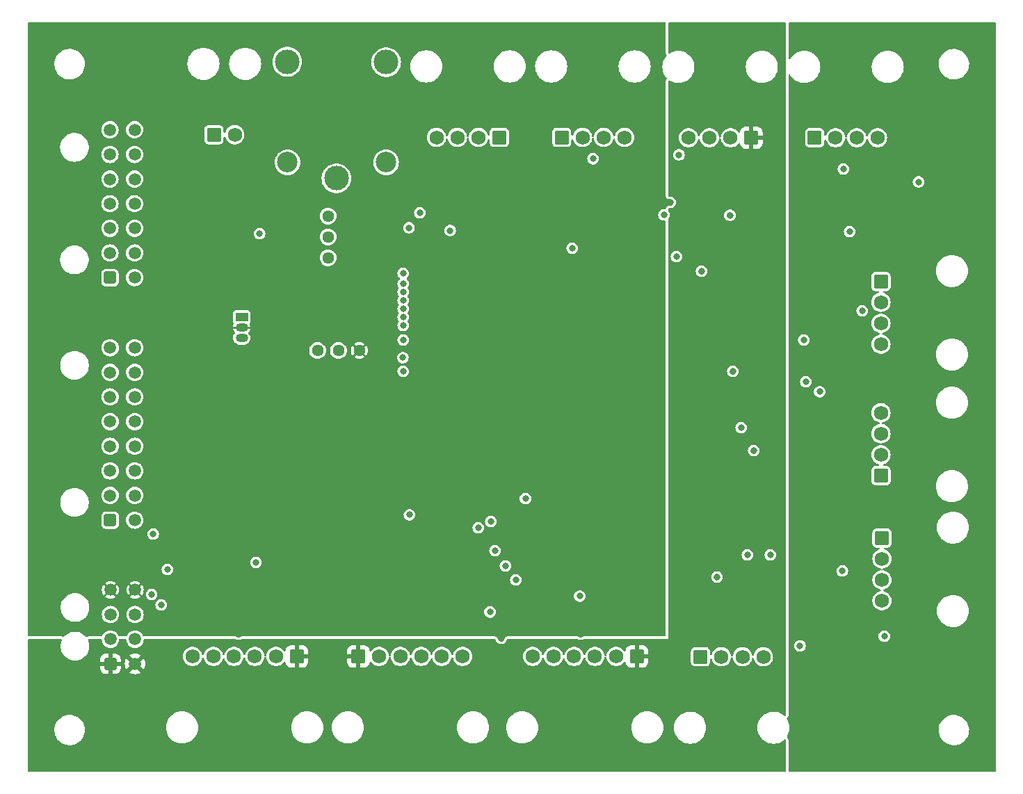
<source format=gbr>
%TF.GenerationSoftware,KiCad,Pcbnew,7.0.6*%
%TF.CreationDate,2023-10-25T23:51:53-07:00*%
%TF.ProjectId,controller-heat,636f6e74-726f-46c6-9c65-722d68656174,rev?*%
%TF.SameCoordinates,Original*%
%TF.FileFunction,Copper,L3,Inr*%
%TF.FilePolarity,Positive*%
%FSLAX46Y46*%
G04 Gerber Fmt 4.6, Leading zero omitted, Abs format (unit mm)*
G04 Created by KiCad (PCBNEW 7.0.6) date 2023-10-25 23:51:53*
%MOMM*%
%LPD*%
G01*
G04 APERTURE LIST*
G04 Aperture macros list*
%AMRoundRect*
0 Rectangle with rounded corners*
0 $1 Rounding radius*
0 $2 $3 $4 $5 $6 $7 $8 $9 X,Y pos of 4 corners*
0 Add a 4 corners polygon primitive as box body*
4,1,4,$2,$3,$4,$5,$6,$7,$8,$9,$2,$3,0*
0 Add four circle primitives for the rounded corners*
1,1,$1+$1,$2,$3*
1,1,$1+$1,$4,$5*
1,1,$1+$1,$6,$7*
1,1,$1+$1,$8,$9*
0 Add four rect primitives between the rounded corners*
20,1,$1+$1,$2,$3,$4,$5,0*
20,1,$1+$1,$4,$5,$6,$7,0*
20,1,$1+$1,$6,$7,$8,$9,0*
20,1,$1+$1,$8,$9,$2,$3,0*%
G04 Aperture macros list end*
%TA.AperFunction,ComponentPad*%
%ADD10RoundRect,0.250560X-0.619440X0.619440X-0.619440X-0.619440X0.619440X-0.619440X0.619440X0.619440X0*%
%TD*%
%TA.AperFunction,ComponentPad*%
%ADD11C,1.740000*%
%TD*%
%TA.AperFunction,ComponentPad*%
%ADD12RoundRect,0.250001X0.499999X-0.499999X0.499999X0.499999X-0.499999X0.499999X-0.499999X-0.499999X0*%
%TD*%
%TA.AperFunction,ComponentPad*%
%ADD13C,1.500000*%
%TD*%
%TA.AperFunction,ComponentPad*%
%ADD14RoundRect,0.250560X0.619440X0.619440X-0.619440X0.619440X-0.619440X-0.619440X0.619440X-0.619440X0*%
%TD*%
%TA.AperFunction,ComponentPad*%
%ADD15R,1.500000X1.050000*%
%TD*%
%TA.AperFunction,ComponentPad*%
%ADD16O,1.500000X1.050000*%
%TD*%
%TA.AperFunction,ComponentPad*%
%ADD17C,1.440000*%
%TD*%
%TA.AperFunction,ComponentPad*%
%ADD18RoundRect,0.250560X-0.619440X-0.619440X0.619440X-0.619440X0.619440X0.619440X-0.619440X0.619440X0*%
%TD*%
%TA.AperFunction,ComponentPad*%
%ADD19C,3.000000*%
%TD*%
%TA.AperFunction,ComponentPad*%
%ADD20C,2.500000*%
%TD*%
%TA.AperFunction,ComponentPad*%
%ADD21RoundRect,0.250560X0.619440X-0.619440X0.619440X0.619440X-0.619440X0.619440X-0.619440X-0.619440X0*%
%TD*%
%TA.AperFunction,ViaPad*%
%ADD22C,0.800000*%
%TD*%
G04 APERTURE END LIST*
D10*
%TO.N,+12V*%
%TO.C,J15*%
X188908638Y-80471323D03*
D11*
%TO.N,/MOSFET_HLX*%
X188908638Y-83011323D03*
%TO.N,/TCX-*%
X188908638Y-85581323D03*
%TO.N,/TCX+*%
X188908638Y-88121323D03*
%TD*%
D10*
%TO.N,+12V*%
%TO.C,J6*%
X189035638Y-111713323D03*
D11*
%TO.N,/MOSFET_HL6*%
X189035638Y-114253323D03*
%TO.N,/TC6-*%
X189035638Y-116823323D03*
%TO.N,/TC6+*%
X189035638Y-119363323D03*
%TD*%
D12*
%TO.N,/DMS_RTD_DRDY*%
%TO.C,J14*%
X95061638Y-109547323D03*
D13*
%TO.N,/DMS_PWM_IN*%
X95061638Y-106547323D03*
%TO.N,/GC_RTD_CS*%
X95061638Y-103547323D03*
%TO.N,/uPC_RTD_DRDY*%
X95061638Y-100547323D03*
%TO.N,/uPC_PWM_IN*%
X95061638Y-97547323D03*
%TO.N,/HL7_CS*%
X95061638Y-94547323D03*
%TO.N,/HL6_PWM_IN*%
X95061638Y-91547323D03*
%TO.N,unconnected-(J14-Pin_8-Pad8)*%
X95061638Y-88547323D03*
%TO.N,/DMS_RTD_CS*%
X98061638Y-109547323D03*
%TO.N,/GC_PWM_IN*%
X98061638Y-106547323D03*
%TO.N,/GC_RTD_DRDY*%
X98061638Y-103547323D03*
%TO.N,/uPC_RTD_CS*%
X98061638Y-100547323D03*
%TO.N,/HL7_PWM_IN*%
X98061638Y-97547323D03*
%TO.N,/HL6_CS*%
X98061638Y-94547323D03*
%TO.N,/HL5_PWM_IN*%
X98061638Y-91547323D03*
%TO.N,/HL5_CS*%
X98061638Y-88547323D03*
%TD*%
D14*
%TO.N,+24V*%
%TO.C,J10*%
X117789638Y-126144323D03*
D11*
%TO.N,/MOSFET_DMS*%
X115249638Y-126144323D03*
%TO.N,/DMS_RTD--*%
X112679638Y-126144323D03*
%TO.N,/DMS_RTD-*%
X110139638Y-126144323D03*
%TO.N,/DMS_RTD+*%
X107629638Y-126144323D03*
%TO.N,/DMS_RTD++*%
X105089638Y-126144323D03*
%TD*%
D15*
%TO.N,Net-(U18-VO)*%
%TO.C,U18*%
X111082638Y-84823323D03*
D16*
%TO.N,GNDREF*%
X111082638Y-86093323D03*
%TO.N,+3.3V*%
X111082638Y-87363323D03*
%TD*%
D14*
%TO.N,+24V*%
%TO.C,J9*%
X159194638Y-126144323D03*
D11*
%TO.N,/MOSFET_uPC*%
X156654638Y-126144323D03*
%TO.N,/uPC_RTD--*%
X154084638Y-126144323D03*
%TO.N,/uPC_RTD-*%
X151544638Y-126144323D03*
%TO.N,/uPC_RTD+*%
X149034638Y-126144323D03*
%TO.N,/uPC_RTD++*%
X146494638Y-126144323D03*
%TD*%
D12*
%TO.N,/HLX_CS*%
%TO.C,J11*%
X95046800Y-80012800D03*
D13*
%TO.N,/HLX_PWM_IN*%
X95046800Y-77012800D03*
%TO.N,/HL4_PWM_IN*%
X95046800Y-74012800D03*
%TO.N,/HL3_CS*%
X95046800Y-71012800D03*
%TO.N,/HL2_PWM_IN*%
X95046800Y-68012800D03*
%TO.N,/HL1_CS*%
X95046800Y-65012800D03*
%TO.N,/SCK_1*%
X95046800Y-62012800D03*
%TO.N,/SAFETY_CS*%
X98046800Y-80012800D03*
%TO.N,/HL4_CS*%
X98046800Y-77012800D03*
%TO.N,/HL3_PWM_IN*%
X98046800Y-74012800D03*
%TO.N,/HL2_CS*%
X98046800Y-71012800D03*
%TO.N,/HL1_PWM_IN*%
X98046800Y-68012800D03*
%TO.N,/MOSI_1*%
X98046800Y-65012800D03*
%TO.N,/MISO_1*%
X98046800Y-62012800D03*
%TD*%
D17*
%TO.N,Net-(U23-G1)*%
%TO.C,RV1*%
X121602638Y-77594323D03*
%TO.N,Net-(U19-+)*%
X121602638Y-75054323D03*
%TO.N,Net-(R52-Pad1)*%
X121602638Y-72514323D03*
%TD*%
D18*
%TO.N,/SAFETY_12V*%
%TO.C,J2*%
X150033638Y-62933323D03*
D11*
%TO.N,/MOSFET_HL2*%
X152573638Y-62933323D03*
%TO.N,/TC2-*%
X155143638Y-62933323D03*
%TO.N,/TC2+*%
X157683638Y-62933323D03*
%TD*%
D18*
%TO.N,/Safet Cutoff/TC_SAFETY-*%
%TO.C,J13*%
X107695638Y-62609323D03*
D11*
%TO.N,/Safet Cutoff/TC_SAFETY+*%
X110235638Y-62609323D03*
%TD*%
D12*
%TO.N,+24V*%
%TO.C,J12*%
X95104638Y-127042323D03*
D13*
%TO.N,+12V*%
X95104638Y-124042323D03*
%TO.N,+3.3V*%
X95104638Y-121042323D03*
%TO.N,GNDREF*%
X95104638Y-118042323D03*
%TO.N,+24V*%
X98104638Y-127042323D03*
%TO.N,+12V*%
X98104638Y-124042323D03*
%TO.N,+3.3V*%
X98104638Y-121042323D03*
%TO.N,GNDREF*%
X98104638Y-118042323D03*
%TD*%
D17*
%TO.N,+3.3V*%
%TO.C,RV2*%
X120322638Y-88887323D03*
%TO.N,/Safet Cutoff/V_CUTOFF*%
X122862638Y-88887323D03*
%TO.N,GNDREF*%
X125402638Y-88887323D03*
%TD*%
D19*
%TO.N,/SAFETY_12V*%
%TO.C,K1*%
X122618638Y-67923323D03*
D20*
%TO.N,Net-(D1-A)*%
X128668638Y-65973323D03*
D19*
%TO.N,Net-(K1-Pad3)*%
X128668638Y-53773323D03*
%TO.N,+12V*%
X116618638Y-53723323D03*
D20*
X116668638Y-65973323D03*
%TD*%
D18*
%TO.N,+12V*%
%TO.C,J4*%
X180843888Y-62984073D03*
D11*
%TO.N,/MOSFET_HL4*%
X183383888Y-62984073D03*
%TO.N,/TC4-*%
X185953888Y-62984073D03*
%TO.N,/TC4+*%
X188493888Y-62984073D03*
%TD*%
D14*
%TO.N,+24V*%
%TO.C,J3*%
X173130888Y-62984073D03*
D11*
%TO.N,/MOSFET_HL3*%
X170590888Y-62984073D03*
%TO.N,/TC3-*%
X168020888Y-62984073D03*
%TO.N,/TC3+*%
X165480888Y-62984073D03*
%TD*%
D18*
%TO.N,+24V*%
%TO.C,J8*%
X125288638Y-126144323D03*
D11*
%TO.N,/MOSFET_GC*%
X127828638Y-126144323D03*
%TO.N,/GC_RTD--*%
X130398638Y-126144323D03*
%TO.N,/GC_RTD-*%
X132938638Y-126144323D03*
%TO.N,/GC_RTD+*%
X135448638Y-126144323D03*
%TO.N,/GC_RTD++*%
X137988638Y-126144323D03*
%TD*%
D14*
%TO.N,/SAFETY_12V*%
%TO.C,J1*%
X142447638Y-62933323D03*
D11*
%TO.N,/MOSFET_HL1*%
X139907638Y-62933323D03*
%TO.N,/TC1-*%
X137337638Y-62933323D03*
%TO.N,/TC1+*%
X134797638Y-62933323D03*
%TD*%
D21*
%TO.N,+12V*%
%TO.C,J5*%
X188908638Y-104127323D03*
D11*
%TO.N,/MOSFET_HL5*%
X188908638Y-101587323D03*
%TO.N,/TC5-*%
X188908638Y-99017323D03*
%TO.N,/TC5+*%
X188908638Y-96477323D03*
%TD*%
D18*
%TO.N,+12V*%
%TO.C,J7*%
X166941638Y-126179323D03*
D11*
%TO.N,/MOSFET_HL7*%
X169481638Y-126179323D03*
%TO.N,/TC7-*%
X172051638Y-126179323D03*
%TO.N,/TC7+*%
X174591638Y-126179323D03*
%TD*%
D22*
%TO.N,GNDREF*%
X191452638Y-74155323D03*
X168948238Y-116471723D03*
X163258638Y-70853323D03*
X110680638Y-123431323D03*
X117030638Y-71615323D03*
X178409600Y-92049600D03*
X139128638Y-122415323D03*
X152336638Y-123431323D03*
X167068638Y-79235323D03*
X173418638Y-101079323D03*
X119824638Y-115100123D03*
X140500238Y-72478923D03*
X133032638Y-108445323D03*
X145224638Y-122415323D03*
X178498638Y-73901323D03*
X142684638Y-123939323D03*
X161480638Y-116319323D03*
X125158638Y-71107323D03*
X170523038Y-72428123D03*
X179565438Y-78879723D03*
X138366638Y-79743323D03*
X105346638Y-66281323D03*
X182562638Y-124447323D03*
X126936638Y-109461323D03*
X160464638Y-110477323D03*
X188658638Y-92443323D03*
X111188638Y-109461323D03*
X100266638Y-109461323D03*
X148272638Y-72631323D03*
X170878638Y-91427323D03*
X179514638Y-110350323D03*
X193230638Y-63741323D03*
X127190638Y-116674923D03*
X132778638Y-122415323D03*
X179286038Y-102120723D03*
X103822638Y-122161323D03*
X130746638Y-70091323D03*
%TO.N,+3.3V*%
X113271438Y-74663323D03*
X145631038Y-106921323D03*
X100317438Y-111239323D03*
X193484638Y-68364123D03*
X112814238Y-114693723D03*
X181445038Y-93916523D03*
X131457838Y-73952123D03*
X179057438Y-124853723D03*
X131508638Y-108902523D03*
X152235038Y-118808523D03*
X164325438Y-65062123D03*
X141313038Y-120738923D03*
X189319038Y-123685323D03*
%TO.N,/HL1_PWM_IN*%
X130746638Y-80759323D03*
%TO.N,/HL2_PWM_IN*%
X130746638Y-81758826D03*
%TO.N,/HL3_PWM_IN*%
X130746638Y-84823323D03*
%TO.N,/HL4_PWM_IN*%
X130746638Y-85839323D03*
%TO.N,/HL4_CS*%
X130746638Y-87617323D03*
%TO.N,/HL3_CS*%
X130746638Y-83807323D03*
%TO.N,/HL2_CS*%
X130746638Y-82791323D03*
%TO.N,/HL1_CS*%
X130746638Y-79489323D03*
%TO.N,/MOSI_1*%
X143192638Y-115112823D03*
X141414638Y-109715323D03*
X102044638Y-115557323D03*
%TO.N,/MISO_1*%
X185102638Y-74409323D03*
X175450638Y-113779323D03*
X151320638Y-76441323D03*
X172656638Y-113779323D03*
X141922638Y-113271323D03*
X136461638Y-74282323D03*
X171894638Y-98285323D03*
X164020638Y-77457323D03*
X100114238Y-118605323D03*
X179514638Y-87617323D03*
%TO.N,/SCK_1*%
X153860638Y-65532000D03*
X132778638Y-72123323D03*
X179768638Y-92697323D03*
X139890638Y-110477323D03*
X184213638Y-115722400D03*
X184340638Y-66789323D03*
X162496638Y-72377323D03*
X101282638Y-119875323D03*
X186626638Y-84061323D03*
X144462638Y-116827323D03*
%TO.N,/HLX_PWM_IN*%
X130708400Y-89763600D03*
%TO.N,/HLX_CS*%
X130746638Y-91427323D03*
%TD*%
%TA.AperFunction,Conductor*%
%TO.N,+24V*%
G36*
X177285839Y-48935508D02*
G01*
X177331594Y-48988312D01*
X177342800Y-49039823D01*
X177342800Y-133272699D01*
X177323115Y-133339738D01*
X177270311Y-133385493D01*
X177201153Y-133395437D01*
X177137597Y-133366412D01*
X177131119Y-133360380D01*
X177112216Y-133341477D01*
X177112198Y-133341461D01*
X176888853Y-133174268D01*
X176888845Y-133174263D01*
X176643980Y-133040556D01*
X176643976Y-133040554D01*
X176544868Y-133003589D01*
X176382561Y-132943052D01*
X176382557Y-132943051D01*
X176382554Y-132943050D01*
X176109937Y-132883745D01*
X175901295Y-132868823D01*
X175761981Y-132868823D01*
X175553338Y-132883745D01*
X175280721Y-132943050D01*
X175280716Y-132943051D01*
X175280715Y-132943052D01*
X175217513Y-132966624D01*
X175019299Y-133040554D01*
X175019295Y-133040556D01*
X174774430Y-133174263D01*
X174774422Y-133174268D01*
X174551077Y-133341461D01*
X174551059Y-133341477D01*
X174353792Y-133538744D01*
X174353776Y-133538762D01*
X174186583Y-133762107D01*
X174186578Y-133762115D01*
X174052871Y-134006980D01*
X174052869Y-134006984D01*
X173955365Y-134268406D01*
X173896060Y-134541023D01*
X173876156Y-134819321D01*
X173876156Y-134819324D01*
X173896060Y-135097622D01*
X173947753Y-135335246D01*
X173955367Y-135370246D01*
X173982657Y-135443413D01*
X174052869Y-135631661D01*
X174052871Y-135631665D01*
X174186578Y-135876530D01*
X174186583Y-135876538D01*
X174353776Y-136099883D01*
X174353792Y-136099901D01*
X174551059Y-136297168D01*
X174551077Y-136297184D01*
X174774422Y-136464377D01*
X174774430Y-136464382D01*
X175019295Y-136598089D01*
X175019299Y-136598091D01*
X175019301Y-136598092D01*
X175280715Y-136695594D01*
X175392448Y-136719900D01*
X175553338Y-136754900D01*
X175553340Y-136754900D01*
X175553344Y-136754901D01*
X175761981Y-136769823D01*
X175901295Y-136769823D01*
X176109932Y-136754901D01*
X176382561Y-136695594D01*
X176643975Y-136598092D01*
X176888851Y-136464379D01*
X177112206Y-136297178D01*
X177131116Y-136278267D01*
X177192439Y-136244780D01*
X177262131Y-136249763D01*
X177318065Y-136291633D01*
X177342484Y-136357097D01*
X177342800Y-136365946D01*
X177342800Y-140070823D01*
X177323115Y-140137862D01*
X177270311Y-140183617D01*
X177218800Y-140194823D01*
X85151138Y-140194823D01*
X85084099Y-140175138D01*
X85038344Y-140122334D01*
X85027138Y-140070823D01*
X85027138Y-135174163D01*
X88286587Y-135174163D01*
X88316213Y-135443413D01*
X88316215Y-135443424D01*
X88365427Y-135631661D01*
X88384728Y-135705488D01*
X88490670Y-135954790D01*
X88631779Y-136186005D01*
X88631786Y-136186015D01*
X88805053Y-136394219D01*
X88805059Y-136394224D01*
X88910040Y-136488287D01*
X89006798Y-136574982D01*
X89232710Y-136724444D01*
X89477976Y-136839420D01*
X89477983Y-136839422D01*
X89477985Y-136839423D01*
X89737357Y-136917457D01*
X89737364Y-136917458D01*
X89737369Y-136917460D01*
X90005361Y-136956900D01*
X90005366Y-136956900D01*
X90208436Y-136956900D01*
X90259933Y-136953130D01*
X90410956Y-136942077D01*
X90523558Y-136916993D01*
X90675346Y-136883182D01*
X90675348Y-136883181D01*
X90675353Y-136883180D01*
X90928358Y-136786414D01*
X91164577Y-136653841D01*
X91378977Y-136488288D01*
X91566986Y-136293281D01*
X91724599Y-136072979D01*
X91825597Y-135876536D01*
X91848449Y-135832090D01*
X91848451Y-135832084D01*
X91848456Y-135832075D01*
X91935918Y-135575705D01*
X91985119Y-135309333D01*
X91995012Y-135038635D01*
X91967030Y-134784324D01*
X101864156Y-134784324D01*
X101884060Y-135062622D01*
X101943365Y-135335239D01*
X101943367Y-135335246D01*
X101983711Y-135443413D01*
X102040869Y-135596661D01*
X102040871Y-135596665D01*
X102174578Y-135841530D01*
X102174583Y-135841538D01*
X102341776Y-136064883D01*
X102341792Y-136064901D01*
X102539059Y-136262168D01*
X102539077Y-136262184D01*
X102762422Y-136429377D01*
X102762430Y-136429382D01*
X103007295Y-136563089D01*
X103007299Y-136563091D01*
X103007301Y-136563092D01*
X103268715Y-136660594D01*
X103405029Y-136690247D01*
X103541338Y-136719900D01*
X103541340Y-136719900D01*
X103541344Y-136719901D01*
X103749981Y-136734823D01*
X103889295Y-136734823D01*
X104097932Y-136719901D01*
X104370561Y-136660594D01*
X104631975Y-136563092D01*
X104876851Y-136429379D01*
X105100206Y-136262178D01*
X105297493Y-136064891D01*
X105464694Y-135841536D01*
X105598407Y-135596660D01*
X105695909Y-135335246D01*
X105755216Y-135062617D01*
X105775120Y-134784324D01*
X117104156Y-134784324D01*
X117124060Y-135062622D01*
X117183365Y-135335239D01*
X117183367Y-135335246D01*
X117223711Y-135443413D01*
X117280869Y-135596661D01*
X117280871Y-135596665D01*
X117414578Y-135841530D01*
X117414583Y-135841538D01*
X117581776Y-136064883D01*
X117581792Y-136064901D01*
X117779059Y-136262168D01*
X117779077Y-136262184D01*
X118002422Y-136429377D01*
X118002430Y-136429382D01*
X118247295Y-136563089D01*
X118247299Y-136563091D01*
X118247301Y-136563092D01*
X118508715Y-136660594D01*
X118645029Y-136690247D01*
X118781338Y-136719900D01*
X118781340Y-136719900D01*
X118781344Y-136719901D01*
X118989981Y-136734823D01*
X119129295Y-136734823D01*
X119337932Y-136719901D01*
X119610561Y-136660594D01*
X119871975Y-136563092D01*
X120116851Y-136429379D01*
X120340206Y-136262178D01*
X120537493Y-136064891D01*
X120704694Y-135841536D01*
X120838407Y-135596660D01*
X120935909Y-135335246D01*
X120995216Y-135062617D01*
X121015120Y-134784324D01*
X122063156Y-134784324D01*
X122083060Y-135062622D01*
X122142365Y-135335239D01*
X122142367Y-135335246D01*
X122182711Y-135443413D01*
X122239869Y-135596661D01*
X122239871Y-135596665D01*
X122373578Y-135841530D01*
X122373583Y-135841538D01*
X122540776Y-136064883D01*
X122540792Y-136064901D01*
X122738059Y-136262168D01*
X122738077Y-136262184D01*
X122961422Y-136429377D01*
X122961430Y-136429382D01*
X123206295Y-136563089D01*
X123206299Y-136563091D01*
X123206301Y-136563092D01*
X123467715Y-136660594D01*
X123604029Y-136690247D01*
X123740338Y-136719900D01*
X123740340Y-136719900D01*
X123740344Y-136719901D01*
X123948981Y-136734823D01*
X124088295Y-136734823D01*
X124296932Y-136719901D01*
X124569561Y-136660594D01*
X124830975Y-136563092D01*
X125075851Y-136429379D01*
X125299206Y-136262178D01*
X125496493Y-136064891D01*
X125663694Y-135841536D01*
X125797407Y-135596660D01*
X125894909Y-135335246D01*
X125954216Y-135062617D01*
X125974120Y-134784324D01*
X137303156Y-134784324D01*
X137323060Y-135062622D01*
X137382365Y-135335239D01*
X137382367Y-135335246D01*
X137422711Y-135443413D01*
X137479869Y-135596661D01*
X137479871Y-135596665D01*
X137613578Y-135841530D01*
X137613583Y-135841538D01*
X137780776Y-136064883D01*
X137780792Y-136064901D01*
X137978059Y-136262168D01*
X137978077Y-136262184D01*
X138201422Y-136429377D01*
X138201430Y-136429382D01*
X138446295Y-136563089D01*
X138446299Y-136563091D01*
X138446301Y-136563092D01*
X138707715Y-136660594D01*
X138844029Y-136690247D01*
X138980338Y-136719900D01*
X138980340Y-136719900D01*
X138980344Y-136719901D01*
X139188981Y-136734823D01*
X139328295Y-136734823D01*
X139536932Y-136719901D01*
X139809561Y-136660594D01*
X140070975Y-136563092D01*
X140315851Y-136429379D01*
X140539206Y-136262178D01*
X140736493Y-136064891D01*
X140903694Y-135841536D01*
X141037407Y-135596660D01*
X141134909Y-135335246D01*
X141194216Y-135062617D01*
X141214120Y-134784324D01*
X143269156Y-134784324D01*
X143289060Y-135062622D01*
X143348365Y-135335239D01*
X143348367Y-135335246D01*
X143388711Y-135443413D01*
X143445869Y-135596661D01*
X143445871Y-135596665D01*
X143579578Y-135841530D01*
X143579583Y-135841538D01*
X143746776Y-136064883D01*
X143746792Y-136064901D01*
X143944059Y-136262168D01*
X143944077Y-136262184D01*
X144167422Y-136429377D01*
X144167430Y-136429382D01*
X144412295Y-136563089D01*
X144412299Y-136563091D01*
X144412301Y-136563092D01*
X144673715Y-136660594D01*
X144810029Y-136690247D01*
X144946338Y-136719900D01*
X144946340Y-136719900D01*
X144946344Y-136719901D01*
X145154981Y-136734823D01*
X145294295Y-136734823D01*
X145502932Y-136719901D01*
X145775561Y-136660594D01*
X146036975Y-136563092D01*
X146281851Y-136429379D01*
X146505206Y-136262178D01*
X146702493Y-136064891D01*
X146869694Y-135841536D01*
X147003407Y-135596660D01*
X147100909Y-135335246D01*
X147160216Y-135062617D01*
X147180120Y-134784324D01*
X158509156Y-134784324D01*
X158529060Y-135062622D01*
X158588365Y-135335239D01*
X158588367Y-135335246D01*
X158628711Y-135443413D01*
X158685869Y-135596661D01*
X158685871Y-135596665D01*
X158819578Y-135841530D01*
X158819583Y-135841538D01*
X158986776Y-136064883D01*
X158986792Y-136064901D01*
X159184059Y-136262168D01*
X159184077Y-136262184D01*
X159407422Y-136429377D01*
X159407430Y-136429382D01*
X159652295Y-136563089D01*
X159652299Y-136563091D01*
X159652301Y-136563092D01*
X159913715Y-136660594D01*
X160050029Y-136690247D01*
X160186338Y-136719900D01*
X160186340Y-136719900D01*
X160186344Y-136719901D01*
X160394981Y-136734823D01*
X160534295Y-136734823D01*
X160742932Y-136719901D01*
X161015561Y-136660594D01*
X161276975Y-136563092D01*
X161521851Y-136429379D01*
X161745206Y-136262178D01*
X161942493Y-136064891D01*
X162109694Y-135841536D01*
X162243407Y-135596660D01*
X162340909Y-135335246D01*
X162400216Y-135062617D01*
X162417617Y-134819324D01*
X163716156Y-134819324D01*
X163736060Y-135097622D01*
X163787753Y-135335246D01*
X163795367Y-135370246D01*
X163822657Y-135443413D01*
X163892869Y-135631661D01*
X163892871Y-135631665D01*
X164026578Y-135876530D01*
X164026583Y-135876538D01*
X164193776Y-136099883D01*
X164193792Y-136099901D01*
X164391059Y-136297168D01*
X164391077Y-136297184D01*
X164614422Y-136464377D01*
X164614430Y-136464382D01*
X164859295Y-136598089D01*
X164859299Y-136598091D01*
X164859301Y-136598092D01*
X165120715Y-136695594D01*
X165232448Y-136719900D01*
X165393338Y-136754900D01*
X165393340Y-136754900D01*
X165393344Y-136754901D01*
X165601981Y-136769823D01*
X165741295Y-136769823D01*
X165949932Y-136754901D01*
X166222561Y-136695594D01*
X166483975Y-136598092D01*
X166728851Y-136464379D01*
X166952206Y-136297178D01*
X167149493Y-136099891D01*
X167316694Y-135876536D01*
X167450407Y-135631660D01*
X167547909Y-135370246D01*
X167607216Y-135097617D01*
X167627120Y-134819323D01*
X167607216Y-134541029D01*
X167599882Y-134507317D01*
X167547910Y-134268406D01*
X167547909Y-134268400D01*
X167450407Y-134006986D01*
X167431295Y-133971986D01*
X167316697Y-133762115D01*
X167316692Y-133762107D01*
X167149499Y-133538762D01*
X167149483Y-133538744D01*
X166952216Y-133341477D01*
X166952198Y-133341461D01*
X166728853Y-133174268D01*
X166728845Y-133174263D01*
X166483980Y-133040556D01*
X166483976Y-133040554D01*
X166384868Y-133003589D01*
X166222561Y-132943052D01*
X166222557Y-132943051D01*
X166222554Y-132943050D01*
X165949937Y-132883745D01*
X165741295Y-132868823D01*
X165601981Y-132868823D01*
X165393338Y-132883745D01*
X165120721Y-132943050D01*
X165120716Y-132943051D01*
X165120715Y-132943052D01*
X165057513Y-132966624D01*
X164859299Y-133040554D01*
X164859295Y-133040556D01*
X164614430Y-133174263D01*
X164614422Y-133174268D01*
X164391077Y-133341461D01*
X164391059Y-133341477D01*
X164193792Y-133538744D01*
X164193776Y-133538762D01*
X164026583Y-133762107D01*
X164026578Y-133762115D01*
X163892871Y-134006980D01*
X163892869Y-134006984D01*
X163795365Y-134268406D01*
X163736060Y-134541023D01*
X163716156Y-134819321D01*
X163716156Y-134819324D01*
X162417617Y-134819324D01*
X162420120Y-134784323D01*
X162419051Y-134769382D01*
X162402719Y-134541029D01*
X162400216Y-134506029D01*
X162340909Y-134233400D01*
X162243407Y-133971986D01*
X162214752Y-133919509D01*
X162109697Y-133727115D01*
X162109692Y-133727107D01*
X161942499Y-133503762D01*
X161942483Y-133503744D01*
X161745216Y-133306477D01*
X161745198Y-133306461D01*
X161521853Y-133139268D01*
X161521845Y-133139263D01*
X161276980Y-133005556D01*
X161276976Y-133005554D01*
X161177868Y-132968589D01*
X161015561Y-132908052D01*
X161015557Y-132908051D01*
X161015554Y-132908050D01*
X160742937Y-132848745D01*
X160534295Y-132833823D01*
X160394981Y-132833823D01*
X160186338Y-132848745D01*
X159913721Y-132908050D01*
X159913716Y-132908051D01*
X159913715Y-132908052D01*
X159850513Y-132931624D01*
X159652299Y-133005554D01*
X159652295Y-133005556D01*
X159407430Y-133139263D01*
X159407422Y-133139268D01*
X159184077Y-133306461D01*
X159184059Y-133306477D01*
X158986792Y-133503744D01*
X158986776Y-133503762D01*
X158819583Y-133727107D01*
X158819578Y-133727115D01*
X158685871Y-133971980D01*
X158685869Y-133971984D01*
X158588365Y-134233406D01*
X158529060Y-134506023D01*
X158509156Y-134784321D01*
X158509156Y-134784324D01*
X147180120Y-134784324D01*
X147180120Y-134784323D01*
X147179051Y-134769382D01*
X147162719Y-134541029D01*
X147160216Y-134506029D01*
X147100909Y-134233400D01*
X147003407Y-133971986D01*
X146974752Y-133919509D01*
X146869697Y-133727115D01*
X146869692Y-133727107D01*
X146702499Y-133503762D01*
X146702483Y-133503744D01*
X146505216Y-133306477D01*
X146505198Y-133306461D01*
X146281853Y-133139268D01*
X146281845Y-133139263D01*
X146036980Y-133005556D01*
X146036976Y-133005554D01*
X145937868Y-132968589D01*
X145775561Y-132908052D01*
X145775557Y-132908051D01*
X145775554Y-132908050D01*
X145502937Y-132848745D01*
X145294295Y-132833823D01*
X145154981Y-132833823D01*
X144946338Y-132848745D01*
X144673721Y-132908050D01*
X144673716Y-132908051D01*
X144673715Y-132908052D01*
X144610513Y-132931624D01*
X144412299Y-133005554D01*
X144412295Y-133005556D01*
X144167430Y-133139263D01*
X144167422Y-133139268D01*
X143944077Y-133306461D01*
X143944059Y-133306477D01*
X143746792Y-133503744D01*
X143746776Y-133503762D01*
X143579583Y-133727107D01*
X143579578Y-133727115D01*
X143445871Y-133971980D01*
X143445869Y-133971984D01*
X143348365Y-134233406D01*
X143289060Y-134506023D01*
X143269156Y-134784321D01*
X143269156Y-134784324D01*
X141214120Y-134784324D01*
X141214120Y-134784323D01*
X141213051Y-134769382D01*
X141196719Y-134541029D01*
X141194216Y-134506029D01*
X141134909Y-134233400D01*
X141037407Y-133971986D01*
X141008752Y-133919509D01*
X140903697Y-133727115D01*
X140903692Y-133727107D01*
X140736499Y-133503762D01*
X140736483Y-133503744D01*
X140539216Y-133306477D01*
X140539198Y-133306461D01*
X140315853Y-133139268D01*
X140315845Y-133139263D01*
X140070980Y-133005556D01*
X140070976Y-133005554D01*
X139971868Y-132968589D01*
X139809561Y-132908052D01*
X139809557Y-132908051D01*
X139809554Y-132908050D01*
X139536937Y-132848745D01*
X139328295Y-132833823D01*
X139188981Y-132833823D01*
X138980338Y-132848745D01*
X138707721Y-132908050D01*
X138707716Y-132908051D01*
X138707715Y-132908052D01*
X138644513Y-132931624D01*
X138446299Y-133005554D01*
X138446295Y-133005556D01*
X138201430Y-133139263D01*
X138201422Y-133139268D01*
X137978077Y-133306461D01*
X137978059Y-133306477D01*
X137780792Y-133503744D01*
X137780776Y-133503762D01*
X137613583Y-133727107D01*
X137613578Y-133727115D01*
X137479871Y-133971980D01*
X137479869Y-133971984D01*
X137382365Y-134233406D01*
X137323060Y-134506023D01*
X137303156Y-134784321D01*
X137303156Y-134784324D01*
X125974120Y-134784324D01*
X125974120Y-134784323D01*
X125973051Y-134769382D01*
X125956719Y-134541029D01*
X125954216Y-134506029D01*
X125894909Y-134233400D01*
X125797407Y-133971986D01*
X125768752Y-133919509D01*
X125663697Y-133727115D01*
X125663692Y-133727107D01*
X125496499Y-133503762D01*
X125496483Y-133503744D01*
X125299216Y-133306477D01*
X125299198Y-133306461D01*
X125075853Y-133139268D01*
X125075845Y-133139263D01*
X124830980Y-133005556D01*
X124830976Y-133005554D01*
X124731868Y-132968589D01*
X124569561Y-132908052D01*
X124569557Y-132908051D01*
X124569554Y-132908050D01*
X124296937Y-132848745D01*
X124088295Y-132833823D01*
X123948981Y-132833823D01*
X123740338Y-132848745D01*
X123467721Y-132908050D01*
X123467716Y-132908051D01*
X123467715Y-132908052D01*
X123404513Y-132931624D01*
X123206299Y-133005554D01*
X123206295Y-133005556D01*
X122961430Y-133139263D01*
X122961422Y-133139268D01*
X122738077Y-133306461D01*
X122738059Y-133306477D01*
X122540792Y-133503744D01*
X122540776Y-133503762D01*
X122373583Y-133727107D01*
X122373578Y-133727115D01*
X122239871Y-133971980D01*
X122239869Y-133971984D01*
X122142365Y-134233406D01*
X122083060Y-134506023D01*
X122063156Y-134784321D01*
X122063156Y-134784324D01*
X121015120Y-134784324D01*
X121015120Y-134784323D01*
X121014051Y-134769382D01*
X120997719Y-134541029D01*
X120995216Y-134506029D01*
X120935909Y-134233400D01*
X120838407Y-133971986D01*
X120809752Y-133919509D01*
X120704697Y-133727115D01*
X120704692Y-133727107D01*
X120537499Y-133503762D01*
X120537483Y-133503744D01*
X120340216Y-133306477D01*
X120340198Y-133306461D01*
X120116853Y-133139268D01*
X120116845Y-133139263D01*
X119871980Y-133005556D01*
X119871976Y-133005554D01*
X119772868Y-132968589D01*
X119610561Y-132908052D01*
X119610557Y-132908051D01*
X119610554Y-132908050D01*
X119337937Y-132848745D01*
X119129295Y-132833823D01*
X118989981Y-132833823D01*
X118781338Y-132848745D01*
X118508721Y-132908050D01*
X118508716Y-132908051D01*
X118508715Y-132908052D01*
X118445513Y-132931624D01*
X118247299Y-133005554D01*
X118247295Y-133005556D01*
X118002430Y-133139263D01*
X118002422Y-133139268D01*
X117779077Y-133306461D01*
X117779059Y-133306477D01*
X117581792Y-133503744D01*
X117581776Y-133503762D01*
X117414583Y-133727107D01*
X117414578Y-133727115D01*
X117280871Y-133971980D01*
X117280869Y-133971984D01*
X117183365Y-134233406D01*
X117124060Y-134506023D01*
X117104156Y-134784321D01*
X117104156Y-134784324D01*
X105775120Y-134784324D01*
X105775120Y-134784323D01*
X105774051Y-134769382D01*
X105757719Y-134541029D01*
X105755216Y-134506029D01*
X105695909Y-134233400D01*
X105598407Y-133971986D01*
X105569752Y-133919509D01*
X105464697Y-133727115D01*
X105464692Y-133727107D01*
X105297499Y-133503762D01*
X105297483Y-133503744D01*
X105100216Y-133306477D01*
X105100198Y-133306461D01*
X104876853Y-133139268D01*
X104876845Y-133139263D01*
X104631980Y-133005556D01*
X104631976Y-133005554D01*
X104532868Y-132968589D01*
X104370561Y-132908052D01*
X104370557Y-132908051D01*
X104370554Y-132908050D01*
X104097937Y-132848745D01*
X103889295Y-132833823D01*
X103749981Y-132833823D01*
X103541338Y-132848745D01*
X103268721Y-132908050D01*
X103268716Y-132908051D01*
X103268715Y-132908052D01*
X103205513Y-132931624D01*
X103007299Y-133005554D01*
X103007295Y-133005556D01*
X102762430Y-133139263D01*
X102762422Y-133139268D01*
X102539077Y-133306461D01*
X102539059Y-133306477D01*
X102341792Y-133503744D01*
X102341776Y-133503762D01*
X102174583Y-133727107D01*
X102174578Y-133727115D01*
X102040871Y-133971980D01*
X102040869Y-133971984D01*
X101943365Y-134233406D01*
X101884060Y-134506023D01*
X101864156Y-134784321D01*
X101864156Y-134784324D01*
X91967030Y-134784324D01*
X91965386Y-134769382D01*
X91896872Y-134507312D01*
X91790930Y-134258010D01*
X91649818Y-134026790D01*
X91604210Y-133971986D01*
X91476546Y-133818580D01*
X91476540Y-133818575D01*
X91274802Y-133637818D01*
X91048892Y-133488357D01*
X91048890Y-133488356D01*
X90803624Y-133373380D01*
X90803619Y-133373378D01*
X90803614Y-133373376D01*
X90544242Y-133295342D01*
X90544228Y-133295339D01*
X90428591Y-133278321D01*
X90276239Y-133255900D01*
X90073169Y-133255900D01*
X90073164Y-133255900D01*
X89870644Y-133270723D01*
X89870631Y-133270725D01*
X89606253Y-133329617D01*
X89606246Y-133329620D01*
X89353239Y-133426387D01*
X89117026Y-133558957D01*
X88902622Y-133724512D01*
X88714622Y-133919509D01*
X88714616Y-133919516D01*
X88557002Y-134139819D01*
X88556999Y-134139824D01*
X88433150Y-134380709D01*
X88433143Y-134380727D01*
X88345684Y-134637085D01*
X88345681Y-134637099D01*
X88296481Y-134903468D01*
X88296480Y-134903475D01*
X88286587Y-135174163D01*
X85027138Y-135174163D01*
X85027138Y-127592308D01*
X93854638Y-127592308D01*
X93865131Y-127695012D01*
X93865132Y-127695019D01*
X93920279Y-127861441D01*
X93920281Y-127861446D01*
X94012322Y-128010667D01*
X94136293Y-128134638D01*
X94285514Y-128226679D01*
X94285519Y-128226681D01*
X94451941Y-128281828D01*
X94451948Y-128281829D01*
X94554652Y-128292322D01*
X94554665Y-128292323D01*
X94854638Y-128292323D01*
X94854638Y-127488817D01*
X94959477Y-127536696D01*
X95068165Y-127552323D01*
X95141111Y-127552323D01*
X95249799Y-127536696D01*
X95354638Y-127488817D01*
X95354638Y-128292323D01*
X95654611Y-128292323D01*
X95654623Y-128292322D01*
X95757327Y-128281829D01*
X95757334Y-128281828D01*
X95923756Y-128226681D01*
X95923761Y-128226679D01*
X96072982Y-128134638D01*
X96196953Y-128010667D01*
X96288994Y-127861446D01*
X96288996Y-127861441D01*
X96344143Y-127695019D01*
X96344144Y-127695012D01*
X96354637Y-127592308D01*
X96354638Y-127592295D01*
X96354638Y-127292323D01*
X95550210Y-127292323D01*
X95573320Y-127256363D01*
X95614638Y-127115650D01*
X95614638Y-127042323D01*
X96849863Y-127042323D01*
X96868925Y-127260207D01*
X96868927Y-127260217D01*
X96925532Y-127471473D01*
X96925536Y-127471482D01*
X97017973Y-127669714D01*
X97061511Y-127731894D01*
X97061512Y-127731895D01*
X97613504Y-127179902D01*
X97635956Y-127256363D01*
X97715243Y-127379736D01*
X97826076Y-127475774D01*
X97959477Y-127536696D01*
X97963271Y-127537241D01*
X97415064Y-128085447D01*
X97477249Y-128128989D01*
X97477251Y-128128990D01*
X97675478Y-128221424D01*
X97675487Y-128221428D01*
X97886743Y-128278033D01*
X97886753Y-128278035D01*
X98104637Y-128297098D01*
X98104639Y-128297098D01*
X98322522Y-128278035D01*
X98322532Y-128278033D01*
X98533788Y-128221428D01*
X98533797Y-128221424D01*
X98732025Y-128128989D01*
X98794210Y-128085447D01*
X98246004Y-127537241D01*
X98249799Y-127536696D01*
X98383200Y-127475774D01*
X98494033Y-127379736D01*
X98573320Y-127256363D01*
X98595771Y-127179903D01*
X99147762Y-127731895D01*
X99191304Y-127669710D01*
X99283739Y-127471482D01*
X99283743Y-127471473D01*
X99340348Y-127260217D01*
X99340350Y-127260207D01*
X99359413Y-127042323D01*
X99359413Y-127042322D01*
X99340350Y-126824438D01*
X99340348Y-126824428D01*
X99283743Y-126613172D01*
X99283739Y-126613163D01*
X99191306Y-126414938D01*
X99147761Y-126352751D01*
X98595770Y-126904741D01*
X98573320Y-126828283D01*
X98494033Y-126704910D01*
X98383200Y-126608872D01*
X98249799Y-126547950D01*
X98246003Y-126547404D01*
X98649084Y-126144323D01*
X103914123Y-126144323D01*
X103934137Y-126360322D01*
X103993502Y-126568965D01*
X103993507Y-126568978D01*
X104090195Y-126763152D01*
X104220923Y-126936264D01*
X104337264Y-127042322D01*
X104381232Y-127082404D01*
X104565666Y-127196601D01*
X104767943Y-127274963D01*
X104981175Y-127314823D01*
X104981177Y-127314823D01*
X105198099Y-127314823D01*
X105198101Y-127314823D01*
X105411333Y-127274963D01*
X105613610Y-127196601D01*
X105798044Y-127082404D01*
X105958354Y-126936262D01*
X106089081Y-126763152D01*
X106185773Y-126568968D01*
X106240372Y-126377072D01*
X106277651Y-126317979D01*
X106340961Y-126288422D01*
X106410200Y-126297784D01*
X106463387Y-126343094D01*
X106478903Y-126377071D01*
X106492080Y-126423382D01*
X106533501Y-126568963D01*
X106533507Y-126568978D01*
X106630195Y-126763152D01*
X106760923Y-126936264D01*
X106877264Y-127042322D01*
X106921232Y-127082404D01*
X107105666Y-127196601D01*
X107307943Y-127274963D01*
X107521175Y-127314823D01*
X107521177Y-127314823D01*
X107738099Y-127314823D01*
X107738101Y-127314823D01*
X107951333Y-127274963D01*
X108153610Y-127196601D01*
X108338044Y-127082404D01*
X108498354Y-126936262D01*
X108629081Y-126763152D01*
X108725773Y-126568968D01*
X108765372Y-126429791D01*
X108802651Y-126370698D01*
X108865961Y-126341141D01*
X108935200Y-126350503D01*
X108988387Y-126395813D01*
X109003903Y-126429790D01*
X109003903Y-126429791D01*
X109003904Y-126429792D01*
X109043501Y-126568963D01*
X109043507Y-126568978D01*
X109140195Y-126763152D01*
X109270923Y-126936264D01*
X109387264Y-127042322D01*
X109431232Y-127082404D01*
X109615666Y-127196601D01*
X109817943Y-127274963D01*
X110031175Y-127314823D01*
X110031177Y-127314823D01*
X110248099Y-127314823D01*
X110248101Y-127314823D01*
X110461333Y-127274963D01*
X110663610Y-127196601D01*
X110848044Y-127082404D01*
X111008354Y-126936262D01*
X111139081Y-126763152D01*
X111235773Y-126568968D01*
X111290372Y-126377072D01*
X111327651Y-126317979D01*
X111390961Y-126288422D01*
X111460200Y-126297784D01*
X111513387Y-126343094D01*
X111528903Y-126377071D01*
X111542080Y-126423382D01*
X111583501Y-126568963D01*
X111583507Y-126568978D01*
X111680195Y-126763152D01*
X111810923Y-126936264D01*
X111927264Y-127042322D01*
X111971232Y-127082404D01*
X112155666Y-127196601D01*
X112357943Y-127274963D01*
X112571175Y-127314823D01*
X112571177Y-127314823D01*
X112788099Y-127314823D01*
X112788101Y-127314823D01*
X113001333Y-127274963D01*
X113203610Y-127196601D01*
X113388044Y-127082404D01*
X113548354Y-126936262D01*
X113679081Y-126763152D01*
X113775773Y-126568968D01*
X113835138Y-126360323D01*
X113841167Y-126295257D01*
X113866953Y-126230321D01*
X113923753Y-126189633D01*
X113993534Y-126186113D01*
X114054141Y-126220878D01*
X114086331Y-126282891D01*
X114088109Y-126295258D01*
X114094137Y-126360322D01*
X114153502Y-126568965D01*
X114153507Y-126568978D01*
X114250195Y-126763152D01*
X114380923Y-126936264D01*
X114497264Y-127042322D01*
X114541232Y-127082404D01*
X114725666Y-127196601D01*
X114927943Y-127274963D01*
X115141175Y-127314823D01*
X115141177Y-127314823D01*
X115358099Y-127314823D01*
X115358101Y-127314823D01*
X115571333Y-127274963D01*
X115773610Y-127196601D01*
X115958044Y-127082404D01*
X116118354Y-126936262D01*
X116204528Y-126822148D01*
X116260637Y-126780513D01*
X116330349Y-126775822D01*
X116391531Y-126809564D01*
X116424758Y-126871027D01*
X116426840Y-126884273D01*
X116430140Y-126916574D01*
X116485329Y-127083126D01*
X116577440Y-127232458D01*
X116701502Y-127356520D01*
X116850834Y-127448631D01*
X117017387Y-127503820D01*
X117120180Y-127514322D01*
X117539637Y-127514322D01*
X117539637Y-126630154D01*
X117570468Y-126648903D01*
X117714729Y-126689323D01*
X117826918Y-126689323D01*
X117938060Y-126674047D01*
X118039638Y-126629925D01*
X118039638Y-127514322D01*
X118459089Y-127514322D01*
X118459103Y-127514321D01*
X118561889Y-127503820D01*
X118728441Y-127448631D01*
X118877773Y-127356520D01*
X119001835Y-127232458D01*
X119093946Y-127083126D01*
X119149135Y-126916573D01*
X119159637Y-126813787D01*
X119159638Y-126813774D01*
X119159638Y-126394323D01*
X118279184Y-126394323D01*
X118328256Y-126256249D01*
X118338480Y-126106781D01*
X118307998Y-125960098D01*
X118273917Y-125894323D01*
X119159637Y-125894323D01*
X123918638Y-125894323D01*
X124799092Y-125894323D01*
X124750020Y-126032397D01*
X124739796Y-126181865D01*
X124770278Y-126328548D01*
X124804359Y-126394323D01*
X123918639Y-126394323D01*
X123918639Y-126813788D01*
X123929140Y-126916574D01*
X123984329Y-127083126D01*
X124076440Y-127232458D01*
X124200502Y-127356520D01*
X124349834Y-127448631D01*
X124516387Y-127503820D01*
X124619180Y-127514322D01*
X125038637Y-127514322D01*
X125038638Y-127514321D01*
X125038638Y-126630154D01*
X125069468Y-126648903D01*
X125213729Y-126689323D01*
X125325918Y-126689323D01*
X125437060Y-126674047D01*
X125538638Y-126629925D01*
X125538638Y-127514322D01*
X125958089Y-127514322D01*
X125958103Y-127514321D01*
X126060889Y-127503820D01*
X126227441Y-127448631D01*
X126376773Y-127356520D01*
X126500835Y-127232458D01*
X126592946Y-127083126D01*
X126648135Y-126916574D01*
X126651436Y-126884273D01*
X126677832Y-126819582D01*
X126735013Y-126779430D01*
X126804824Y-126776567D01*
X126865101Y-126811901D01*
X126873744Y-126822144D01*
X126878380Y-126828283D01*
X126959923Y-126936264D01*
X127076264Y-127042322D01*
X127120232Y-127082404D01*
X127304666Y-127196601D01*
X127506943Y-127274963D01*
X127720175Y-127314823D01*
X127720177Y-127314823D01*
X127937099Y-127314823D01*
X127937101Y-127314823D01*
X128150333Y-127274963D01*
X128352610Y-127196601D01*
X128537044Y-127082404D01*
X128697354Y-126936262D01*
X128828081Y-126763152D01*
X128924773Y-126568968D01*
X128984138Y-126360323D01*
X128990167Y-126295257D01*
X129015953Y-126230321D01*
X129072753Y-126189633D01*
X129142534Y-126186113D01*
X129203141Y-126220878D01*
X129235331Y-126282891D01*
X129237109Y-126295258D01*
X129243137Y-126360322D01*
X129302502Y-126568965D01*
X129302507Y-126568978D01*
X129399195Y-126763152D01*
X129529923Y-126936264D01*
X129646264Y-127042322D01*
X129690232Y-127082404D01*
X129874666Y-127196601D01*
X130076943Y-127274963D01*
X130290175Y-127314823D01*
X130290177Y-127314823D01*
X130507099Y-127314823D01*
X130507101Y-127314823D01*
X130720333Y-127274963D01*
X130922610Y-127196601D01*
X131107044Y-127082404D01*
X131267354Y-126936262D01*
X131398081Y-126763152D01*
X131494773Y-126568968D01*
X131549372Y-126377072D01*
X131586651Y-126317979D01*
X131649961Y-126288422D01*
X131719200Y-126297784D01*
X131772387Y-126343094D01*
X131787903Y-126377071D01*
X131801080Y-126423382D01*
X131842501Y-126568963D01*
X131842507Y-126568978D01*
X131939195Y-126763152D01*
X132069923Y-126936264D01*
X132186264Y-127042322D01*
X132230232Y-127082404D01*
X132414666Y-127196601D01*
X132616943Y-127274963D01*
X132830175Y-127314823D01*
X132830177Y-127314823D01*
X133047099Y-127314823D01*
X133047101Y-127314823D01*
X133260333Y-127274963D01*
X133462610Y-127196601D01*
X133647044Y-127082404D01*
X133807354Y-126936262D01*
X133938081Y-126763152D01*
X134034773Y-126568968D01*
X134074374Y-126429785D01*
X134111649Y-126370699D01*
X134174959Y-126341141D01*
X134244199Y-126350503D01*
X134297385Y-126395812D01*
X134312903Y-126429791D01*
X134352502Y-126568965D01*
X134352507Y-126568978D01*
X134449195Y-126763152D01*
X134579923Y-126936264D01*
X134696264Y-127042322D01*
X134740232Y-127082404D01*
X134924666Y-127196601D01*
X135126943Y-127274963D01*
X135340175Y-127314823D01*
X135340177Y-127314823D01*
X135557099Y-127314823D01*
X135557101Y-127314823D01*
X135770333Y-127274963D01*
X135972610Y-127196601D01*
X136157044Y-127082404D01*
X136317354Y-126936262D01*
X136448081Y-126763152D01*
X136544773Y-126568968D01*
X136599372Y-126377072D01*
X136636651Y-126317979D01*
X136699961Y-126288422D01*
X136769200Y-126297784D01*
X136822387Y-126343094D01*
X136837903Y-126377071D01*
X136851080Y-126423382D01*
X136892501Y-126568963D01*
X136892507Y-126568978D01*
X136989195Y-126763152D01*
X137119923Y-126936264D01*
X137236264Y-127042322D01*
X137280232Y-127082404D01*
X137464666Y-127196601D01*
X137666943Y-127274963D01*
X137880175Y-127314823D01*
X137880177Y-127314823D01*
X138097099Y-127314823D01*
X138097101Y-127314823D01*
X138310333Y-127274963D01*
X138512610Y-127196601D01*
X138697044Y-127082404D01*
X138857354Y-126936262D01*
X138988081Y-126763152D01*
X139084773Y-126568968D01*
X139144138Y-126360323D01*
X139164153Y-126144323D01*
X145319123Y-126144323D01*
X145339137Y-126360322D01*
X145398502Y-126568965D01*
X145398507Y-126568978D01*
X145495195Y-126763152D01*
X145625923Y-126936264D01*
X145742264Y-127042322D01*
X145786232Y-127082404D01*
X145970666Y-127196601D01*
X146172943Y-127274963D01*
X146386175Y-127314823D01*
X146386177Y-127314823D01*
X146603099Y-127314823D01*
X146603101Y-127314823D01*
X146816333Y-127274963D01*
X147018610Y-127196601D01*
X147203044Y-127082404D01*
X147363354Y-126936262D01*
X147494081Y-126763152D01*
X147590773Y-126568968D01*
X147645372Y-126377072D01*
X147682651Y-126317979D01*
X147745961Y-126288422D01*
X147815200Y-126297784D01*
X147868387Y-126343094D01*
X147883903Y-126377071D01*
X147897080Y-126423382D01*
X147938501Y-126568963D01*
X147938507Y-126568978D01*
X148035195Y-126763152D01*
X148165923Y-126936264D01*
X148282264Y-127042322D01*
X148326232Y-127082404D01*
X148510666Y-127196601D01*
X148712943Y-127274963D01*
X148926175Y-127314823D01*
X148926177Y-127314823D01*
X149143099Y-127314823D01*
X149143101Y-127314823D01*
X149356333Y-127274963D01*
X149558610Y-127196601D01*
X149743044Y-127082404D01*
X149903354Y-126936262D01*
X150034081Y-126763152D01*
X150130773Y-126568968D01*
X150170372Y-126429791D01*
X150207651Y-126370698D01*
X150270961Y-126341141D01*
X150340200Y-126350503D01*
X150393387Y-126395813D01*
X150408903Y-126429790D01*
X150408903Y-126429791D01*
X150408904Y-126429792D01*
X150448501Y-126568963D01*
X150448507Y-126568978D01*
X150545195Y-126763152D01*
X150675923Y-126936264D01*
X150792264Y-127042322D01*
X150836232Y-127082404D01*
X151020666Y-127196601D01*
X151222943Y-127274963D01*
X151436175Y-127314823D01*
X151436177Y-127314823D01*
X151653099Y-127314823D01*
X151653101Y-127314823D01*
X151866333Y-127274963D01*
X152068610Y-127196601D01*
X152253044Y-127082404D01*
X152413354Y-126936262D01*
X152544081Y-126763152D01*
X152640773Y-126568968D01*
X152695372Y-126377072D01*
X152732651Y-126317979D01*
X152795961Y-126288422D01*
X152865200Y-126297784D01*
X152918387Y-126343094D01*
X152933903Y-126377071D01*
X152947080Y-126423382D01*
X152988501Y-126568963D01*
X152988507Y-126568978D01*
X153085195Y-126763152D01*
X153215923Y-126936264D01*
X153332264Y-127042322D01*
X153376232Y-127082404D01*
X153560666Y-127196601D01*
X153762943Y-127274963D01*
X153976175Y-127314823D01*
X153976177Y-127314823D01*
X154193099Y-127314823D01*
X154193101Y-127314823D01*
X154406333Y-127274963D01*
X154608610Y-127196601D01*
X154793044Y-127082404D01*
X154953354Y-126936262D01*
X155084081Y-126763152D01*
X155180773Y-126568968D01*
X155240138Y-126360323D01*
X155246167Y-126295257D01*
X155271953Y-126230321D01*
X155328753Y-126189633D01*
X155398534Y-126186113D01*
X155459141Y-126220878D01*
X155491331Y-126282891D01*
X155493109Y-126295258D01*
X155499137Y-126360322D01*
X155558502Y-126568965D01*
X155558507Y-126568978D01*
X155655195Y-126763152D01*
X155785923Y-126936264D01*
X155902264Y-127042322D01*
X155946232Y-127082404D01*
X156130666Y-127196601D01*
X156332943Y-127274963D01*
X156546175Y-127314823D01*
X156546177Y-127314823D01*
X156763099Y-127314823D01*
X156763101Y-127314823D01*
X156976333Y-127274963D01*
X157178610Y-127196601D01*
X157363044Y-127082404D01*
X157523354Y-126936262D01*
X157609528Y-126822148D01*
X157665637Y-126780513D01*
X157735349Y-126775822D01*
X157796531Y-126809564D01*
X157829758Y-126871027D01*
X157831840Y-126884273D01*
X157835140Y-126916574D01*
X157890329Y-127083126D01*
X157982440Y-127232458D01*
X158106502Y-127356520D01*
X158255834Y-127448631D01*
X158422387Y-127503820D01*
X158525180Y-127514322D01*
X158944637Y-127514322D01*
X158944638Y-127514321D01*
X158944638Y-126630154D01*
X158975468Y-126648903D01*
X159119729Y-126689323D01*
X159231918Y-126689323D01*
X159343060Y-126674047D01*
X159444638Y-126629925D01*
X159444638Y-127514322D01*
X159864089Y-127514322D01*
X159864103Y-127514321D01*
X159966889Y-127503820D01*
X160133441Y-127448631D01*
X160282773Y-127356520D01*
X160406835Y-127232458D01*
X160498946Y-127083126D01*
X160554135Y-126916573D01*
X160561764Y-126841905D01*
X165771138Y-126841905D01*
X165781772Y-126930458D01*
X165781772Y-126930459D01*
X165837346Y-127071384D01*
X165870914Y-127115650D01*
X165928876Y-127192085D01*
X166023546Y-127263875D01*
X166038165Y-127274961D01*
X166049579Y-127283616D01*
X166190500Y-127339188D01*
X166279056Y-127349823D01*
X167604220Y-127349823D01*
X167692776Y-127339188D01*
X167833697Y-127283616D01*
X167954400Y-127192085D01*
X168045931Y-127071382D01*
X168101503Y-126930461D01*
X168112138Y-126841905D01*
X168112138Y-126532114D01*
X168131823Y-126465076D01*
X168184627Y-126419321D01*
X168253785Y-126409377D01*
X168317341Y-126438402D01*
X168355115Y-126497180D01*
X168355404Y-126498181D01*
X168385501Y-126603963D01*
X168385507Y-126603978D01*
X168482195Y-126798152D01*
X168612923Y-126971264D01*
X168734837Y-127082402D01*
X168773232Y-127117404D01*
X168957666Y-127231601D01*
X169159943Y-127309963D01*
X169373175Y-127349823D01*
X169373177Y-127349823D01*
X169590099Y-127349823D01*
X169590101Y-127349823D01*
X169803333Y-127309963D01*
X170005610Y-127231601D01*
X170190044Y-127117404D01*
X170350354Y-126971262D01*
X170481081Y-126798152D01*
X170577773Y-126603968D01*
X170637138Y-126395323D01*
X170643167Y-126330257D01*
X170668953Y-126265321D01*
X170725753Y-126224633D01*
X170795534Y-126221113D01*
X170856141Y-126255878D01*
X170888331Y-126317891D01*
X170890109Y-126330258D01*
X170896137Y-126395322D01*
X170955502Y-126603965D01*
X170955507Y-126603978D01*
X171052195Y-126798152D01*
X171182923Y-126971264D01*
X171304837Y-127082402D01*
X171343232Y-127117404D01*
X171527666Y-127231601D01*
X171729943Y-127309963D01*
X171943175Y-127349823D01*
X171943177Y-127349823D01*
X172160099Y-127349823D01*
X172160101Y-127349823D01*
X172373333Y-127309963D01*
X172575610Y-127231601D01*
X172760044Y-127117404D01*
X172920354Y-126971262D01*
X173051081Y-126798152D01*
X173147773Y-126603968D01*
X173202372Y-126412072D01*
X173239651Y-126352979D01*
X173302961Y-126323422D01*
X173372200Y-126332784D01*
X173425387Y-126378094D01*
X173440904Y-126412073D01*
X173495501Y-126603963D01*
X173495507Y-126603978D01*
X173592195Y-126798152D01*
X173722923Y-126971264D01*
X173844837Y-127082402D01*
X173883232Y-127117404D01*
X174067666Y-127231601D01*
X174269943Y-127309963D01*
X174483175Y-127349823D01*
X174483177Y-127349823D01*
X174700099Y-127349823D01*
X174700101Y-127349823D01*
X174913333Y-127309963D01*
X175115610Y-127231601D01*
X175300044Y-127117404D01*
X175460354Y-126971262D01*
X175591081Y-126798152D01*
X175687773Y-126603968D01*
X175747138Y-126395323D01*
X175767153Y-126179323D01*
X175762954Y-126134013D01*
X175747138Y-125963323D01*
X175739973Y-125938142D01*
X175687773Y-125754678D01*
X175669303Y-125717586D01*
X175618022Y-125614599D01*
X175591081Y-125560494D01*
X175526422Y-125474872D01*
X175460352Y-125387381D01*
X175300045Y-125241243D01*
X175300044Y-125241242D01*
X175115610Y-125127045D01*
X174913333Y-125048683D01*
X174700101Y-125008823D01*
X174483175Y-125008823D01*
X174269943Y-125048683D01*
X174269940Y-125048683D01*
X174269940Y-125048684D01*
X174067668Y-125127044D01*
X174067667Y-125127044D01*
X173883230Y-125241243D01*
X173722923Y-125387381D01*
X173592195Y-125560493D01*
X173495507Y-125754667D01*
X173495502Y-125754680D01*
X173474763Y-125827571D01*
X173446097Y-125928323D01*
X173440904Y-125946573D01*
X173403625Y-126005666D01*
X173340315Y-126035223D01*
X173271076Y-126025861D01*
X173217889Y-125980551D01*
X173202372Y-125946573D01*
X173199973Y-125938142D01*
X173147773Y-125754678D01*
X173129303Y-125717586D01*
X173078022Y-125614599D01*
X173051081Y-125560494D01*
X172986422Y-125474872D01*
X172920352Y-125387381D01*
X172760045Y-125241243D01*
X172760044Y-125241242D01*
X172575610Y-125127045D01*
X172373333Y-125048683D01*
X172160101Y-125008823D01*
X171943175Y-125008823D01*
X171729943Y-125048683D01*
X171729940Y-125048683D01*
X171729940Y-125048684D01*
X171527668Y-125127044D01*
X171527667Y-125127044D01*
X171343230Y-125241243D01*
X171182923Y-125387381D01*
X171052195Y-125560493D01*
X170955507Y-125754667D01*
X170955502Y-125754680D01*
X170896138Y-125963323D01*
X170890108Y-126028389D01*
X170864321Y-126093326D01*
X170807520Y-126134013D01*
X170737739Y-126137532D01*
X170677133Y-126102766D01*
X170644944Y-126040752D01*
X170643167Y-126028389D01*
X170637138Y-125963323D01*
X170577773Y-125754678D01*
X170559303Y-125717586D01*
X170508022Y-125614599D01*
X170481081Y-125560494D01*
X170416422Y-125474872D01*
X170350352Y-125387381D01*
X170190045Y-125241243D01*
X170190044Y-125241242D01*
X170005610Y-125127045D01*
X169803333Y-125048683D01*
X169590101Y-125008823D01*
X169373175Y-125008823D01*
X169159943Y-125048683D01*
X169159940Y-125048683D01*
X169159940Y-125048684D01*
X168957668Y-125127044D01*
X168957667Y-125127044D01*
X168773230Y-125241243D01*
X168612923Y-125387381D01*
X168482195Y-125560493D01*
X168385507Y-125754667D01*
X168385502Y-125754680D01*
X168374792Y-125792323D01*
X168356116Y-125857964D01*
X168355404Y-125860465D01*
X168318125Y-125919558D01*
X168254815Y-125949115D01*
X168185575Y-125939753D01*
X168132389Y-125894443D01*
X168112142Y-125827571D01*
X168112138Y-125826530D01*
X168112138Y-125516740D01*
X168107108Y-125474857D01*
X168101503Y-125428185D01*
X168045931Y-125287264D01*
X168035073Y-125272946D01*
X168026190Y-125261231D01*
X167954400Y-125166561D01*
X167856134Y-125092044D01*
X167833699Y-125075031D01*
X167833697Y-125075030D01*
X167763236Y-125047243D01*
X167692774Y-125019457D01*
X167604220Y-125008823D01*
X166279056Y-125008823D01*
X166190502Y-125019457D01*
X166190501Y-125019457D01*
X166049576Y-125075031D01*
X165928876Y-125166561D01*
X165837346Y-125287261D01*
X165781772Y-125428186D01*
X165781772Y-125428187D01*
X165771138Y-125516740D01*
X165771138Y-126841905D01*
X160561764Y-126841905D01*
X160564637Y-126813787D01*
X160564638Y-126813774D01*
X160564638Y-126394323D01*
X159684184Y-126394323D01*
X159733256Y-126256249D01*
X159743480Y-126106781D01*
X159712998Y-125960098D01*
X159678917Y-125894323D01*
X160564637Y-125894323D01*
X160564637Y-125474872D01*
X160564636Y-125474857D01*
X160554135Y-125372071D01*
X160498946Y-125205519D01*
X160406835Y-125056187D01*
X160282773Y-124932125D01*
X160133441Y-124840014D01*
X159966888Y-124784825D01*
X159864102Y-124774323D01*
X159444638Y-124774323D01*
X159444638Y-125658491D01*
X159413808Y-125639743D01*
X159269547Y-125599323D01*
X159157358Y-125599323D01*
X159046216Y-125614599D01*
X158944638Y-125658720D01*
X158944638Y-124774323D01*
X158525187Y-124774323D01*
X158525172Y-124774324D01*
X158422386Y-124784825D01*
X158255834Y-124840014D01*
X158106502Y-124932125D01*
X157982440Y-125056187D01*
X157890329Y-125205519D01*
X157835140Y-125372071D01*
X157831839Y-125404375D01*
X157805440Y-125469066D01*
X157748259Y-125509216D01*
X157678447Y-125512077D01*
X157618172Y-125476741D01*
X157609528Y-125466497D01*
X157523354Y-125352384D01*
X157523352Y-125352381D01*
X157363045Y-125206243D01*
X157363044Y-125206242D01*
X157178610Y-125092045D01*
X156976333Y-125013683D01*
X156763101Y-124973823D01*
X156546175Y-124973823D01*
X156332943Y-125013683D01*
X156332940Y-125013683D01*
X156332940Y-125013684D01*
X156130668Y-125092044D01*
X156130667Y-125092044D01*
X155946230Y-125206243D01*
X155785923Y-125352381D01*
X155655195Y-125525493D01*
X155558507Y-125719667D01*
X155558502Y-125719680D01*
X155499137Y-125928323D01*
X155493109Y-125993387D01*
X155467323Y-126058324D01*
X155410523Y-126099012D01*
X155340742Y-126102532D01*
X155280135Y-126067767D01*
X155247945Y-126005754D01*
X155246167Y-125993387D01*
X155240138Y-125928323D01*
X155221615Y-125863221D01*
X155180773Y-125719678D01*
X155179731Y-125717586D01*
X155101508Y-125560493D01*
X155084081Y-125525494D01*
X154953354Y-125352384D01*
X154953352Y-125352381D01*
X154793045Y-125206243D01*
X154793044Y-125206242D01*
X154608610Y-125092045D01*
X154406333Y-125013683D01*
X154193101Y-124973823D01*
X153976175Y-124973823D01*
X153762943Y-125013683D01*
X153762940Y-125013683D01*
X153762940Y-125013684D01*
X153560668Y-125092044D01*
X153560667Y-125092044D01*
X153376230Y-125206243D01*
X153215923Y-125352381D01*
X153085195Y-125525493D01*
X152988507Y-125719667D01*
X152988502Y-125719680D01*
X152933904Y-125911573D01*
X152896625Y-125970666D01*
X152833315Y-126000223D01*
X152764076Y-125990861D01*
X152710889Y-125945551D01*
X152695372Y-125911573D01*
X152689584Y-125891230D01*
X152640773Y-125719678D01*
X152639731Y-125717586D01*
X152561508Y-125560493D01*
X152544081Y-125525494D01*
X152413354Y-125352384D01*
X152413352Y-125352381D01*
X152253045Y-125206243D01*
X152253044Y-125206242D01*
X152068610Y-125092045D01*
X151866333Y-125013683D01*
X151653101Y-124973823D01*
X151436175Y-124973823D01*
X151222943Y-125013683D01*
X151222940Y-125013683D01*
X151222940Y-125013684D01*
X151020668Y-125092044D01*
X151020667Y-125092044D01*
X150836230Y-125206243D01*
X150675923Y-125352381D01*
X150545195Y-125525493D01*
X150448507Y-125719667D01*
X150448502Y-125719680D01*
X150434517Y-125768834D01*
X150409157Y-125857966D01*
X150408904Y-125858854D01*
X150371625Y-125917947D01*
X150308315Y-125947504D01*
X150239076Y-125938142D01*
X150185889Y-125892832D01*
X150170372Y-125858854D01*
X150130773Y-125719678D01*
X150129731Y-125717586D01*
X150051508Y-125560493D01*
X150034081Y-125525494D01*
X149903354Y-125352384D01*
X149903352Y-125352381D01*
X149743045Y-125206243D01*
X149743044Y-125206242D01*
X149558610Y-125092045D01*
X149356333Y-125013683D01*
X149143101Y-124973823D01*
X148926175Y-124973823D01*
X148712943Y-125013683D01*
X148712940Y-125013683D01*
X148712940Y-125013684D01*
X148510668Y-125092044D01*
X148510667Y-125092044D01*
X148326230Y-125206243D01*
X148165923Y-125352381D01*
X148035195Y-125525493D01*
X147938507Y-125719667D01*
X147938502Y-125719680D01*
X147883904Y-125911573D01*
X147846625Y-125970666D01*
X147783315Y-126000223D01*
X147714076Y-125990861D01*
X147660889Y-125945551D01*
X147645372Y-125911573D01*
X147639584Y-125891230D01*
X147590773Y-125719678D01*
X147589731Y-125717586D01*
X147511508Y-125560493D01*
X147494081Y-125525494D01*
X147363354Y-125352384D01*
X147363352Y-125352381D01*
X147203045Y-125206243D01*
X147203044Y-125206242D01*
X147018610Y-125092045D01*
X146816333Y-125013683D01*
X146603101Y-124973823D01*
X146386175Y-124973823D01*
X146172943Y-125013683D01*
X146172940Y-125013683D01*
X146172940Y-125013684D01*
X145970668Y-125092044D01*
X145970667Y-125092044D01*
X145786230Y-125206243D01*
X145625923Y-125352381D01*
X145495195Y-125525493D01*
X145398507Y-125719667D01*
X145398502Y-125719680D01*
X145339137Y-125928323D01*
X145319123Y-126144322D01*
X145319123Y-126144323D01*
X139164153Y-126144323D01*
X139144138Y-125928323D01*
X139084773Y-125719678D01*
X139083731Y-125717586D01*
X139005508Y-125560493D01*
X138988081Y-125525494D01*
X138857354Y-125352384D01*
X138857352Y-125352381D01*
X138697045Y-125206243D01*
X138697044Y-125206242D01*
X138512610Y-125092045D01*
X138310333Y-125013683D01*
X138097101Y-124973823D01*
X137880175Y-124973823D01*
X137666943Y-125013683D01*
X137666940Y-125013683D01*
X137666940Y-125013684D01*
X137464668Y-125092044D01*
X137464667Y-125092044D01*
X137280230Y-125206243D01*
X137119923Y-125352381D01*
X136989195Y-125525493D01*
X136892507Y-125719667D01*
X136892502Y-125719680D01*
X136837904Y-125911573D01*
X136800625Y-125970666D01*
X136737315Y-126000223D01*
X136668076Y-125990861D01*
X136614889Y-125945551D01*
X136599372Y-125911573D01*
X136593584Y-125891230D01*
X136544773Y-125719678D01*
X136543731Y-125717586D01*
X136465508Y-125560493D01*
X136448081Y-125525494D01*
X136317354Y-125352384D01*
X136317352Y-125352381D01*
X136157045Y-125206243D01*
X136157044Y-125206242D01*
X135972610Y-125092045D01*
X135770333Y-125013683D01*
X135557101Y-124973823D01*
X135340175Y-124973823D01*
X135126943Y-125013683D01*
X135126940Y-125013683D01*
X135126940Y-125013684D01*
X134924668Y-125092044D01*
X134924667Y-125092044D01*
X134740230Y-125206243D01*
X134579923Y-125352381D01*
X134449195Y-125525493D01*
X134352507Y-125719667D01*
X134352502Y-125719680D01*
X134338517Y-125768834D01*
X134313157Y-125857966D01*
X134312904Y-125858854D01*
X134275625Y-125917947D01*
X134212315Y-125947504D01*
X134143076Y-125938142D01*
X134089889Y-125892832D01*
X134074372Y-125858854D01*
X134034773Y-125719678D01*
X134033731Y-125717586D01*
X133955508Y-125560493D01*
X133938081Y-125525494D01*
X133807354Y-125352384D01*
X133807352Y-125352381D01*
X133647045Y-125206243D01*
X133647044Y-125206242D01*
X133462610Y-125092045D01*
X133260333Y-125013683D01*
X133047101Y-124973823D01*
X132830175Y-124973823D01*
X132616943Y-125013683D01*
X132616940Y-125013683D01*
X132616940Y-125013684D01*
X132414668Y-125092044D01*
X132414667Y-125092044D01*
X132230230Y-125206243D01*
X132069923Y-125352381D01*
X131939195Y-125525493D01*
X131842507Y-125719667D01*
X131842502Y-125719680D01*
X131787904Y-125911573D01*
X131750625Y-125970666D01*
X131687315Y-126000223D01*
X131618076Y-125990861D01*
X131564889Y-125945551D01*
X131549372Y-125911573D01*
X131543584Y-125891230D01*
X131494773Y-125719678D01*
X131493731Y-125717586D01*
X131415508Y-125560493D01*
X131398081Y-125525494D01*
X131267354Y-125352384D01*
X131267352Y-125352381D01*
X131107045Y-125206243D01*
X131107044Y-125206242D01*
X130922610Y-125092045D01*
X130720333Y-125013683D01*
X130507101Y-124973823D01*
X130290175Y-124973823D01*
X130076943Y-125013683D01*
X130076940Y-125013683D01*
X130076940Y-125013684D01*
X129874668Y-125092044D01*
X129874667Y-125092044D01*
X129690230Y-125206243D01*
X129529923Y-125352381D01*
X129399195Y-125525493D01*
X129302507Y-125719667D01*
X129302502Y-125719680D01*
X129243137Y-125928323D01*
X129237109Y-125993387D01*
X129211323Y-126058324D01*
X129154523Y-126099012D01*
X129084742Y-126102532D01*
X129024135Y-126067767D01*
X128991945Y-126005754D01*
X128990167Y-125993387D01*
X128984138Y-125928323D01*
X128965615Y-125863221D01*
X128924773Y-125719678D01*
X128923731Y-125717586D01*
X128845508Y-125560493D01*
X128828081Y-125525494D01*
X128697354Y-125352384D01*
X128697352Y-125352381D01*
X128537045Y-125206243D01*
X128537044Y-125206242D01*
X128352610Y-125092045D01*
X128150333Y-125013683D01*
X127937101Y-124973823D01*
X127720175Y-124973823D01*
X127506943Y-125013683D01*
X127506940Y-125013683D01*
X127506940Y-125013684D01*
X127304668Y-125092044D01*
X127304667Y-125092044D01*
X127120230Y-125206243D01*
X126959922Y-125352382D01*
X126873746Y-125466497D01*
X126817637Y-125508132D01*
X126747925Y-125512823D01*
X126686743Y-125479080D01*
X126653517Y-125417617D01*
X126651435Y-125404369D01*
X126648136Y-125372072D01*
X126592946Y-125205519D01*
X126500835Y-125056187D01*
X126376773Y-124932125D01*
X126227441Y-124840014D01*
X126060888Y-124784825D01*
X125958102Y-124774323D01*
X125538638Y-124774323D01*
X125538638Y-125658491D01*
X125507808Y-125639743D01*
X125363547Y-125599323D01*
X125251358Y-125599323D01*
X125140216Y-125614599D01*
X125038638Y-125658720D01*
X125038638Y-124774323D01*
X124619187Y-124774323D01*
X124619172Y-124774324D01*
X124516386Y-124784825D01*
X124349834Y-124840014D01*
X124200502Y-124932125D01*
X124076440Y-125056187D01*
X123984329Y-125205519D01*
X123929140Y-125372072D01*
X123918638Y-125474858D01*
X123918638Y-125894323D01*
X119159637Y-125894323D01*
X119159637Y-125474872D01*
X119159636Y-125474857D01*
X119149135Y-125372071D01*
X119093946Y-125205519D01*
X119001835Y-125056187D01*
X118877773Y-124932125D01*
X118728441Y-124840014D01*
X118561888Y-124784825D01*
X118459102Y-124774323D01*
X118039638Y-124774323D01*
X118039638Y-125658491D01*
X118008808Y-125639743D01*
X117864547Y-125599323D01*
X117752358Y-125599323D01*
X117641216Y-125614599D01*
X117539636Y-125658720D01*
X117539637Y-124774323D01*
X117120187Y-124774323D01*
X117120172Y-124774324D01*
X117017386Y-124784825D01*
X116850834Y-124840014D01*
X116701502Y-124932125D01*
X116577440Y-125056187D01*
X116485329Y-125205519D01*
X116430140Y-125372071D01*
X116426839Y-125404375D01*
X116400440Y-125469066D01*
X116343259Y-125509216D01*
X116273447Y-125512077D01*
X116213172Y-125476741D01*
X116204528Y-125466497D01*
X116118354Y-125352384D01*
X116118352Y-125352381D01*
X115958045Y-125206243D01*
X115958044Y-125206242D01*
X115773610Y-125092045D01*
X115571333Y-125013683D01*
X115358101Y-124973823D01*
X115141175Y-124973823D01*
X114927943Y-125013683D01*
X114927940Y-125013683D01*
X114927940Y-125013684D01*
X114725668Y-125092044D01*
X114725667Y-125092044D01*
X114541230Y-125206243D01*
X114380923Y-125352381D01*
X114250195Y-125525493D01*
X114153507Y-125719667D01*
X114153502Y-125719680D01*
X114094137Y-125928323D01*
X114088109Y-125993387D01*
X114062323Y-126058324D01*
X114005523Y-126099012D01*
X113935742Y-126102532D01*
X113875135Y-126067767D01*
X113842945Y-126005754D01*
X113841167Y-125993387D01*
X113835138Y-125928323D01*
X113816615Y-125863221D01*
X113775773Y-125719678D01*
X113774731Y-125717586D01*
X113696508Y-125560493D01*
X113679081Y-125525494D01*
X113548354Y-125352384D01*
X113548352Y-125352381D01*
X113388045Y-125206243D01*
X113388044Y-125206242D01*
X113203610Y-125092045D01*
X113001333Y-125013683D01*
X112788101Y-124973823D01*
X112571175Y-124973823D01*
X112357943Y-125013683D01*
X112357940Y-125013683D01*
X112357940Y-125013684D01*
X112155668Y-125092044D01*
X112155667Y-125092044D01*
X111971230Y-125206243D01*
X111810923Y-125352381D01*
X111680195Y-125525493D01*
X111583507Y-125719667D01*
X111583502Y-125719680D01*
X111528904Y-125911573D01*
X111491625Y-125970666D01*
X111428315Y-126000223D01*
X111359076Y-125990861D01*
X111305889Y-125945551D01*
X111290372Y-125911573D01*
X111284584Y-125891230D01*
X111235773Y-125719678D01*
X111234731Y-125717586D01*
X111156508Y-125560493D01*
X111139081Y-125525494D01*
X111008354Y-125352384D01*
X111008352Y-125352381D01*
X110848045Y-125206243D01*
X110848044Y-125206242D01*
X110663610Y-125092045D01*
X110461333Y-125013683D01*
X110248101Y-124973823D01*
X110031175Y-124973823D01*
X109817943Y-125013683D01*
X109817940Y-125013683D01*
X109817940Y-125013684D01*
X109615668Y-125092044D01*
X109615667Y-125092044D01*
X109431230Y-125206243D01*
X109270923Y-125352381D01*
X109140195Y-125525493D01*
X109043507Y-125719667D01*
X109043502Y-125719680D01*
X109029517Y-125768834D01*
X109004157Y-125857966D01*
X109003904Y-125858854D01*
X108966625Y-125917947D01*
X108903315Y-125947504D01*
X108834076Y-125938142D01*
X108780889Y-125892832D01*
X108765372Y-125858854D01*
X108725773Y-125719678D01*
X108724731Y-125717586D01*
X108646508Y-125560493D01*
X108629081Y-125525494D01*
X108498354Y-125352384D01*
X108498352Y-125352381D01*
X108338045Y-125206243D01*
X108338044Y-125206242D01*
X108153610Y-125092045D01*
X107951333Y-125013683D01*
X107738101Y-124973823D01*
X107521175Y-124973823D01*
X107307943Y-125013683D01*
X107307940Y-125013683D01*
X107307940Y-125013684D01*
X107105668Y-125092044D01*
X107105667Y-125092044D01*
X106921230Y-125206243D01*
X106760923Y-125352381D01*
X106630195Y-125525493D01*
X106533507Y-125719667D01*
X106533502Y-125719680D01*
X106478904Y-125911573D01*
X106441625Y-125970666D01*
X106378315Y-126000223D01*
X106309076Y-125990861D01*
X106255889Y-125945551D01*
X106240372Y-125911573D01*
X106234584Y-125891230D01*
X106185773Y-125719678D01*
X106184731Y-125717586D01*
X106106508Y-125560493D01*
X106089081Y-125525494D01*
X105958354Y-125352384D01*
X105958352Y-125352381D01*
X105798045Y-125206243D01*
X105798044Y-125206242D01*
X105613610Y-125092045D01*
X105411333Y-125013683D01*
X105198101Y-124973823D01*
X104981175Y-124973823D01*
X104767943Y-125013683D01*
X104767940Y-125013683D01*
X104767940Y-125013684D01*
X104565668Y-125092044D01*
X104565667Y-125092044D01*
X104381230Y-125206243D01*
X104220923Y-125352381D01*
X104090195Y-125525493D01*
X103993507Y-125719667D01*
X103993502Y-125719680D01*
X103934137Y-125928323D01*
X103914123Y-126144322D01*
X103914123Y-126144323D01*
X98649084Y-126144323D01*
X98794210Y-125999197D01*
X98794209Y-125999196D01*
X98732029Y-125955658D01*
X98533797Y-125863221D01*
X98533788Y-125863217D01*
X98322532Y-125806612D01*
X98322522Y-125806610D01*
X98104639Y-125787548D01*
X98104637Y-125787548D01*
X97886753Y-125806610D01*
X97886743Y-125806612D01*
X97675487Y-125863217D01*
X97675478Y-125863221D01*
X97477252Y-125955655D01*
X97477250Y-125955656D01*
X97415066Y-125999198D01*
X97415065Y-125999198D01*
X97963272Y-126547404D01*
X97959477Y-126547950D01*
X97826076Y-126608872D01*
X97715243Y-126704910D01*
X97635956Y-126828283D01*
X97613504Y-126904742D01*
X97061513Y-126352750D01*
X97061513Y-126352751D01*
X97017971Y-126414935D01*
X97017970Y-126414937D01*
X96925536Y-126613163D01*
X96925532Y-126613172D01*
X96868927Y-126824428D01*
X96868925Y-126824438D01*
X96849863Y-127042322D01*
X96849863Y-127042323D01*
X95614638Y-127042323D01*
X95614638Y-126968996D01*
X95573320Y-126828283D01*
X95550210Y-126792323D01*
X96354637Y-126792323D01*
X96354638Y-126492350D01*
X96354637Y-126492337D01*
X96344144Y-126389633D01*
X96344143Y-126389626D01*
X96288996Y-126223204D01*
X96288994Y-126223199D01*
X96196953Y-126073978D01*
X96072982Y-125950007D01*
X95923761Y-125857966D01*
X95923756Y-125857964D01*
X95757334Y-125802817D01*
X95757327Y-125802816D01*
X95654623Y-125792323D01*
X95354638Y-125792323D01*
X95354638Y-126595828D01*
X95249799Y-126547950D01*
X95141111Y-126532323D01*
X95068165Y-126532323D01*
X94959477Y-126547950D01*
X94854638Y-126595828D01*
X94854638Y-125792323D01*
X94554652Y-125792323D01*
X94451948Y-125802816D01*
X94451941Y-125802817D01*
X94285519Y-125857964D01*
X94285514Y-125857966D01*
X94136293Y-125950007D01*
X94012322Y-126073978D01*
X93920281Y-126223199D01*
X93920279Y-126223204D01*
X93865132Y-126389626D01*
X93865131Y-126389633D01*
X93854638Y-126492337D01*
X93854638Y-126792323D01*
X94659066Y-126792323D01*
X94635956Y-126828283D01*
X94594638Y-126968996D01*
X94594638Y-127115650D01*
X94635956Y-127256363D01*
X94659066Y-127292323D01*
X93854638Y-127292323D01*
X93854638Y-127592308D01*
X85027138Y-127592308D01*
X85027138Y-124126800D01*
X85046823Y-124059761D01*
X85099627Y-124014006D01*
X85151138Y-124002800D01*
X89067941Y-124002800D01*
X89134980Y-124022485D01*
X89180735Y-124075289D01*
X89190679Y-124144447D01*
X89179662Y-124180601D01*
X89150574Y-124241002D01*
X89073244Y-124491699D01*
X89073243Y-124491704D01*
X89073242Y-124491708D01*
X89068969Y-124520057D01*
X89034138Y-124751135D01*
X89034138Y-125013510D01*
X89051252Y-125127045D01*
X89073242Y-125272938D01*
X89073243Y-125272940D01*
X89073244Y-125272946D01*
X89150576Y-125523649D01*
X89264403Y-125760014D01*
X89264406Y-125760020D01*
X89264408Y-125760023D01*
X89264410Y-125760027D01*
X89397787Y-125955655D01*
X89412205Y-125976802D01*
X89590652Y-126169124D01*
X89590656Y-126169127D01*
X89590657Y-126169128D01*
X89795781Y-126332709D01*
X90022995Y-126463891D01*
X90267222Y-126559743D01*
X90523008Y-126618125D01*
X90523014Y-126618125D01*
X90523017Y-126618126D01*
X90719138Y-126632823D01*
X90719144Y-126632823D01*
X90850138Y-126632823D01*
X91046258Y-126618126D01*
X91046260Y-126618125D01*
X91046268Y-126618125D01*
X91302054Y-126559743D01*
X91546281Y-126463891D01*
X91773495Y-126332709D01*
X91978619Y-126169128D01*
X92157071Y-125976802D01*
X92304866Y-125760027D01*
X92304870Y-125760017D01*
X92304873Y-125760014D01*
X92417811Y-125525494D01*
X92418701Y-125523646D01*
X92496034Y-125272938D01*
X92535138Y-125013505D01*
X92535138Y-124751141D01*
X92496034Y-124491708D01*
X92418701Y-124241000D01*
X92389613Y-124180599D01*
X92378263Y-124111659D01*
X92405986Y-124047525D01*
X92463981Y-124008560D01*
X92501335Y-124002800D01*
X93932775Y-124002800D01*
X93999814Y-124022485D01*
X94045569Y-124075289D01*
X94056178Y-124114646D01*
X94069337Y-124248255D01*
X94099371Y-124347266D01*
X94129406Y-124446277D01*
X94226953Y-124628773D01*
X94261607Y-124671000D01*
X94358227Y-124788733D01*
X94420714Y-124840014D01*
X94518188Y-124920008D01*
X94700684Y-125017555D01*
X94898704Y-125077623D01*
X94898703Y-125077623D01*
X94918985Y-125079620D01*
X95104638Y-125097906D01*
X95310572Y-125077623D01*
X95508592Y-125017555D01*
X95691088Y-124920008D01*
X95851048Y-124788733D01*
X95982323Y-124628773D01*
X96079870Y-124446277D01*
X96139938Y-124248257D01*
X96153097Y-124114646D01*
X96179259Y-124049858D01*
X96236294Y-124009500D01*
X96276501Y-124002800D01*
X96932775Y-124002800D01*
X96999814Y-124022485D01*
X97045569Y-124075289D01*
X97056178Y-124114646D01*
X97069337Y-124248255D01*
X97099371Y-124347267D01*
X97129406Y-124446277D01*
X97226953Y-124628773D01*
X97261607Y-124671000D01*
X97358227Y-124788733D01*
X97420714Y-124840014D01*
X97518188Y-124920008D01*
X97700684Y-125017555D01*
X97898704Y-125077623D01*
X97898703Y-125077623D01*
X97917167Y-125079441D01*
X98104638Y-125097906D01*
X98310572Y-125077623D01*
X98508592Y-125017555D01*
X98691088Y-124920008D01*
X98851048Y-124788733D01*
X98982323Y-124628773D01*
X99079870Y-124446277D01*
X99139938Y-124248257D01*
X99153097Y-124114646D01*
X99179259Y-124049858D01*
X99236294Y-124009500D01*
X99276501Y-124002800D01*
X110231585Y-124002800D01*
X110289211Y-124017004D01*
X110347642Y-124047671D01*
X110430413Y-124091113D01*
X110595582Y-124131823D01*
X110765694Y-124131823D01*
X110930863Y-124091113D01*
X111023824Y-124042323D01*
X111072065Y-124017004D01*
X111129691Y-124002800D01*
X141876846Y-124002800D01*
X141943885Y-124022485D01*
X141989640Y-124075289D01*
X141996914Y-124101105D01*
X141997703Y-124100911D01*
X141999498Y-124108197D01*
X142059820Y-124267254D01*
X142122113Y-124357500D01*
X142156455Y-124407252D01*
X142262143Y-124500883D01*
X142283788Y-124520059D01*
X142434411Y-124599112D01*
X142434413Y-124599113D01*
X142599582Y-124639823D01*
X142769694Y-124639823D01*
X142934863Y-124599113D01*
X143014330Y-124557404D01*
X143085487Y-124520059D01*
X143085488Y-124520057D01*
X143085490Y-124520057D01*
X143212821Y-124407252D01*
X143309456Y-124267253D01*
X143369778Y-124108195D01*
X143369778Y-124108190D01*
X143371573Y-124100911D01*
X143373805Y-124101461D01*
X143396959Y-124047671D01*
X143454895Y-124008617D01*
X143492430Y-124002800D01*
X151887585Y-124002800D01*
X151945211Y-124017004D01*
X152003642Y-124047671D01*
X152086413Y-124091113D01*
X152251582Y-124131823D01*
X152421694Y-124131823D01*
X152586863Y-124091113D01*
X152679824Y-124042323D01*
X152728065Y-124017004D01*
X152785691Y-124002800D01*
X163017200Y-124002800D01*
X163017200Y-116471723D01*
X168242593Y-116471723D01*
X168263097Y-116640592D01*
X168263098Y-116640597D01*
X168323420Y-116799654D01*
X168342519Y-116827323D01*
X168420055Y-116939652D01*
X168510550Y-117019823D01*
X168547388Y-117052459D01*
X168698011Y-117131512D01*
X168698013Y-117131513D01*
X168863182Y-117172223D01*
X169033294Y-117172223D01*
X169198463Y-117131513D01*
X169321208Y-117067091D01*
X169349087Y-117052459D01*
X169349088Y-117052457D01*
X169349090Y-117052457D01*
X169476421Y-116939652D01*
X169573056Y-116799653D01*
X169633378Y-116640595D01*
X169653883Y-116471723D01*
X169633378Y-116302851D01*
X169573056Y-116143793D01*
X169561342Y-116126823D01*
X169491232Y-116025252D01*
X169476421Y-116003794D01*
X169349090Y-115890989D01*
X169349087Y-115890986D01*
X169198464Y-115811933D01*
X169033294Y-115771223D01*
X168863182Y-115771223D01*
X168698011Y-115811933D01*
X168547388Y-115890986D01*
X168420054Y-116003795D01*
X168323420Y-116143791D01*
X168263098Y-116302848D01*
X168263097Y-116302853D01*
X168242593Y-116471723D01*
X163017200Y-116471723D01*
X163017200Y-113779323D01*
X171950993Y-113779323D01*
X171971497Y-113948192D01*
X171971498Y-113948197D01*
X172031820Y-114107254D01*
X172035779Y-114112989D01*
X172128455Y-114247252D01*
X172234143Y-114340883D01*
X172255788Y-114360059D01*
X172355369Y-114412323D01*
X172406413Y-114439113D01*
X172571582Y-114479823D01*
X172741694Y-114479823D01*
X172906863Y-114439113D01*
X172986330Y-114397404D01*
X173057487Y-114360059D01*
X173057488Y-114360057D01*
X173057490Y-114360057D01*
X173184821Y-114247252D01*
X173281456Y-114107253D01*
X173341778Y-113948195D01*
X173362283Y-113779323D01*
X174744993Y-113779323D01*
X174765497Y-113948192D01*
X174765498Y-113948197D01*
X174825820Y-114107254D01*
X174829779Y-114112989D01*
X174922455Y-114247252D01*
X175028143Y-114340883D01*
X175049788Y-114360059D01*
X175149369Y-114412323D01*
X175200413Y-114439113D01*
X175365582Y-114479823D01*
X175535694Y-114479823D01*
X175700863Y-114439113D01*
X175780330Y-114397404D01*
X175851487Y-114360059D01*
X175851488Y-114360057D01*
X175851490Y-114360057D01*
X175978821Y-114247252D01*
X176075456Y-114107253D01*
X176135778Y-113948195D01*
X176156283Y-113779323D01*
X176135778Y-113610451D01*
X176075456Y-113451393D01*
X175978821Y-113311394D01*
X175851490Y-113198589D01*
X175851487Y-113198586D01*
X175700864Y-113119533D01*
X175535694Y-113078823D01*
X175365582Y-113078823D01*
X175200411Y-113119533D01*
X175049788Y-113198586D01*
X174922454Y-113311395D01*
X174825820Y-113451391D01*
X174765498Y-113610448D01*
X174765497Y-113610453D01*
X174744993Y-113779323D01*
X173362283Y-113779323D01*
X173341778Y-113610451D01*
X173281456Y-113451393D01*
X173184821Y-113311394D01*
X173057490Y-113198589D01*
X173057487Y-113198586D01*
X172906864Y-113119533D01*
X172741694Y-113078823D01*
X172571582Y-113078823D01*
X172406411Y-113119533D01*
X172255788Y-113198586D01*
X172128454Y-113311395D01*
X172031820Y-113451391D01*
X171971498Y-113610448D01*
X171971497Y-113610453D01*
X171950993Y-113779323D01*
X163017200Y-113779323D01*
X163017200Y-101079323D01*
X172712993Y-101079323D01*
X172733497Y-101248192D01*
X172733498Y-101248197D01*
X172793820Y-101407254D01*
X172806075Y-101425008D01*
X172890455Y-101547252D01*
X172953276Y-101602906D01*
X173017788Y-101660059D01*
X173168411Y-101739112D01*
X173168413Y-101739113D01*
X173333582Y-101779823D01*
X173503694Y-101779823D01*
X173668863Y-101739113D01*
X173748330Y-101697404D01*
X173819487Y-101660059D01*
X173819488Y-101660057D01*
X173819490Y-101660057D01*
X173946821Y-101547252D01*
X174043456Y-101407253D01*
X174103778Y-101248195D01*
X174124283Y-101079323D01*
X174103778Y-100910451D01*
X174043456Y-100751393D01*
X173946821Y-100611394D01*
X173819490Y-100498589D01*
X173819487Y-100498586D01*
X173668864Y-100419533D01*
X173503694Y-100378823D01*
X173333582Y-100378823D01*
X173168411Y-100419533D01*
X173017788Y-100498586D01*
X172890454Y-100611395D01*
X172793820Y-100751391D01*
X172733498Y-100910448D01*
X172733497Y-100910453D01*
X172712993Y-101079323D01*
X163017200Y-101079323D01*
X163017200Y-98285322D01*
X171188993Y-98285322D01*
X171209497Y-98454192D01*
X171209498Y-98454197D01*
X171269820Y-98613254D01*
X171332113Y-98703500D01*
X171366455Y-98753252D01*
X171472143Y-98846883D01*
X171493788Y-98866059D01*
X171644411Y-98945112D01*
X171644413Y-98945113D01*
X171809582Y-98985823D01*
X171979694Y-98985823D01*
X172144863Y-98945113D01*
X172224330Y-98903404D01*
X172295487Y-98866059D01*
X172295488Y-98866057D01*
X172295490Y-98866057D01*
X172422821Y-98753252D01*
X172519456Y-98613253D01*
X172579778Y-98454195D01*
X172600283Y-98285323D01*
X172579778Y-98116451D01*
X172519456Y-97957393D01*
X172515234Y-97951277D01*
X172485114Y-97907641D01*
X172422821Y-97817394D01*
X172295490Y-97704589D01*
X172295487Y-97704586D01*
X172144864Y-97625533D01*
X171979694Y-97584823D01*
X171809582Y-97584823D01*
X171644411Y-97625533D01*
X171493788Y-97704586D01*
X171366454Y-97817395D01*
X171269820Y-97957391D01*
X171209498Y-98116448D01*
X171209497Y-98116453D01*
X171188993Y-98285322D01*
X163017200Y-98285322D01*
X163017200Y-91427323D01*
X170172993Y-91427323D01*
X170193497Y-91596192D01*
X170193498Y-91596197D01*
X170253820Y-91755254D01*
X170316113Y-91845500D01*
X170350455Y-91895252D01*
X170439488Y-91974128D01*
X170477788Y-92008059D01*
X170628411Y-92087112D01*
X170628413Y-92087113D01*
X170793582Y-92127823D01*
X170963694Y-92127823D01*
X171128863Y-92087113D01*
X171208330Y-92045404D01*
X171279487Y-92008059D01*
X171279488Y-92008057D01*
X171279490Y-92008057D01*
X171406821Y-91895252D01*
X171503456Y-91755253D01*
X171563778Y-91596195D01*
X171584283Y-91427323D01*
X171563778Y-91258451D01*
X171503456Y-91099393D01*
X171406821Y-90959394D01*
X171279490Y-90846589D01*
X171279487Y-90846586D01*
X171128864Y-90767533D01*
X170963694Y-90726823D01*
X170793582Y-90726823D01*
X170628411Y-90767533D01*
X170477788Y-90846586D01*
X170350454Y-90959395D01*
X170253820Y-91099391D01*
X170193498Y-91258448D01*
X170193497Y-91258453D01*
X170172993Y-91427323D01*
X163017200Y-91427323D01*
X163017200Y-79235323D01*
X166362993Y-79235323D01*
X166383497Y-79404192D01*
X166383498Y-79404197D01*
X166443820Y-79563254D01*
X166506113Y-79653500D01*
X166540455Y-79703252D01*
X166646143Y-79796883D01*
X166667788Y-79816059D01*
X166818411Y-79895112D01*
X166818413Y-79895113D01*
X166983582Y-79935823D01*
X167153694Y-79935823D01*
X167318863Y-79895113D01*
X167398330Y-79853404D01*
X167469487Y-79816059D01*
X167469488Y-79816057D01*
X167469490Y-79816057D01*
X167596821Y-79703252D01*
X167693456Y-79563253D01*
X167753778Y-79404195D01*
X167774283Y-79235323D01*
X167753778Y-79066451D01*
X167693456Y-78907393D01*
X167596821Y-78767394D01*
X167469490Y-78654589D01*
X167469487Y-78654586D01*
X167318864Y-78575533D01*
X167153694Y-78534823D01*
X166983582Y-78534823D01*
X166818411Y-78575533D01*
X166667788Y-78654586D01*
X166540454Y-78767395D01*
X166443820Y-78907391D01*
X166383498Y-79066448D01*
X166383497Y-79066453D01*
X166362993Y-79235323D01*
X163017200Y-79235323D01*
X163017200Y-77457322D01*
X163314993Y-77457322D01*
X163335497Y-77626192D01*
X163335498Y-77626197D01*
X163395820Y-77785254D01*
X163402117Y-77794376D01*
X163492455Y-77925252D01*
X163598143Y-78018883D01*
X163619788Y-78038059D01*
X163770411Y-78117112D01*
X163770413Y-78117113D01*
X163935582Y-78157823D01*
X164105694Y-78157823D01*
X164270863Y-78117113D01*
X164402355Y-78048100D01*
X164421487Y-78038059D01*
X164421488Y-78038057D01*
X164421490Y-78038057D01*
X164548821Y-77925252D01*
X164645456Y-77785253D01*
X164705778Y-77626195D01*
X164726283Y-77457323D01*
X164705778Y-77288451D01*
X164645456Y-77129393D01*
X164548821Y-76989394D01*
X164421490Y-76876589D01*
X164421487Y-76876586D01*
X164270864Y-76797533D01*
X164105694Y-76756823D01*
X163935582Y-76756823D01*
X163770411Y-76797533D01*
X163619788Y-76876586D01*
X163492454Y-76989395D01*
X163395820Y-77129391D01*
X163335498Y-77288448D01*
X163335497Y-77288453D01*
X163314993Y-77457322D01*
X163017200Y-77457322D01*
X163017200Y-72894932D01*
X163036885Y-72827893D01*
X163039151Y-72824491D01*
X163121454Y-72705256D01*
X163121455Y-72705254D01*
X163121454Y-72705254D01*
X163121456Y-72705253D01*
X163181778Y-72546195D01*
X163196115Y-72428123D01*
X169817393Y-72428123D01*
X169837897Y-72596992D01*
X169837898Y-72596997D01*
X169898220Y-72756054D01*
X169945460Y-72824491D01*
X169994855Y-72896052D01*
X170086791Y-72977500D01*
X170122188Y-73008859D01*
X170218976Y-73059657D01*
X170272813Y-73087913D01*
X170437982Y-73128623D01*
X170608094Y-73128623D01*
X170773263Y-73087913D01*
X170852730Y-73046204D01*
X170923887Y-73008859D01*
X170923888Y-73008857D01*
X170923890Y-73008857D01*
X171051221Y-72896052D01*
X171147856Y-72756053D01*
X171208178Y-72596995D01*
X171228683Y-72428123D01*
X171208178Y-72259251D01*
X171147856Y-72100193D01*
X171136162Y-72083252D01*
X171070436Y-71988032D01*
X171051221Y-71960194D01*
X170923890Y-71847389D01*
X170923887Y-71847386D01*
X170773264Y-71768333D01*
X170608094Y-71727623D01*
X170437982Y-71727623D01*
X170272811Y-71768333D01*
X170122188Y-71847386D01*
X169994854Y-71960195D01*
X169898220Y-72100191D01*
X169837898Y-72259248D01*
X169837897Y-72259253D01*
X169817393Y-72428123D01*
X163196115Y-72428123D01*
X163202283Y-72377323D01*
X163181778Y-72208451D01*
X163121456Y-72049393D01*
X163039149Y-71930152D01*
X163017267Y-71863799D01*
X163017200Y-71859714D01*
X163017200Y-71768333D01*
X163017200Y-71673549D01*
X163036883Y-71606513D01*
X163089687Y-71560758D01*
X163158845Y-71550814D01*
X163170872Y-71553155D01*
X163173582Y-71553823D01*
X163173583Y-71553823D01*
X163343694Y-71553823D01*
X163508863Y-71513113D01*
X163603329Y-71463533D01*
X163659487Y-71434059D01*
X163659488Y-71434057D01*
X163659490Y-71434057D01*
X163786821Y-71321252D01*
X163883456Y-71181253D01*
X163943778Y-71022195D01*
X163964283Y-70853323D01*
X163943778Y-70684451D01*
X163883456Y-70525393D01*
X163786821Y-70385394D01*
X163659490Y-70272589D01*
X163659487Y-70272586D01*
X163508864Y-70193533D01*
X163343694Y-70152823D01*
X163173582Y-70152823D01*
X163170872Y-70153491D01*
X163168821Y-70153400D01*
X163166135Y-70153727D01*
X163166080Y-70153280D01*
X163101069Y-70150420D01*
X163044008Y-70110098D01*
X163017805Y-70045328D01*
X163017200Y-70033093D01*
X163017200Y-65062123D01*
X163619793Y-65062123D01*
X163640297Y-65230992D01*
X163640298Y-65230997D01*
X163700620Y-65390054D01*
X163762913Y-65480300D01*
X163797255Y-65530052D01*
X163854564Y-65580823D01*
X163924588Y-65642859D01*
X164035123Y-65700872D01*
X164075213Y-65721913D01*
X164240382Y-65762623D01*
X164410494Y-65762623D01*
X164575663Y-65721913D01*
X164655130Y-65680204D01*
X164726287Y-65642859D01*
X164726288Y-65642857D01*
X164726290Y-65642857D01*
X164853621Y-65530052D01*
X164950256Y-65390053D01*
X165010578Y-65230995D01*
X165031083Y-65062123D01*
X165010578Y-64893251D01*
X164950256Y-64734193D01*
X164853621Y-64594194D01*
X164758754Y-64510149D01*
X164726287Y-64481386D01*
X164575664Y-64402333D01*
X164410494Y-64361623D01*
X164240382Y-64361623D01*
X164075211Y-64402333D01*
X163924588Y-64481386D01*
X163797254Y-64594195D01*
X163700620Y-64734191D01*
X163640298Y-64893248D01*
X163640297Y-64893253D01*
X163619793Y-65062123D01*
X163017200Y-65062123D01*
X163017200Y-62984073D01*
X164305373Y-62984073D01*
X164325387Y-63200072D01*
X164384752Y-63408715D01*
X164384757Y-63408728D01*
X164481445Y-63602902D01*
X164612173Y-63776014D01*
X164666328Y-63825382D01*
X164772482Y-63922154D01*
X164956916Y-64036351D01*
X165159193Y-64114713D01*
X165372425Y-64154573D01*
X165372427Y-64154573D01*
X165589349Y-64154573D01*
X165589351Y-64154573D01*
X165802583Y-64114713D01*
X166004860Y-64036351D01*
X166189294Y-63922154D01*
X166349604Y-63776012D01*
X166480331Y-63602902D01*
X166577023Y-63408718D01*
X166631622Y-63216822D01*
X166668901Y-63157729D01*
X166732211Y-63128172D01*
X166801450Y-63137534D01*
X166854637Y-63182844D01*
X166870154Y-63216823D01*
X166924751Y-63408713D01*
X166924757Y-63408728D01*
X167021445Y-63602902D01*
X167152173Y-63776014D01*
X167206328Y-63825382D01*
X167312482Y-63922154D01*
X167496916Y-64036351D01*
X167699193Y-64114713D01*
X167912425Y-64154573D01*
X167912427Y-64154573D01*
X168129349Y-64154573D01*
X168129351Y-64154573D01*
X168342583Y-64114713D01*
X168544860Y-64036351D01*
X168729294Y-63922154D01*
X168889604Y-63776012D01*
X169020331Y-63602902D01*
X169117023Y-63408718D01*
X169176388Y-63200073D01*
X169182417Y-63135007D01*
X169208203Y-63070071D01*
X169265003Y-63029383D01*
X169334784Y-63025863D01*
X169395391Y-63060628D01*
X169427581Y-63122641D01*
X169429359Y-63135008D01*
X169435387Y-63200072D01*
X169494752Y-63408715D01*
X169494757Y-63408728D01*
X169591445Y-63602902D01*
X169722173Y-63776014D01*
X169776328Y-63825382D01*
X169882482Y-63922154D01*
X170066916Y-64036351D01*
X170269193Y-64114713D01*
X170482425Y-64154573D01*
X170482427Y-64154573D01*
X170699349Y-64154573D01*
X170699351Y-64154573D01*
X170912583Y-64114713D01*
X171114860Y-64036351D01*
X171299294Y-63922154D01*
X171459604Y-63776012D01*
X171545778Y-63661898D01*
X171601887Y-63620263D01*
X171671599Y-63615572D01*
X171732781Y-63649314D01*
X171766008Y-63710777D01*
X171768090Y-63724023D01*
X171771390Y-63756324D01*
X171826579Y-63922876D01*
X171918690Y-64072208D01*
X172042752Y-64196270D01*
X172192084Y-64288381D01*
X172358637Y-64343570D01*
X172461430Y-64354072D01*
X172880887Y-64354072D01*
X172880888Y-64354071D01*
X172880888Y-63469904D01*
X172911718Y-63488653D01*
X173055979Y-63529073D01*
X173168168Y-63529073D01*
X173279310Y-63513797D01*
X173380888Y-63469675D01*
X173380888Y-64354072D01*
X173800339Y-64354072D01*
X173800353Y-64354071D01*
X173903139Y-64343570D01*
X174069691Y-64288381D01*
X174219023Y-64196270D01*
X174343085Y-64072208D01*
X174435196Y-63922876D01*
X174490385Y-63756323D01*
X174500887Y-63653537D01*
X174500888Y-63653524D01*
X174500888Y-63234073D01*
X173620434Y-63234073D01*
X173669506Y-63095999D01*
X173679730Y-62946531D01*
X173649248Y-62799848D01*
X173615167Y-62734073D01*
X174500887Y-62734073D01*
X174500887Y-62314622D01*
X174500886Y-62314607D01*
X174490385Y-62211821D01*
X174435196Y-62045269D01*
X174343085Y-61895937D01*
X174219023Y-61771875D01*
X174069691Y-61679764D01*
X173903138Y-61624575D01*
X173800352Y-61614073D01*
X173380888Y-61614073D01*
X173380888Y-62498241D01*
X173350058Y-62479493D01*
X173205797Y-62439073D01*
X173093608Y-62439073D01*
X172982466Y-62454349D01*
X172880888Y-62498470D01*
X172880888Y-61614073D01*
X172461437Y-61614073D01*
X172461422Y-61614074D01*
X172358636Y-61624575D01*
X172192084Y-61679764D01*
X172042752Y-61771875D01*
X171918690Y-61895937D01*
X171826579Y-62045269D01*
X171771390Y-62211821D01*
X171768089Y-62244125D01*
X171741690Y-62308816D01*
X171684509Y-62348966D01*
X171614697Y-62351827D01*
X171554422Y-62316491D01*
X171545783Y-62306253D01*
X171484772Y-62225462D01*
X171459602Y-62192131D01*
X171299295Y-62045993D01*
X171299294Y-62045992D01*
X171114860Y-61931795D01*
X170912583Y-61853433D01*
X170699351Y-61813573D01*
X170482425Y-61813573D01*
X170269193Y-61853433D01*
X170269190Y-61853433D01*
X170269190Y-61853434D01*
X170066918Y-61931794D01*
X170066917Y-61931794D01*
X169882480Y-62045993D01*
X169722173Y-62192131D01*
X169591445Y-62365243D01*
X169494757Y-62559417D01*
X169494752Y-62559430D01*
X169435387Y-62768073D01*
X169429359Y-62833137D01*
X169403573Y-62898074D01*
X169346773Y-62938762D01*
X169276992Y-62942282D01*
X169216385Y-62907517D01*
X169184195Y-62845504D01*
X169182417Y-62833137D01*
X169176388Y-62768073D01*
X169128353Y-62599250D01*
X169117023Y-62559428D01*
X169115981Y-62557336D01*
X169045980Y-62416754D01*
X169020331Y-62365244D01*
X168928866Y-62244125D01*
X168889602Y-62192131D01*
X168729295Y-62045993D01*
X168729294Y-62045992D01*
X168544860Y-61931795D01*
X168342583Y-61853433D01*
X168129351Y-61813573D01*
X167912425Y-61813573D01*
X167699193Y-61853433D01*
X167699190Y-61853433D01*
X167699190Y-61853434D01*
X167496918Y-61931794D01*
X167496917Y-61931794D01*
X167312480Y-62045993D01*
X167152173Y-62192131D01*
X167021445Y-62365243D01*
X166924757Y-62559417D01*
X166924752Y-62559430D01*
X166870154Y-62751323D01*
X166832875Y-62810416D01*
X166769565Y-62839973D01*
X166700326Y-62830611D01*
X166647139Y-62785301D01*
X166631622Y-62751323D01*
X166617706Y-62702414D01*
X166577023Y-62559428D01*
X166575981Y-62557336D01*
X166505980Y-62416754D01*
X166480331Y-62365244D01*
X166388866Y-62244125D01*
X166349602Y-62192131D01*
X166189295Y-62045993D01*
X166189294Y-62045992D01*
X166004860Y-61931795D01*
X165802583Y-61853433D01*
X165589351Y-61813573D01*
X165372425Y-61813573D01*
X165159193Y-61853433D01*
X165159190Y-61853433D01*
X165159190Y-61853434D01*
X164956918Y-61931794D01*
X164956917Y-61931794D01*
X164772480Y-62045993D01*
X164612173Y-62192131D01*
X164481445Y-62365243D01*
X164384757Y-62559417D01*
X164384752Y-62559430D01*
X164325387Y-62768073D01*
X164305373Y-62984072D01*
X164305373Y-62984073D01*
X163017200Y-62984073D01*
X163017200Y-56107218D01*
X163036885Y-56040179D01*
X163089689Y-55994424D01*
X163158847Y-55984480D01*
X163200627Y-55998386D01*
X163428545Y-56122839D01*
X163428549Y-56122841D01*
X163428551Y-56122842D01*
X163689965Y-56220344D01*
X163797896Y-56243823D01*
X163962588Y-56279650D01*
X163962590Y-56279650D01*
X163962594Y-56279651D01*
X164171231Y-56294573D01*
X164310545Y-56294573D01*
X164519182Y-56279651D01*
X164791811Y-56220344D01*
X165053225Y-56122842D01*
X165298101Y-55989129D01*
X165521456Y-55821928D01*
X165718743Y-55624641D01*
X165885944Y-55401286D01*
X166019657Y-55156410D01*
X166117159Y-54894996D01*
X166176466Y-54622367D01*
X166196370Y-54344074D01*
X172445406Y-54344074D01*
X172465310Y-54622372D01*
X172519264Y-54870390D01*
X172524617Y-54894996D01*
X172573679Y-55026536D01*
X172622119Y-55156411D01*
X172622121Y-55156415D01*
X172755828Y-55401280D01*
X172755833Y-55401288D01*
X172923026Y-55624633D01*
X172923042Y-55624651D01*
X173120309Y-55821918D01*
X173120327Y-55821934D01*
X173343672Y-55989127D01*
X173343680Y-55989132D01*
X173588545Y-56122839D01*
X173588549Y-56122841D01*
X173588551Y-56122842D01*
X173849965Y-56220344D01*
X173957896Y-56243823D01*
X174122588Y-56279650D01*
X174122590Y-56279650D01*
X174122594Y-56279651D01*
X174331231Y-56294573D01*
X174470545Y-56294573D01*
X174679182Y-56279651D01*
X174951811Y-56220344D01*
X175213225Y-56122842D01*
X175458101Y-55989129D01*
X175681456Y-55821928D01*
X175878743Y-55624641D01*
X176045944Y-55401286D01*
X176179657Y-55156410D01*
X176277159Y-54894996D01*
X176336466Y-54622367D01*
X176356370Y-54344073D01*
X176353612Y-54305518D01*
X176347849Y-54224933D01*
X176336466Y-54065779D01*
X176277159Y-53793150D01*
X176179657Y-53531736D01*
X176151945Y-53480986D01*
X176045947Y-53286865D01*
X176045942Y-53286857D01*
X175878749Y-53063512D01*
X175878733Y-53063494D01*
X175681466Y-52866227D01*
X175681448Y-52866211D01*
X175458103Y-52699018D01*
X175458095Y-52699013D01*
X175213230Y-52565306D01*
X175213226Y-52565304D01*
X175077158Y-52514554D01*
X174951811Y-52467802D01*
X174951807Y-52467801D01*
X174951804Y-52467800D01*
X174679187Y-52408495D01*
X174470545Y-52393573D01*
X174331231Y-52393573D01*
X174122588Y-52408495D01*
X173849971Y-52467800D01*
X173849966Y-52467801D01*
X173849965Y-52467802D01*
X173831849Y-52474559D01*
X173588549Y-52565304D01*
X173588545Y-52565306D01*
X173343680Y-52699013D01*
X173343672Y-52699018D01*
X173120327Y-52866211D01*
X173120309Y-52866227D01*
X172923042Y-53063494D01*
X172923026Y-53063512D01*
X172755833Y-53286857D01*
X172755828Y-53286865D01*
X172622121Y-53531730D01*
X172622119Y-53531734D01*
X172524615Y-53793156D01*
X172465310Y-54065773D01*
X172445406Y-54344071D01*
X172445406Y-54344074D01*
X166196370Y-54344074D01*
X166196370Y-54344073D01*
X166193612Y-54305518D01*
X166187849Y-54224933D01*
X166176466Y-54065779D01*
X166117159Y-53793150D01*
X166019657Y-53531736D01*
X165991945Y-53480986D01*
X165885947Y-53286865D01*
X165885942Y-53286857D01*
X165718749Y-53063512D01*
X165718733Y-53063494D01*
X165521466Y-52866227D01*
X165521448Y-52866211D01*
X165298103Y-52699018D01*
X165298095Y-52699013D01*
X165053230Y-52565306D01*
X165053226Y-52565304D01*
X164917158Y-52514554D01*
X164791811Y-52467802D01*
X164791807Y-52467801D01*
X164791804Y-52467800D01*
X164519187Y-52408495D01*
X164310545Y-52393573D01*
X164171231Y-52393573D01*
X163962588Y-52408495D01*
X163689971Y-52467800D01*
X163689966Y-52467801D01*
X163689965Y-52467802D01*
X163671849Y-52474559D01*
X163428549Y-52565304D01*
X163428545Y-52565306D01*
X163200627Y-52689759D01*
X163132354Y-52704611D01*
X163066889Y-52680194D01*
X163025018Y-52624260D01*
X163017200Y-52580927D01*
X163017200Y-49039823D01*
X163036885Y-48972784D01*
X163089689Y-48927029D01*
X163141200Y-48915823D01*
X177218800Y-48915823D01*
X177285839Y-48935508D01*
G37*
%TD.AperFunction*%
%TD*%
%TA.AperFunction,Conductor*%
%TO.N,GNDREF*%
G36*
X202825177Y-48935508D02*
G01*
X202870932Y-48988312D01*
X202882138Y-49039823D01*
X202882138Y-140070823D01*
X202862453Y-140137862D01*
X202809649Y-140183617D01*
X202758138Y-140194823D01*
X177772300Y-140194823D01*
X177705261Y-140175138D01*
X177659506Y-140122334D01*
X177648300Y-140070823D01*
X177648300Y-136360493D01*
X177647789Y-136346198D01*
X177647788Y-136346188D01*
X177628720Y-136250332D01*
X177628719Y-136250331D01*
X177628719Y-136250327D01*
X177604300Y-136184863D01*
X177604297Y-136184856D01*
X177577127Y-136129717D01*
X177577125Y-136129714D01*
X177501140Y-136047064D01*
X177501134Y-136047059D01*
X177496886Y-136043219D01*
X177498066Y-136041912D01*
X177461054Y-135992458D01*
X177456076Y-135922766D01*
X177475231Y-135880853D01*
X177474303Y-135880256D01*
X177476687Y-135876544D01*
X177476694Y-135876536D01*
X177610407Y-135631660D01*
X177707909Y-135370246D01*
X177750564Y-135174163D01*
X195939387Y-135174163D01*
X195969013Y-135443413D01*
X195969015Y-135443424D01*
X196018227Y-135631661D01*
X196037528Y-135705488D01*
X196143470Y-135954790D01*
X196215598Y-136072975D01*
X196284579Y-136186005D01*
X196284586Y-136186015D01*
X196457853Y-136394219D01*
X196457859Y-136394224D01*
X196659598Y-136574982D01*
X196885510Y-136724444D01*
X197130776Y-136839420D01*
X197130783Y-136839422D01*
X197130785Y-136839423D01*
X197390157Y-136917457D01*
X197390164Y-136917458D01*
X197390169Y-136917460D01*
X197658161Y-136956900D01*
X197658166Y-136956900D01*
X197861236Y-136956900D01*
X197912733Y-136953130D01*
X198063756Y-136942077D01*
X198176358Y-136916993D01*
X198328146Y-136883182D01*
X198328148Y-136883181D01*
X198328153Y-136883180D01*
X198581158Y-136786414D01*
X198817377Y-136653841D01*
X199031777Y-136488288D01*
X199219786Y-136293281D01*
X199377399Y-136072979D01*
X199476178Y-135880853D01*
X199501249Y-135832090D01*
X199501251Y-135832084D01*
X199501256Y-135832075D01*
X199588718Y-135575705D01*
X199637919Y-135309333D01*
X199647812Y-135038635D01*
X199618186Y-134769382D01*
X199549672Y-134507312D01*
X199443730Y-134258010D01*
X199302618Y-134026790D01*
X199213347Y-133919519D01*
X199129346Y-133818580D01*
X199129340Y-133818575D01*
X198927602Y-133637818D01*
X198701692Y-133488357D01*
X198701690Y-133488356D01*
X198456424Y-133373380D01*
X198456419Y-133373378D01*
X198456414Y-133373376D01*
X198197042Y-133295342D01*
X198197028Y-133295339D01*
X198081391Y-133278321D01*
X197929039Y-133255900D01*
X197725969Y-133255900D01*
X197725964Y-133255900D01*
X197523444Y-133270723D01*
X197523431Y-133270725D01*
X197259053Y-133329617D01*
X197259046Y-133329620D01*
X197006039Y-133426387D01*
X196769826Y-133558957D01*
X196769824Y-133558958D01*
X196769823Y-133558959D01*
X196707493Y-133607088D01*
X196555422Y-133724512D01*
X196367422Y-133919509D01*
X196367416Y-133919516D01*
X196209802Y-134139819D01*
X196209799Y-134139824D01*
X196085950Y-134380709D01*
X196085943Y-134380727D01*
X195998484Y-134637085D01*
X195998481Y-134637099D01*
X195949281Y-134903468D01*
X195949280Y-134903475D01*
X195939387Y-135174163D01*
X177750564Y-135174163D01*
X177767216Y-135097617D01*
X177787120Y-134819323D01*
X177767216Y-134541029D01*
X177759882Y-134507317D01*
X177707910Y-134268406D01*
X177707909Y-134268400D01*
X177610407Y-134006986D01*
X177507526Y-133818575D01*
X177476697Y-133762115D01*
X177474303Y-133758390D01*
X177475325Y-133757732D01*
X177452801Y-133697353D01*
X177467649Y-133629079D01*
X177495279Y-133594790D01*
X177523175Y-133570619D01*
X177523183Y-133570610D01*
X177523187Y-133570607D01*
X177565348Y-133525891D01*
X177565353Y-133525886D01*
X177616239Y-133425810D01*
X177635924Y-133358771D01*
X177648300Y-133272699D01*
X177648300Y-124853723D01*
X178351793Y-124853723D01*
X178372297Y-125022592D01*
X178372298Y-125022597D01*
X178432620Y-125181654D01*
X178494913Y-125271900D01*
X178529255Y-125321652D01*
X178634943Y-125415283D01*
X178656588Y-125434459D01*
X178807211Y-125513512D01*
X178807213Y-125513513D01*
X178972382Y-125554223D01*
X179142494Y-125554223D01*
X179307663Y-125513513D01*
X179387130Y-125471804D01*
X179458287Y-125434459D01*
X179458288Y-125434457D01*
X179458290Y-125434457D01*
X179585621Y-125321652D01*
X179682256Y-125181653D01*
X179742578Y-125022595D01*
X179763083Y-124853723D01*
X179742578Y-124684851D01*
X179682256Y-124525793D01*
X179585621Y-124385794D01*
X179459190Y-124273786D01*
X179458287Y-124272986D01*
X179307664Y-124193933D01*
X179142494Y-124153223D01*
X178972382Y-124153223D01*
X178807211Y-124193933D01*
X178656588Y-124272986D01*
X178529254Y-124385795D01*
X178432620Y-124525791D01*
X178372298Y-124684848D01*
X178372297Y-124684853D01*
X178351793Y-124853723D01*
X177648300Y-124853723D01*
X177648300Y-123685323D01*
X188613393Y-123685323D01*
X188633897Y-123854192D01*
X188633898Y-123854197D01*
X188694220Y-124013254D01*
X188756513Y-124103500D01*
X188790855Y-124153252D01*
X188896543Y-124246883D01*
X188918188Y-124266059D01*
X189068811Y-124345112D01*
X189068813Y-124345113D01*
X189233982Y-124385823D01*
X189404094Y-124385823D01*
X189569263Y-124345113D01*
X189705168Y-124273784D01*
X189719887Y-124266059D01*
X189719888Y-124266057D01*
X189719890Y-124266057D01*
X189847221Y-124153252D01*
X189943856Y-124013253D01*
X190004178Y-123854195D01*
X190024683Y-123685323D01*
X190004178Y-123516451D01*
X189943856Y-123357393D01*
X189847221Y-123217394D01*
X189719890Y-123104589D01*
X189719887Y-123104586D01*
X189569264Y-123025533D01*
X189404094Y-122984823D01*
X189233982Y-122984823D01*
X189068811Y-123025533D01*
X188918188Y-123104586D01*
X188790854Y-123217395D01*
X188694220Y-123357391D01*
X188633898Y-123516448D01*
X188633897Y-123516453D01*
X188613393Y-123685323D01*
X177648300Y-123685323D01*
X177648300Y-120603324D01*
X195720156Y-120603324D01*
X195740060Y-120881622D01*
X195799365Y-121154239D01*
X195799367Y-121154246D01*
X195834431Y-121248257D01*
X195896869Y-121415661D01*
X195896871Y-121415665D01*
X196030578Y-121660530D01*
X196030583Y-121660538D01*
X196197776Y-121883883D01*
X196197792Y-121883901D01*
X196395059Y-122081168D01*
X196395077Y-122081184D01*
X196618422Y-122248377D01*
X196618430Y-122248382D01*
X196863295Y-122382089D01*
X196863299Y-122382091D01*
X196863301Y-122382092D01*
X197124715Y-122479594D01*
X197261029Y-122509247D01*
X197397338Y-122538900D01*
X197397340Y-122538900D01*
X197397344Y-122538901D01*
X197605981Y-122553823D01*
X197745295Y-122553823D01*
X197953932Y-122538901D01*
X198226561Y-122479594D01*
X198487975Y-122382092D01*
X198732851Y-122248379D01*
X198956206Y-122081178D01*
X199153493Y-121883891D01*
X199320694Y-121660536D01*
X199454407Y-121415660D01*
X199551909Y-121154246D01*
X199611216Y-120881617D01*
X199631120Y-120603323D01*
X199628740Y-120570053D01*
X199627131Y-120547559D01*
X199611216Y-120325029D01*
X199599461Y-120270994D01*
X199551910Y-120052406D01*
X199551909Y-120052400D01*
X199454407Y-119790986D01*
X199452757Y-119787965D01*
X199320697Y-119546115D01*
X199320692Y-119546107D01*
X199153499Y-119322762D01*
X199153483Y-119322744D01*
X198956216Y-119125477D01*
X198956198Y-119125461D01*
X198732853Y-118958268D01*
X198732845Y-118958263D01*
X198487980Y-118824556D01*
X198487976Y-118824554D01*
X198352962Y-118774197D01*
X198226561Y-118727052D01*
X198226557Y-118727051D01*
X198226554Y-118727050D01*
X197953937Y-118667745D01*
X197745295Y-118652823D01*
X197605981Y-118652823D01*
X197397338Y-118667745D01*
X197124721Y-118727050D01*
X197124716Y-118727051D01*
X197124715Y-118727052D01*
X197111618Y-118731937D01*
X196863299Y-118824554D01*
X196863295Y-118824556D01*
X196618430Y-118958263D01*
X196618422Y-118958268D01*
X196395077Y-119125461D01*
X196395059Y-119125477D01*
X196197792Y-119322744D01*
X196197776Y-119322762D01*
X196030583Y-119546107D01*
X196030578Y-119546115D01*
X195896871Y-119790980D01*
X195896869Y-119790984D01*
X195865413Y-119875323D01*
X195802428Y-120044195D01*
X195799365Y-120052406D01*
X195740060Y-120325023D01*
X195720156Y-120603321D01*
X195720156Y-120603324D01*
X177648300Y-120603324D01*
X177648300Y-119363323D01*
X187860123Y-119363323D01*
X187880137Y-119579322D01*
X187939502Y-119787965D01*
X187939507Y-119787978D01*
X188036195Y-119982152D01*
X188166923Y-120155264D01*
X188293874Y-120270994D01*
X188327232Y-120301404D01*
X188511666Y-120415601D01*
X188713943Y-120493963D01*
X188927175Y-120533823D01*
X188927177Y-120533823D01*
X189144099Y-120533823D01*
X189144101Y-120533823D01*
X189357333Y-120493963D01*
X189559610Y-120415601D01*
X189744044Y-120301404D01*
X189904354Y-120155262D01*
X190035081Y-119982152D01*
X190131773Y-119787968D01*
X190191138Y-119579323D01*
X190211153Y-119363323D01*
X190197458Y-119215533D01*
X190191138Y-119147323D01*
X190176934Y-119097403D01*
X190131773Y-118938678D01*
X190129072Y-118933254D01*
X190074946Y-118824554D01*
X190035081Y-118744494D01*
X189904354Y-118571384D01*
X189904352Y-118571381D01*
X189744045Y-118425243D01*
X189744044Y-118425242D01*
X189559610Y-118311045D01*
X189357333Y-118232683D01*
X189263865Y-118215210D01*
X189201587Y-118183544D01*
X189166314Y-118123231D01*
X189169248Y-118053423D01*
X189209457Y-117996283D01*
X189263865Y-117971435D01*
X189357333Y-117953963D01*
X189559610Y-117875601D01*
X189744044Y-117761404D01*
X189904354Y-117615262D01*
X190035081Y-117442152D01*
X190131773Y-117247968D01*
X190191138Y-117039323D01*
X190211153Y-116823323D01*
X190207991Y-116789204D01*
X190191138Y-116607323D01*
X190160429Y-116499393D01*
X190131773Y-116398678D01*
X190128169Y-116391441D01*
X190069897Y-116274415D01*
X190035081Y-116204494D01*
X189953206Y-116096074D01*
X189904352Y-116031381D01*
X189744045Y-115885243D01*
X189744044Y-115885242D01*
X189559610Y-115771045D01*
X189357333Y-115692683D01*
X189183624Y-115660211D01*
X189121345Y-115628544D01*
X189086072Y-115568231D01*
X189089006Y-115498423D01*
X189129215Y-115441283D01*
X189183624Y-115416434D01*
X189357333Y-115383963D01*
X189559610Y-115305601D01*
X189744044Y-115191404D01*
X189904354Y-115045262D01*
X190035081Y-114872152D01*
X190131773Y-114677968D01*
X190191138Y-114469323D01*
X190211153Y-114253323D01*
X190191138Y-114037323D01*
X190131773Y-113828678D01*
X190035081Y-113634494D01*
X189904354Y-113461384D01*
X189904352Y-113461381D01*
X189744045Y-113315243D01*
X189744044Y-113315242D01*
X189559610Y-113201045D01*
X189559608Y-113201044D01*
X189559607Y-113201043D01*
X189359313Y-113123450D01*
X189303912Y-113080877D01*
X189280321Y-113015110D01*
X189296032Y-112947030D01*
X189346056Y-112898251D01*
X189404107Y-112883823D01*
X189698220Y-112883823D01*
X189786776Y-112873188D01*
X189927697Y-112817616D01*
X190048400Y-112726085D01*
X190139931Y-112605382D01*
X190195503Y-112464461D01*
X190206138Y-112375905D01*
X190206138Y-111050741D01*
X190195503Y-110962185D01*
X190139931Y-110821264D01*
X190048400Y-110700561D01*
X189976608Y-110646120D01*
X189927699Y-110609031D01*
X189927697Y-110609030D01*
X189852898Y-110579533D01*
X189786774Y-110553457D01*
X189698220Y-110542823D01*
X188373056Y-110542823D01*
X188284502Y-110553457D01*
X188284501Y-110553457D01*
X188143576Y-110609031D01*
X188022876Y-110700561D01*
X187931346Y-110821261D01*
X187875772Y-110962186D01*
X187875772Y-110962187D01*
X187865138Y-111050740D01*
X187865138Y-112375905D01*
X187875772Y-112464458D01*
X187875772Y-112464459D01*
X187931346Y-112605384D01*
X187936009Y-112611533D01*
X188022876Y-112726085D01*
X188117546Y-112797875D01*
X188124825Y-112803395D01*
X188143579Y-112817616D01*
X188284500Y-112873188D01*
X188373056Y-112883823D01*
X188667169Y-112883823D01*
X188734208Y-112903508D01*
X188779963Y-112956312D01*
X188789907Y-113025470D01*
X188760882Y-113089026D01*
X188711963Y-113123450D01*
X188511668Y-113201043D01*
X188511667Y-113201044D01*
X188327230Y-113315243D01*
X188166923Y-113461381D01*
X188036195Y-113634493D01*
X187939507Y-113828667D01*
X187939502Y-113828680D01*
X187880137Y-114037323D01*
X187860123Y-114253322D01*
X187860123Y-114253323D01*
X187880137Y-114469322D01*
X187939502Y-114677965D01*
X187939507Y-114677978D01*
X188036195Y-114872152D01*
X188166923Y-115045264D01*
X188272672Y-115141666D01*
X188327232Y-115191404D01*
X188511666Y-115305601D01*
X188713943Y-115383963D01*
X188887649Y-115416434D01*
X188949930Y-115448102D01*
X188985203Y-115508415D01*
X188982269Y-115578223D01*
X188942060Y-115635363D01*
X188887650Y-115660211D01*
X188713943Y-115692683D01*
X188713940Y-115692683D01*
X188713940Y-115692684D01*
X188511668Y-115771044D01*
X188511667Y-115771044D01*
X188327230Y-115885243D01*
X188166923Y-116031381D01*
X188036195Y-116204493D01*
X187939507Y-116398667D01*
X187939502Y-116398680D01*
X187880137Y-116607323D01*
X187860123Y-116823322D01*
X187860123Y-116823323D01*
X187880137Y-117039322D01*
X187939502Y-117247965D01*
X187939507Y-117247978D01*
X188036195Y-117442152D01*
X188166923Y-117615264D01*
X188265261Y-117704910D01*
X188327232Y-117761404D01*
X188511666Y-117875601D01*
X188678925Y-117940397D01*
X188713937Y-117953961D01*
X188713943Y-117953963D01*
X188807409Y-117971435D01*
X188869687Y-118003101D01*
X188904961Y-118063413D01*
X188902028Y-118133221D01*
X188861819Y-118190361D01*
X188807408Y-118215210D01*
X188713944Y-118232682D01*
X188511668Y-118311044D01*
X188511667Y-118311044D01*
X188327230Y-118425243D01*
X188166923Y-118571381D01*
X188036195Y-118744493D01*
X187939507Y-118938667D01*
X187939502Y-118938680D01*
X187880137Y-119147323D01*
X187860123Y-119363322D01*
X187860123Y-119363323D01*
X177648300Y-119363323D01*
X177648300Y-115722400D01*
X183507993Y-115722400D01*
X183508454Y-115726195D01*
X183528497Y-115891269D01*
X183528498Y-115891274D01*
X183588820Y-116050331D01*
X183627712Y-116106675D01*
X183685455Y-116190329D01*
X183791143Y-116283960D01*
X183812788Y-116303136D01*
X183919979Y-116359394D01*
X183963413Y-116382190D01*
X184128582Y-116422900D01*
X184298694Y-116422900D01*
X184463863Y-116382190D01*
X184543330Y-116340481D01*
X184614487Y-116303136D01*
X184614488Y-116303134D01*
X184614490Y-116303134D01*
X184741821Y-116190329D01*
X184838456Y-116050330D01*
X184898778Y-115891272D01*
X184919283Y-115722400D01*
X184898778Y-115553528D01*
X184838456Y-115394470D01*
X184834301Y-115388451D01*
X184804114Y-115344718D01*
X184741821Y-115254471D01*
X184614490Y-115141666D01*
X184614487Y-115141663D01*
X184463864Y-115062610D01*
X184298694Y-115021900D01*
X184128582Y-115021900D01*
X183963411Y-115062610D01*
X183812788Y-115141663D01*
X183685454Y-115254472D01*
X183588820Y-115394468D01*
X183528498Y-115553525D01*
X183528497Y-115553530D01*
X183525192Y-115580752D01*
X183507993Y-115722400D01*
X177648300Y-115722400D01*
X177648300Y-110443324D01*
X195720156Y-110443324D01*
X195740060Y-110721622D01*
X195799365Y-110994239D01*
X195799367Y-110994246D01*
X195859904Y-111156553D01*
X195896869Y-111255661D01*
X195896871Y-111255665D01*
X196030578Y-111500530D01*
X196030583Y-111500538D01*
X196197776Y-111723883D01*
X196197792Y-111723901D01*
X196395059Y-111921168D01*
X196395077Y-111921184D01*
X196618422Y-112088377D01*
X196618430Y-112088382D01*
X196863295Y-112222089D01*
X196863299Y-112222091D01*
X196863301Y-112222092D01*
X197124715Y-112319594D01*
X197261029Y-112349247D01*
X197397338Y-112378900D01*
X197397340Y-112378900D01*
X197397344Y-112378901D01*
X197605981Y-112393823D01*
X197745295Y-112393823D01*
X197953932Y-112378901D01*
X197967705Y-112375905D01*
X197993096Y-112370381D01*
X198226561Y-112319594D01*
X198487975Y-112222092D01*
X198732851Y-112088379D01*
X198956206Y-111921178D01*
X199153493Y-111723891D01*
X199320694Y-111500536D01*
X199454407Y-111255660D01*
X199551909Y-110994246D01*
X199611216Y-110721617D01*
X199631120Y-110443323D01*
X199611216Y-110165029D01*
X199594984Y-110090414D01*
X199552820Y-109896589D01*
X199551909Y-109892400D01*
X199454407Y-109630986D01*
X199408723Y-109547323D01*
X199320697Y-109386115D01*
X199320692Y-109386107D01*
X199153499Y-109162762D01*
X199153483Y-109162744D01*
X198956216Y-108965477D01*
X198956198Y-108965461D01*
X198732853Y-108798268D01*
X198732845Y-108798263D01*
X198487980Y-108664556D01*
X198487976Y-108664554D01*
X198388868Y-108627589D01*
X198226561Y-108567052D01*
X198226557Y-108567051D01*
X198226554Y-108567050D01*
X197953937Y-108507745D01*
X197745295Y-108492823D01*
X197605981Y-108492823D01*
X197397338Y-108507745D01*
X197124721Y-108567050D01*
X197124716Y-108567051D01*
X197124715Y-108567052D01*
X197104497Y-108574593D01*
X196863299Y-108664554D01*
X196863295Y-108664556D01*
X196618430Y-108798263D01*
X196618422Y-108798268D01*
X196395077Y-108965461D01*
X196395059Y-108965477D01*
X196197792Y-109162744D01*
X196197776Y-109162762D01*
X196030583Y-109386107D01*
X196030578Y-109386115D01*
X195896871Y-109630980D01*
X195896869Y-109630984D01*
X195865413Y-109715322D01*
X195802428Y-109884195D01*
X195799365Y-109892406D01*
X195740060Y-110165023D01*
X195720156Y-110443321D01*
X195720156Y-110443324D01*
X177648300Y-110443324D01*
X177648300Y-105397324D01*
X195593156Y-105397324D01*
X195613060Y-105675622D01*
X195672365Y-105948239D01*
X195672367Y-105948246D01*
X195677077Y-105960873D01*
X195769869Y-106209661D01*
X195769871Y-106209665D01*
X195903578Y-106454530D01*
X195903583Y-106454538D01*
X196070776Y-106677883D01*
X196070792Y-106677901D01*
X196268059Y-106875168D01*
X196268077Y-106875184D01*
X196491422Y-107042377D01*
X196491430Y-107042382D01*
X196736295Y-107176089D01*
X196736299Y-107176091D01*
X196736301Y-107176092D01*
X196997715Y-107273594D01*
X197134029Y-107303247D01*
X197270338Y-107332900D01*
X197270340Y-107332900D01*
X197270344Y-107332901D01*
X197478981Y-107347823D01*
X197618295Y-107347823D01*
X197826932Y-107332901D01*
X198099561Y-107273594D01*
X198360975Y-107176092D01*
X198605851Y-107042379D01*
X198829206Y-106875178D01*
X199026493Y-106677891D01*
X199193694Y-106454536D01*
X199327407Y-106209660D01*
X199424909Y-105948246D01*
X199484216Y-105675617D01*
X199504120Y-105397323D01*
X199484216Y-105119029D01*
X199462539Y-105019384D01*
X199424910Y-104846406D01*
X199424909Y-104846400D01*
X199327407Y-104584986D01*
X199240050Y-104425005D01*
X199193697Y-104340115D01*
X199193692Y-104340107D01*
X199026499Y-104116762D01*
X199026483Y-104116744D01*
X198829216Y-103919477D01*
X198829198Y-103919461D01*
X198605853Y-103752268D01*
X198605845Y-103752263D01*
X198360980Y-103618556D01*
X198360976Y-103618554D01*
X198261868Y-103581589D01*
X198099561Y-103521052D01*
X198099557Y-103521051D01*
X198099554Y-103521050D01*
X197826937Y-103461745D01*
X197618295Y-103446823D01*
X197478981Y-103446823D01*
X197270338Y-103461745D01*
X196997721Y-103521050D01*
X196997716Y-103521051D01*
X196997715Y-103521052D01*
X196934513Y-103544624D01*
X196736299Y-103618554D01*
X196736295Y-103618556D01*
X196491430Y-103752263D01*
X196491422Y-103752268D01*
X196268077Y-103919461D01*
X196268059Y-103919477D01*
X196070792Y-104116744D01*
X196070776Y-104116762D01*
X195903583Y-104340107D01*
X195903578Y-104340115D01*
X195769871Y-104584980D01*
X195769869Y-104584984D01*
X195672365Y-104846406D01*
X195613060Y-105119023D01*
X195593156Y-105397321D01*
X195593156Y-105397324D01*
X177648300Y-105397324D01*
X177648300Y-101587323D01*
X187733123Y-101587323D01*
X187753137Y-101803322D01*
X187812502Y-102011965D01*
X187812507Y-102011978D01*
X187909195Y-102206152D01*
X188039923Y-102379264D01*
X188163304Y-102491740D01*
X188200232Y-102525404D01*
X188384666Y-102639601D01*
X188384667Y-102639601D01*
X188384668Y-102639602D01*
X188584963Y-102717196D01*
X188640364Y-102759769D01*
X188663955Y-102825536D01*
X188648244Y-102893616D01*
X188598220Y-102942395D01*
X188540169Y-102956823D01*
X188246056Y-102956823D01*
X188157502Y-102967457D01*
X188157501Y-102967457D01*
X188016576Y-103023031D01*
X187895876Y-103114561D01*
X187804346Y-103235261D01*
X187748772Y-103376186D01*
X187748772Y-103376187D01*
X187738138Y-103464740D01*
X187738138Y-104789905D01*
X187748772Y-104878458D01*
X187748772Y-104878459D01*
X187804346Y-105019384D01*
X187841435Y-105068293D01*
X187895876Y-105140085D01*
X188016579Y-105231616D01*
X188157500Y-105287188D01*
X188246056Y-105297823D01*
X189571220Y-105297823D01*
X189659776Y-105287188D01*
X189800697Y-105231616D01*
X189921400Y-105140085D01*
X190012931Y-105019382D01*
X190068503Y-104878461D01*
X190079138Y-104789905D01*
X190079138Y-103464741D01*
X190068503Y-103376185D01*
X190012931Y-103235264D01*
X189921400Y-103114561D01*
X189849608Y-103060120D01*
X189800699Y-103023031D01*
X189800697Y-103023030D01*
X189730236Y-102995243D01*
X189659774Y-102967457D01*
X189571220Y-102956823D01*
X189277107Y-102956823D01*
X189210068Y-102937138D01*
X189164313Y-102884334D01*
X189154369Y-102815176D01*
X189183394Y-102751620D01*
X189232313Y-102717196D01*
X189432607Y-102639602D01*
X189432606Y-102639602D01*
X189432610Y-102639601D01*
X189617044Y-102525404D01*
X189777354Y-102379262D01*
X189908081Y-102206152D01*
X190004773Y-102011968D01*
X190064138Y-101803323D01*
X190084153Y-101587323D01*
X190083717Y-101582623D01*
X190064138Y-101371323D01*
X190058971Y-101353163D01*
X190004773Y-101162678D01*
X189908081Y-100968494D01*
X189777354Y-100795384D01*
X189777352Y-100795381D01*
X189617045Y-100649243D01*
X189617044Y-100649242D01*
X189432610Y-100535045D01*
X189230333Y-100456683D01*
X189056624Y-100424211D01*
X188994345Y-100392544D01*
X188959072Y-100332231D01*
X188962006Y-100262423D01*
X189002215Y-100205283D01*
X189056624Y-100180434D01*
X189230333Y-100147963D01*
X189432610Y-100069601D01*
X189617044Y-99955404D01*
X189777354Y-99809262D01*
X189908081Y-99636152D01*
X190004773Y-99441968D01*
X190064138Y-99233323D01*
X190084153Y-99017323D01*
X190064138Y-98801323D01*
X190004773Y-98592678D01*
X189999766Y-98582623D01*
X189921282Y-98425005D01*
X189908081Y-98398494D01*
X189828969Y-98293733D01*
X189777352Y-98225381D01*
X189617045Y-98079243D01*
X189617044Y-98079242D01*
X189432610Y-97965045D01*
X189230333Y-97886683D01*
X189136865Y-97869210D01*
X189074587Y-97837544D01*
X189039314Y-97777231D01*
X189042248Y-97707423D01*
X189082457Y-97650283D01*
X189136865Y-97625435D01*
X189230333Y-97607963D01*
X189432610Y-97529601D01*
X189617044Y-97415404D01*
X189777354Y-97269262D01*
X189908081Y-97096152D01*
X190004773Y-96901968D01*
X190064138Y-96693323D01*
X190084153Y-96477323D01*
X190064138Y-96261323D01*
X190004773Y-96052678D01*
X190003270Y-96049660D01*
X189957644Y-95958030D01*
X189908081Y-95858494D01*
X189777354Y-95685384D01*
X189777352Y-95685381D01*
X189617045Y-95539243D01*
X189617044Y-95539242D01*
X189432610Y-95425045D01*
X189230333Y-95346683D01*
X189017101Y-95306823D01*
X188800175Y-95306823D01*
X188586943Y-95346683D01*
X188586940Y-95346683D01*
X188586940Y-95346684D01*
X188384668Y-95425044D01*
X188384667Y-95425044D01*
X188200230Y-95539243D01*
X188039923Y-95685381D01*
X187909195Y-95858493D01*
X187812507Y-96052667D01*
X187812502Y-96052680D01*
X187753137Y-96261323D01*
X187733123Y-96477322D01*
X187733123Y-96477323D01*
X187753137Y-96693322D01*
X187812502Y-96901965D01*
X187812507Y-96901978D01*
X187909195Y-97096152D01*
X188039923Y-97269264D01*
X188177832Y-97394984D01*
X188200232Y-97415404D01*
X188384666Y-97529601D01*
X188586943Y-97607963D01*
X188680408Y-97625434D01*
X188742688Y-97657102D01*
X188777961Y-97717415D01*
X188775027Y-97787223D01*
X188734818Y-97844363D01*
X188680408Y-97869211D01*
X188586943Y-97886683D01*
X188586940Y-97886683D01*
X188586940Y-97886684D01*
X188384668Y-97965044D01*
X188384667Y-97965044D01*
X188200230Y-98079243D01*
X188039923Y-98225381D01*
X187909195Y-98398493D01*
X187812507Y-98592667D01*
X187812502Y-98592680D01*
X187753137Y-98801323D01*
X187733123Y-99017322D01*
X187733123Y-99017323D01*
X187753137Y-99233322D01*
X187812502Y-99441965D01*
X187812507Y-99441978D01*
X187909195Y-99636152D01*
X188039923Y-99809264D01*
X188177832Y-99934984D01*
X188200232Y-99955404D01*
X188384666Y-100069601D01*
X188586943Y-100147963D01*
X188760653Y-100180435D01*
X188822930Y-100212101D01*
X188858203Y-100272413D01*
X188855270Y-100342221D01*
X188815061Y-100399362D01*
X188760650Y-100424210D01*
X188586944Y-100456682D01*
X188384668Y-100535044D01*
X188384667Y-100535044D01*
X188200230Y-100649243D01*
X188039923Y-100795381D01*
X187909195Y-100968493D01*
X187812507Y-101162667D01*
X187812502Y-101162680D01*
X187753137Y-101371323D01*
X187733123Y-101587322D01*
X187733123Y-101587323D01*
X177648300Y-101587323D01*
X177648300Y-95237324D01*
X195593156Y-95237324D01*
X195613060Y-95515622D01*
X195672365Y-95788239D01*
X195672367Y-95788246D01*
X195698568Y-95858493D01*
X195769869Y-96049661D01*
X195769871Y-96049665D01*
X195903578Y-96294530D01*
X195903583Y-96294538D01*
X196070776Y-96517883D01*
X196070792Y-96517901D01*
X196268059Y-96715168D01*
X196268077Y-96715184D01*
X196491422Y-96882377D01*
X196491430Y-96882382D01*
X196736295Y-97016089D01*
X196736299Y-97016091D01*
X196736301Y-97016092D01*
X196997715Y-97113594D01*
X197134029Y-97143247D01*
X197270338Y-97172900D01*
X197270340Y-97172900D01*
X197270344Y-97172901D01*
X197478981Y-97187823D01*
X197618295Y-97187823D01*
X197826932Y-97172901D01*
X198099561Y-97113594D01*
X198360975Y-97016092D01*
X198605851Y-96882379D01*
X198829206Y-96715178D01*
X199026493Y-96517891D01*
X199193694Y-96294536D01*
X199327407Y-96049660D01*
X199424909Y-95788246D01*
X199484216Y-95515617D01*
X199504120Y-95237323D01*
X199484216Y-94959029D01*
X199424909Y-94686400D01*
X199327407Y-94424986D01*
X199281759Y-94341389D01*
X199193697Y-94180115D01*
X199193692Y-94180107D01*
X199026499Y-93956762D01*
X199026483Y-93956744D01*
X198829216Y-93759477D01*
X198829198Y-93759461D01*
X198605853Y-93592268D01*
X198605845Y-93592263D01*
X198360980Y-93458556D01*
X198360976Y-93458554D01*
X198198148Y-93397823D01*
X198099561Y-93361052D01*
X198099557Y-93361051D01*
X198099554Y-93361050D01*
X197826937Y-93301745D01*
X197618295Y-93286823D01*
X197478981Y-93286823D01*
X197270338Y-93301745D01*
X196997721Y-93361050D01*
X196997716Y-93361051D01*
X196997715Y-93361052D01*
X196934513Y-93384624D01*
X196736299Y-93458554D01*
X196736295Y-93458556D01*
X196491430Y-93592263D01*
X196491422Y-93592268D01*
X196268077Y-93759461D01*
X196268059Y-93759477D01*
X196070792Y-93956744D01*
X196070776Y-93956762D01*
X195903583Y-94180107D01*
X195903578Y-94180115D01*
X195769871Y-94424980D01*
X195769869Y-94424984D01*
X195672365Y-94686406D01*
X195613060Y-94959023D01*
X195593156Y-95237321D01*
X195593156Y-95237324D01*
X177648300Y-95237324D01*
X177648300Y-93916523D01*
X180739393Y-93916523D01*
X180759897Y-94085392D01*
X180759898Y-94085397D01*
X180820220Y-94244454D01*
X180882513Y-94334700D01*
X180916855Y-94384452D01*
X180962609Y-94424986D01*
X181044188Y-94497259D01*
X181194811Y-94576312D01*
X181194813Y-94576313D01*
X181359982Y-94617023D01*
X181530094Y-94617023D01*
X181695263Y-94576313D01*
X181774730Y-94534604D01*
X181845887Y-94497259D01*
X181845888Y-94497257D01*
X181845890Y-94497257D01*
X181973221Y-94384452D01*
X182069856Y-94244453D01*
X182130178Y-94085395D01*
X182150683Y-93916523D01*
X182130178Y-93747651D01*
X182069856Y-93588593D01*
X182058465Y-93572091D01*
X182017002Y-93512022D01*
X181973221Y-93448594D01*
X181845890Y-93335789D01*
X181845887Y-93335786D01*
X181695264Y-93256733D01*
X181530094Y-93216023D01*
X181359982Y-93216023D01*
X181194811Y-93256733D01*
X181044188Y-93335786D01*
X180916854Y-93448595D01*
X180820220Y-93588591D01*
X180759898Y-93747648D01*
X180759897Y-93747653D01*
X180739393Y-93916523D01*
X177648300Y-93916523D01*
X177648300Y-92697323D01*
X179062993Y-92697323D01*
X179083497Y-92866192D01*
X179083498Y-92866197D01*
X179143820Y-93025254D01*
X179206113Y-93115500D01*
X179240455Y-93165252D01*
X179297764Y-93216023D01*
X179367788Y-93278059D01*
X179518411Y-93357112D01*
X179518413Y-93357113D01*
X179683582Y-93397823D01*
X179853694Y-93397823D01*
X180018863Y-93357113D01*
X180124357Y-93301745D01*
X180169487Y-93278059D01*
X180169488Y-93278057D01*
X180169490Y-93278057D01*
X180296821Y-93165252D01*
X180393456Y-93025253D01*
X180453778Y-92866195D01*
X180474283Y-92697323D01*
X180453778Y-92528451D01*
X180393456Y-92369393D01*
X180390248Y-92364746D01*
X180324083Y-92268890D01*
X180296821Y-92229394D01*
X180169490Y-92116589D01*
X180169487Y-92116586D01*
X180018864Y-92037533D01*
X179853694Y-91996823D01*
X179683582Y-91996823D01*
X179518411Y-92037533D01*
X179367788Y-92116586D01*
X179240454Y-92229395D01*
X179143820Y-92369391D01*
X179083498Y-92528448D01*
X179083497Y-92528453D01*
X179062993Y-92697323D01*
X177648300Y-92697323D01*
X177648300Y-89361324D01*
X195593156Y-89361324D01*
X195613060Y-89639622D01*
X195672365Y-89912239D01*
X195672367Y-89912246D01*
X195732904Y-90074553D01*
X195769869Y-90173661D01*
X195769871Y-90173665D01*
X195903578Y-90418530D01*
X195903583Y-90418538D01*
X196070776Y-90641883D01*
X196070792Y-90641901D01*
X196268059Y-90839168D01*
X196268077Y-90839184D01*
X196491422Y-91006377D01*
X196491430Y-91006382D01*
X196736295Y-91140089D01*
X196736299Y-91140091D01*
X196736301Y-91140092D01*
X196997715Y-91237594D01*
X197084560Y-91256486D01*
X197270338Y-91296900D01*
X197270340Y-91296900D01*
X197270344Y-91296901D01*
X197478981Y-91311823D01*
X197618295Y-91311823D01*
X197826932Y-91296901D01*
X198099561Y-91237594D01*
X198360975Y-91140092D01*
X198605851Y-91006379D01*
X198829206Y-90839178D01*
X199026493Y-90641891D01*
X199193694Y-90418536D01*
X199327407Y-90173660D01*
X199424909Y-89912246D01*
X199484216Y-89639617D01*
X199504120Y-89361323D01*
X199484216Y-89083029D01*
X199468308Y-89009903D01*
X199447285Y-88913262D01*
X199424909Y-88810400D01*
X199327407Y-88548986D01*
X199326498Y-88547322D01*
X199193697Y-88304115D01*
X199193692Y-88304107D01*
X199026499Y-88080762D01*
X199026483Y-88080744D01*
X198829216Y-87883477D01*
X198829198Y-87883461D01*
X198605853Y-87716268D01*
X198605845Y-87716263D01*
X198360980Y-87582556D01*
X198360976Y-87582554D01*
X198261868Y-87545589D01*
X198099561Y-87485052D01*
X198099557Y-87485051D01*
X198099554Y-87485050D01*
X197826937Y-87425745D01*
X197618295Y-87410823D01*
X197478981Y-87410823D01*
X197270338Y-87425745D01*
X196997721Y-87485050D01*
X196997716Y-87485051D01*
X196997715Y-87485052D01*
X196950954Y-87502493D01*
X196736299Y-87582554D01*
X196736295Y-87582556D01*
X196491430Y-87716263D01*
X196491422Y-87716268D01*
X196268077Y-87883461D01*
X196268059Y-87883477D01*
X196070792Y-88080744D01*
X196070776Y-88080762D01*
X195903583Y-88304107D01*
X195903578Y-88304115D01*
X195769871Y-88548980D01*
X195769869Y-88548984D01*
X195672365Y-88810406D01*
X195613060Y-89083023D01*
X195593156Y-89361321D01*
X195593156Y-89361324D01*
X177648300Y-89361324D01*
X177648300Y-87617323D01*
X178808993Y-87617323D01*
X178829497Y-87786192D01*
X178829498Y-87786197D01*
X178889820Y-87945254D01*
X178904255Y-87966166D01*
X178986455Y-88085252D01*
X179086942Y-88174275D01*
X179113788Y-88198059D01*
X179264411Y-88277112D01*
X179264413Y-88277113D01*
X179429582Y-88317823D01*
X179599694Y-88317823D01*
X179764863Y-88277113D01*
X179844330Y-88235404D01*
X179915487Y-88198059D01*
X179915488Y-88198057D01*
X179915490Y-88198057D01*
X180002105Y-88121323D01*
X187733123Y-88121323D01*
X187753137Y-88337322D01*
X187812502Y-88545965D01*
X187812507Y-88545978D01*
X187909195Y-88740152D01*
X188039923Y-88913264D01*
X188145932Y-89009903D01*
X188200232Y-89059404D01*
X188384666Y-89173601D01*
X188586943Y-89251963D01*
X188800175Y-89291823D01*
X188800177Y-89291823D01*
X189017099Y-89291823D01*
X189017101Y-89291823D01*
X189230333Y-89251963D01*
X189432610Y-89173601D01*
X189617044Y-89059404D01*
X189777354Y-88913262D01*
X189908081Y-88740152D01*
X190004773Y-88545968D01*
X190064138Y-88337323D01*
X190084153Y-88121323D01*
X190064138Y-87905323D01*
X190004773Y-87696678D01*
X189965258Y-87617322D01*
X189957644Y-87602030D01*
X189908081Y-87502494D01*
X189777354Y-87329384D01*
X189777352Y-87329381D01*
X189617045Y-87183243D01*
X189617044Y-87183242D01*
X189432610Y-87069045D01*
X189230333Y-86990683D01*
X189136865Y-86973210D01*
X189074587Y-86941544D01*
X189039314Y-86881231D01*
X189042248Y-86811423D01*
X189082457Y-86754283D01*
X189136865Y-86729435D01*
X189230333Y-86711963D01*
X189432610Y-86633601D01*
X189617044Y-86519404D01*
X189777354Y-86373262D01*
X189908081Y-86200152D01*
X190004773Y-86005968D01*
X190064138Y-85797323D01*
X190084153Y-85581323D01*
X190064138Y-85365323D01*
X190004773Y-85156678D01*
X190002072Y-85151254D01*
X189922870Y-84992195D01*
X189908081Y-84962494D01*
X189777354Y-84789384D01*
X189777352Y-84789381D01*
X189617045Y-84643243D01*
X189617044Y-84643242D01*
X189432610Y-84529045D01*
X189230333Y-84450683D01*
X189056624Y-84418211D01*
X188994345Y-84386544D01*
X188959072Y-84326231D01*
X188962006Y-84256423D01*
X189002215Y-84199283D01*
X189056624Y-84174434D01*
X189230333Y-84141963D01*
X189432610Y-84063601D01*
X189617044Y-83949404D01*
X189772899Y-83807323D01*
X189777352Y-83803264D01*
X189777354Y-83803262D01*
X189908081Y-83630152D01*
X190004773Y-83435968D01*
X190064138Y-83227323D01*
X190084153Y-83011323D01*
X190064138Y-82795323D01*
X190004773Y-82586678D01*
X189908081Y-82392494D01*
X189816324Y-82270988D01*
X189777352Y-82219381D01*
X189617045Y-82073243D01*
X189617044Y-82073242D01*
X189432610Y-81959045D01*
X189432608Y-81959044D01*
X189432607Y-81959043D01*
X189232313Y-81881450D01*
X189176912Y-81838877D01*
X189153321Y-81773110D01*
X189169032Y-81705030D01*
X189219056Y-81656251D01*
X189277107Y-81641823D01*
X189571220Y-81641823D01*
X189659776Y-81631188D01*
X189800697Y-81575616D01*
X189921400Y-81484085D01*
X190012931Y-81363382D01*
X190068503Y-81222461D01*
X190079138Y-81133905D01*
X190079138Y-79808741D01*
X190068503Y-79720185D01*
X190012931Y-79579264D01*
X189921400Y-79458561D01*
X189849608Y-79404120D01*
X189800699Y-79367031D01*
X189800697Y-79367030D01*
X189670287Y-79315603D01*
X189659774Y-79311457D01*
X189571220Y-79300823D01*
X188246056Y-79300823D01*
X188157502Y-79311457D01*
X188157501Y-79311457D01*
X188016576Y-79367031D01*
X187895876Y-79458561D01*
X187804346Y-79579261D01*
X187748772Y-79720186D01*
X187748772Y-79720187D01*
X187738138Y-79808740D01*
X187738138Y-81133905D01*
X187748772Y-81222458D01*
X187748772Y-81222459D01*
X187748773Y-81222461D01*
X187788278Y-81322640D01*
X187804346Y-81363384D01*
X187841435Y-81412293D01*
X187895876Y-81484085D01*
X188016579Y-81575616D01*
X188157500Y-81631188D01*
X188246056Y-81641823D01*
X188540169Y-81641823D01*
X188607208Y-81661508D01*
X188652963Y-81714312D01*
X188662907Y-81783470D01*
X188633882Y-81847026D01*
X188584963Y-81881450D01*
X188384668Y-81959043D01*
X188384667Y-81959044D01*
X188200230Y-82073243D01*
X188039923Y-82219381D01*
X187909195Y-82392493D01*
X187812507Y-82586667D01*
X187812502Y-82586680D01*
X187753137Y-82795323D01*
X187733123Y-83011322D01*
X187733123Y-83011323D01*
X187753137Y-83227322D01*
X187812502Y-83435965D01*
X187812507Y-83435978D01*
X187909195Y-83630152D01*
X188039923Y-83803264D01*
X188177832Y-83928984D01*
X188200232Y-83949404D01*
X188384666Y-84063601D01*
X188586943Y-84141963D01*
X188760649Y-84174434D01*
X188822930Y-84206102D01*
X188858203Y-84266415D01*
X188855269Y-84336223D01*
X188815060Y-84393363D01*
X188760650Y-84418211D01*
X188586943Y-84450683D01*
X188586940Y-84450683D01*
X188586940Y-84450684D01*
X188384668Y-84529044D01*
X188384667Y-84529044D01*
X188200230Y-84643243D01*
X188039923Y-84789381D01*
X187909195Y-84962493D01*
X187812507Y-85156667D01*
X187812502Y-85156680D01*
X187753137Y-85365323D01*
X187733123Y-85581322D01*
X187733123Y-85581323D01*
X187753137Y-85797322D01*
X187812502Y-86005965D01*
X187812507Y-86005978D01*
X187909195Y-86200152D01*
X188039923Y-86373264D01*
X188159246Y-86482040D01*
X188200232Y-86519404D01*
X188384666Y-86633601D01*
X188586943Y-86711963D01*
X188680408Y-86729434D01*
X188742688Y-86761102D01*
X188777961Y-86821415D01*
X188775027Y-86891223D01*
X188734818Y-86948363D01*
X188680408Y-86973211D01*
X188586943Y-86990683D01*
X188586940Y-86990683D01*
X188586940Y-86990684D01*
X188384668Y-87069044D01*
X188384667Y-87069044D01*
X188200230Y-87183243D01*
X188039923Y-87329381D01*
X187909195Y-87502493D01*
X187812507Y-87696667D01*
X187812502Y-87696680D01*
X187753137Y-87905323D01*
X187733123Y-88121322D01*
X187733123Y-88121323D01*
X180002105Y-88121323D01*
X180042821Y-88085252D01*
X180139456Y-87945253D01*
X180199778Y-87786195D01*
X180220283Y-87617323D01*
X180199778Y-87448451D01*
X180139456Y-87289393D01*
X180042821Y-87149394D01*
X179937369Y-87055972D01*
X179915487Y-87036586D01*
X179764864Y-86957533D01*
X179599694Y-86916823D01*
X179429582Y-86916823D01*
X179264411Y-86957533D01*
X179113788Y-87036586D01*
X178986454Y-87149395D01*
X178889820Y-87289391D01*
X178829498Y-87448448D01*
X178829497Y-87448453D01*
X178808993Y-87617323D01*
X177648300Y-87617323D01*
X177648300Y-84061323D01*
X185920993Y-84061323D01*
X185941497Y-84230192D01*
X185941498Y-84230197D01*
X186001820Y-84389254D01*
X186021809Y-84418212D01*
X186098455Y-84529252D01*
X186204143Y-84622883D01*
X186225788Y-84642059D01*
X186376411Y-84721112D01*
X186376413Y-84721113D01*
X186541582Y-84761823D01*
X186711694Y-84761823D01*
X186876863Y-84721113D01*
X187003872Y-84654453D01*
X187027487Y-84642059D01*
X187027488Y-84642057D01*
X187027490Y-84642057D01*
X187154821Y-84529252D01*
X187251456Y-84389253D01*
X187311778Y-84230195D01*
X187332283Y-84061323D01*
X187311778Y-83892451D01*
X187251456Y-83733393D01*
X187154821Y-83593394D01*
X187027490Y-83480589D01*
X187027487Y-83480586D01*
X186876864Y-83401533D01*
X186711694Y-83360823D01*
X186541582Y-83360823D01*
X186376411Y-83401533D01*
X186225788Y-83480586D01*
X186098454Y-83593395D01*
X186001820Y-83733391D01*
X185941498Y-83892448D01*
X185941497Y-83892453D01*
X185920993Y-84061323D01*
X177648300Y-84061323D01*
X177648300Y-79201324D01*
X195593156Y-79201324D01*
X195613060Y-79479622D01*
X195672365Y-79752239D01*
X195672367Y-79752246D01*
X195696614Y-79817254D01*
X195769869Y-80013661D01*
X195769871Y-80013665D01*
X195903578Y-80258530D01*
X195903583Y-80258538D01*
X196070776Y-80481883D01*
X196070792Y-80481901D01*
X196268059Y-80679168D01*
X196268077Y-80679184D01*
X196491422Y-80846377D01*
X196491430Y-80846382D01*
X196736295Y-80980089D01*
X196736299Y-80980091D01*
X196736301Y-80980092D01*
X196997715Y-81077594D01*
X197134029Y-81107247D01*
X197270338Y-81136900D01*
X197270340Y-81136900D01*
X197270344Y-81136901D01*
X197478981Y-81151823D01*
X197618295Y-81151823D01*
X197826932Y-81136901D01*
X197840705Y-81133905D01*
X197866096Y-81128381D01*
X198099561Y-81077594D01*
X198360975Y-80980092D01*
X198605851Y-80846379D01*
X198829206Y-80679178D01*
X199026493Y-80481891D01*
X199193694Y-80258536D01*
X199327407Y-80013660D01*
X199424909Y-79752246D01*
X199484216Y-79479617D01*
X199504120Y-79201323D01*
X199484216Y-78923029D01*
X199424909Y-78650400D01*
X199327407Y-78388986D01*
X199289419Y-78319417D01*
X199193697Y-78144115D01*
X199193692Y-78144107D01*
X199026499Y-77920762D01*
X199026483Y-77920744D01*
X198829216Y-77723477D01*
X198829198Y-77723461D01*
X198605853Y-77556268D01*
X198605845Y-77556263D01*
X198360980Y-77422556D01*
X198360976Y-77422554D01*
X198261868Y-77385589D01*
X198099561Y-77325052D01*
X198099557Y-77325051D01*
X198099554Y-77325050D01*
X197826937Y-77265745D01*
X197618295Y-77250823D01*
X197478981Y-77250823D01*
X197270338Y-77265745D01*
X196997721Y-77325050D01*
X196997716Y-77325051D01*
X196997715Y-77325052D01*
X196934513Y-77348624D01*
X196736299Y-77422554D01*
X196736295Y-77422556D01*
X196491430Y-77556263D01*
X196491422Y-77556268D01*
X196268077Y-77723461D01*
X196268059Y-77723477D01*
X196070792Y-77920744D01*
X196070776Y-77920762D01*
X195903583Y-78144107D01*
X195903578Y-78144115D01*
X195769871Y-78388980D01*
X195769869Y-78388984D01*
X195672365Y-78650406D01*
X195613060Y-78923023D01*
X195593156Y-79201321D01*
X195593156Y-79201324D01*
X177648300Y-79201324D01*
X177648300Y-74409323D01*
X184396993Y-74409323D01*
X184417497Y-74578192D01*
X184417498Y-74578197D01*
X184477820Y-74737254D01*
X184540113Y-74827500D01*
X184574455Y-74877252D01*
X184680143Y-74970883D01*
X184701788Y-74990059D01*
X184824231Y-75054322D01*
X184852413Y-75069113D01*
X185017582Y-75109823D01*
X185187694Y-75109823D01*
X185352863Y-75069113D01*
X185432330Y-75027404D01*
X185503487Y-74990059D01*
X185503488Y-74990057D01*
X185503490Y-74990057D01*
X185630821Y-74877252D01*
X185727456Y-74737253D01*
X185787778Y-74578195D01*
X185808283Y-74409323D01*
X185787778Y-74240451D01*
X185727456Y-74081393D01*
X185630821Y-73941394D01*
X185503490Y-73828589D01*
X185503487Y-73828586D01*
X185352864Y-73749533D01*
X185187694Y-73708823D01*
X185017582Y-73708823D01*
X184852411Y-73749533D01*
X184701788Y-73828586D01*
X184574454Y-73941395D01*
X184477820Y-74081391D01*
X184417498Y-74240448D01*
X184417497Y-74240453D01*
X184396993Y-74409323D01*
X177648300Y-74409323D01*
X177648300Y-68364123D01*
X192778993Y-68364123D01*
X192799497Y-68532992D01*
X192799498Y-68532997D01*
X192859820Y-68692054D01*
X192906175Y-68759210D01*
X192956455Y-68832052D01*
X193062143Y-68925683D01*
X193083788Y-68944859D01*
X193234411Y-69023912D01*
X193234413Y-69023913D01*
X193399582Y-69064623D01*
X193569694Y-69064623D01*
X193734863Y-69023913D01*
X193814330Y-68982204D01*
X193885487Y-68944859D01*
X193885488Y-68944857D01*
X193885490Y-68944857D01*
X194012821Y-68832052D01*
X194109456Y-68692053D01*
X194169778Y-68532995D01*
X194190283Y-68364123D01*
X194169778Y-68195251D01*
X194109456Y-68036193D01*
X194012821Y-67896194D01*
X193885490Y-67783389D01*
X193885487Y-67783386D01*
X193734864Y-67704333D01*
X193569694Y-67663623D01*
X193399582Y-67663623D01*
X193234411Y-67704333D01*
X193083788Y-67783386D01*
X192956454Y-67896195D01*
X192859820Y-68036191D01*
X192799498Y-68195248D01*
X192799497Y-68195253D01*
X192778993Y-68364123D01*
X177648300Y-68364123D01*
X177648300Y-66789323D01*
X183634993Y-66789323D01*
X183655497Y-66958192D01*
X183655498Y-66958197D01*
X183715820Y-67117254D01*
X183731467Y-67139922D01*
X183812455Y-67257252D01*
X183918143Y-67350883D01*
X183939788Y-67370059D01*
X184047036Y-67426347D01*
X184090413Y-67449113D01*
X184255582Y-67489823D01*
X184425694Y-67489823D01*
X184590863Y-67449113D01*
X184701345Y-67391127D01*
X184741487Y-67370059D01*
X184741488Y-67370057D01*
X184741490Y-67370057D01*
X184868821Y-67257252D01*
X184965456Y-67117253D01*
X185025778Y-66958195D01*
X185046283Y-66789323D01*
X185025778Y-66620451D01*
X184965456Y-66461393D01*
X184868821Y-66321394D01*
X184741490Y-66208589D01*
X184741487Y-66208586D01*
X184590864Y-66129533D01*
X184425694Y-66088823D01*
X184255582Y-66088823D01*
X184090411Y-66129533D01*
X183939788Y-66208586D01*
X183812454Y-66321395D01*
X183715820Y-66461391D01*
X183655498Y-66620448D01*
X183655497Y-66620453D01*
X183634993Y-66789323D01*
X177648300Y-66789323D01*
X177648300Y-63646655D01*
X179673388Y-63646655D01*
X179684022Y-63735208D01*
X179684022Y-63735209D01*
X179739596Y-63876134D01*
X179774493Y-63922152D01*
X179831126Y-63996835D01*
X179951829Y-64088366D01*
X180092750Y-64143938D01*
X180181306Y-64154573D01*
X181506470Y-64154573D01*
X181595026Y-64143938D01*
X181735947Y-64088366D01*
X181856650Y-63996835D01*
X181948181Y-63876132D01*
X182003753Y-63735211D01*
X182014388Y-63646655D01*
X182014387Y-63336865D01*
X182034073Y-63269826D01*
X182086877Y-63224071D01*
X182156035Y-63214127D01*
X182219591Y-63243152D01*
X182257365Y-63301930D01*
X182257654Y-63302931D01*
X182287751Y-63408713D01*
X182287757Y-63408728D01*
X182384445Y-63602902D01*
X182515173Y-63776014D01*
X182653082Y-63901734D01*
X182675482Y-63922154D01*
X182859916Y-64036351D01*
X183062193Y-64114713D01*
X183275425Y-64154573D01*
X183275427Y-64154573D01*
X183492349Y-64154573D01*
X183492351Y-64154573D01*
X183705583Y-64114713D01*
X183907860Y-64036351D01*
X184092294Y-63922154D01*
X184252604Y-63776012D01*
X184383331Y-63602902D01*
X184480023Y-63408718D01*
X184539388Y-63200073D01*
X184545417Y-63135007D01*
X184571203Y-63070071D01*
X184628003Y-63029383D01*
X184697784Y-63025863D01*
X184758391Y-63060628D01*
X184790581Y-63122641D01*
X184792359Y-63135008D01*
X184798387Y-63200072D01*
X184857752Y-63408715D01*
X184857757Y-63408728D01*
X184954445Y-63602902D01*
X185085173Y-63776014D01*
X185223082Y-63901734D01*
X185245482Y-63922154D01*
X185429916Y-64036351D01*
X185632193Y-64114713D01*
X185845425Y-64154573D01*
X185845427Y-64154573D01*
X186062349Y-64154573D01*
X186062351Y-64154573D01*
X186275583Y-64114713D01*
X186477860Y-64036351D01*
X186662294Y-63922154D01*
X186822604Y-63776012D01*
X186953331Y-63602902D01*
X187050023Y-63408718D01*
X187104623Y-63216819D01*
X187141900Y-63157730D01*
X187205209Y-63128172D01*
X187274449Y-63137534D01*
X187327635Y-63182843D01*
X187343153Y-63216822D01*
X187397752Y-63408715D01*
X187397757Y-63408728D01*
X187494445Y-63602902D01*
X187625173Y-63776014D01*
X187763082Y-63901734D01*
X187785482Y-63922154D01*
X187969916Y-64036351D01*
X188172193Y-64114713D01*
X188385425Y-64154573D01*
X188385427Y-64154573D01*
X188602349Y-64154573D01*
X188602351Y-64154573D01*
X188815583Y-64114713D01*
X189017860Y-64036351D01*
X189202294Y-63922154D01*
X189362604Y-63776012D01*
X189493331Y-63602902D01*
X189590023Y-63408718D01*
X189649388Y-63200073D01*
X189669403Y-62984073D01*
X189649388Y-62768073D01*
X189590023Y-62559428D01*
X189589729Y-62558838D01*
X189518980Y-62416754D01*
X189493331Y-62365244D01*
X189393416Y-62232935D01*
X189362602Y-62192131D01*
X189202295Y-62045993D01*
X189202294Y-62045992D01*
X189017860Y-61931795D01*
X188815583Y-61853433D01*
X188602351Y-61813573D01*
X188385425Y-61813573D01*
X188172193Y-61853433D01*
X188172190Y-61853433D01*
X188172190Y-61853434D01*
X187969918Y-61931794D01*
X187969917Y-61931794D01*
X187785480Y-62045993D01*
X187625173Y-62192131D01*
X187494445Y-62365243D01*
X187397757Y-62559417D01*
X187397752Y-62559430D01*
X187343153Y-62751323D01*
X187305873Y-62810416D01*
X187242563Y-62839973D01*
X187173324Y-62830611D01*
X187120138Y-62785301D01*
X187104623Y-62751327D01*
X187050023Y-62559428D01*
X187049729Y-62558838D01*
X186978980Y-62416754D01*
X186953331Y-62365244D01*
X186853416Y-62232935D01*
X186822602Y-62192131D01*
X186662295Y-62045993D01*
X186662294Y-62045992D01*
X186477860Y-61931795D01*
X186275583Y-61853433D01*
X186062351Y-61813573D01*
X185845425Y-61813573D01*
X185632193Y-61853433D01*
X185632190Y-61853433D01*
X185632190Y-61853434D01*
X185429918Y-61931794D01*
X185429917Y-61931794D01*
X185245480Y-62045993D01*
X185085173Y-62192131D01*
X184954445Y-62365243D01*
X184857757Y-62559417D01*
X184857752Y-62559430D01*
X184798387Y-62768073D01*
X184792359Y-62833137D01*
X184766573Y-62898074D01*
X184709773Y-62938762D01*
X184639992Y-62942282D01*
X184579385Y-62907517D01*
X184547195Y-62845504D01*
X184545417Y-62833137D01*
X184539388Y-62768073D01*
X184510122Y-62665215D01*
X184480023Y-62559428D01*
X184479729Y-62558838D01*
X184408980Y-62416754D01*
X184383331Y-62365244D01*
X184283416Y-62232935D01*
X184252602Y-62192131D01*
X184092295Y-62045993D01*
X184092294Y-62045992D01*
X183907860Y-61931795D01*
X183705583Y-61853433D01*
X183492351Y-61813573D01*
X183275425Y-61813573D01*
X183062193Y-61853433D01*
X183062190Y-61853433D01*
X183062190Y-61853434D01*
X182859918Y-61931794D01*
X182859917Y-61931794D01*
X182675480Y-62045993D01*
X182515173Y-62192131D01*
X182384445Y-62365243D01*
X182287757Y-62559417D01*
X182287752Y-62559430D01*
X182271809Y-62615465D01*
X182261448Y-62651882D01*
X182257654Y-62665215D01*
X182220375Y-62724308D01*
X182157065Y-62753865D01*
X182087825Y-62744503D01*
X182034639Y-62699193D01*
X182014392Y-62632321D01*
X182014388Y-62631280D01*
X182014388Y-62321490D01*
X182008293Y-62270740D01*
X182003753Y-62232935D01*
X181948181Y-62092014D01*
X181856650Y-61971311D01*
X181784858Y-61916870D01*
X181735949Y-61879781D01*
X181735947Y-61879780D01*
X181665486Y-61851993D01*
X181595024Y-61824207D01*
X181506470Y-61813573D01*
X180181306Y-61813573D01*
X180092752Y-61824207D01*
X180092751Y-61824207D01*
X179951826Y-61879781D01*
X179831126Y-61971311D01*
X179739596Y-62092011D01*
X179684022Y-62232936D01*
X179684022Y-62232937D01*
X179673388Y-62321490D01*
X179673388Y-63646655D01*
X177648300Y-63646655D01*
X177648300Y-55373358D01*
X177667985Y-55306319D01*
X177720789Y-55260564D01*
X177789947Y-55250620D01*
X177853503Y-55279645D01*
X177881132Y-55313931D01*
X177928828Y-55401280D01*
X177928833Y-55401288D01*
X178096026Y-55624633D01*
X178096042Y-55624651D01*
X178293309Y-55821918D01*
X178293327Y-55821934D01*
X178516672Y-55989127D01*
X178516680Y-55989132D01*
X178761545Y-56122839D01*
X178761549Y-56122841D01*
X178761551Y-56122842D01*
X179022965Y-56220344D01*
X179130896Y-56243823D01*
X179295588Y-56279650D01*
X179295590Y-56279650D01*
X179295594Y-56279651D01*
X179504231Y-56294573D01*
X179643545Y-56294573D01*
X179852182Y-56279651D01*
X180124811Y-56220344D01*
X180386225Y-56122842D01*
X180631101Y-55989129D01*
X180854456Y-55821928D01*
X181051743Y-55624641D01*
X181218944Y-55401286D01*
X181352657Y-55156410D01*
X181450159Y-54894996D01*
X181509466Y-54622367D01*
X181528301Y-54359018D01*
X181529370Y-54344074D01*
X187778406Y-54344074D01*
X187798310Y-54622372D01*
X187852264Y-54870389D01*
X187857617Y-54894996D01*
X187918154Y-55057303D01*
X187955119Y-55156411D01*
X187955121Y-55156415D01*
X188088828Y-55401280D01*
X188088833Y-55401288D01*
X188256026Y-55624633D01*
X188256042Y-55624651D01*
X188453309Y-55821918D01*
X188453327Y-55821934D01*
X188676672Y-55989127D01*
X188676680Y-55989132D01*
X188921545Y-56122839D01*
X188921549Y-56122841D01*
X188921551Y-56122842D01*
X189182965Y-56220344D01*
X189290896Y-56243823D01*
X189455588Y-56279650D01*
X189455590Y-56279650D01*
X189455594Y-56279651D01*
X189664231Y-56294573D01*
X189803545Y-56294573D01*
X190012182Y-56279651D01*
X190284811Y-56220344D01*
X190546225Y-56122842D01*
X190791101Y-55989129D01*
X191014456Y-55821928D01*
X191211743Y-55624641D01*
X191378944Y-55401286D01*
X191512657Y-55156410D01*
X191610159Y-54894996D01*
X191669466Y-54622367D01*
X191688301Y-54359018D01*
X191689370Y-54344074D01*
X191689370Y-54344071D01*
X191680848Y-54224924D01*
X191671181Y-54089763D01*
X195939387Y-54089763D01*
X195969013Y-54359013D01*
X195969015Y-54359024D01*
X196037526Y-54621082D01*
X196037528Y-54621088D01*
X196143470Y-54870390D01*
X196223432Y-55001412D01*
X196284579Y-55101605D01*
X196284586Y-55101615D01*
X196457853Y-55309819D01*
X196457859Y-55309824D01*
X196611145Y-55447168D01*
X196659598Y-55490582D01*
X196885510Y-55640044D01*
X197130776Y-55755020D01*
X197130783Y-55755022D01*
X197130785Y-55755023D01*
X197390157Y-55833057D01*
X197390164Y-55833058D01*
X197390169Y-55833060D01*
X197658161Y-55872500D01*
X197658166Y-55872500D01*
X197861236Y-55872500D01*
X197912733Y-55868730D01*
X198063756Y-55857677D01*
X198176358Y-55832593D01*
X198328146Y-55798782D01*
X198328148Y-55798781D01*
X198328153Y-55798780D01*
X198581158Y-55702014D01*
X198817377Y-55569441D01*
X199031777Y-55403888D01*
X199219786Y-55208881D01*
X199377399Y-54988579D01*
X199479277Y-54790425D01*
X199501249Y-54747690D01*
X199501251Y-54747684D01*
X199501256Y-54747675D01*
X199588718Y-54491305D01*
X199637919Y-54224933D01*
X199647812Y-53954235D01*
X199618186Y-53684982D01*
X199549672Y-53422912D01*
X199443730Y-53173610D01*
X199302618Y-52942390D01*
X199277419Y-52912110D01*
X199129346Y-52734180D01*
X199129340Y-52734175D01*
X198927602Y-52553418D01*
X198701692Y-52403957D01*
X198611524Y-52361688D01*
X198456424Y-52288980D01*
X198456419Y-52288978D01*
X198456414Y-52288976D01*
X198197042Y-52210942D01*
X198197028Y-52210939D01*
X198081391Y-52193921D01*
X197929039Y-52171500D01*
X197725969Y-52171500D01*
X197725964Y-52171500D01*
X197523444Y-52186323D01*
X197523431Y-52186325D01*
X197259053Y-52245217D01*
X197259046Y-52245220D01*
X197006039Y-52341987D01*
X196769826Y-52474557D01*
X196769824Y-52474558D01*
X196769823Y-52474559D01*
X196743049Y-52495233D01*
X196555422Y-52640112D01*
X196367422Y-52835109D01*
X196367416Y-52835116D01*
X196209802Y-53055419D01*
X196209799Y-53055424D01*
X196085950Y-53296309D01*
X196085943Y-53296327D01*
X195998484Y-53552685D01*
X195998481Y-53552699D01*
X195949281Y-53819068D01*
X195949280Y-53819075D01*
X195939387Y-54089763D01*
X191671181Y-54089763D01*
X191669466Y-54065779D01*
X191664385Y-54042424D01*
X191639812Y-53929464D01*
X191610159Y-53793150D01*
X191512657Y-53531736D01*
X191484945Y-53480986D01*
X191378947Y-53286865D01*
X191378942Y-53286857D01*
X191211749Y-53063512D01*
X191211733Y-53063494D01*
X191014466Y-52866227D01*
X191014448Y-52866211D01*
X190791103Y-52699018D01*
X190791095Y-52699013D01*
X190546230Y-52565306D01*
X190546226Y-52565304D01*
X190447118Y-52528339D01*
X190284811Y-52467802D01*
X190284807Y-52467801D01*
X190284804Y-52467800D01*
X190012187Y-52408495D01*
X189803545Y-52393573D01*
X189664231Y-52393573D01*
X189455588Y-52408495D01*
X189182971Y-52467800D01*
X189182966Y-52467801D01*
X189182965Y-52467802D01*
X189164849Y-52474559D01*
X188921549Y-52565304D01*
X188921545Y-52565306D01*
X188676680Y-52699013D01*
X188676672Y-52699018D01*
X188453327Y-52866211D01*
X188453309Y-52866227D01*
X188256042Y-53063494D01*
X188256026Y-53063512D01*
X188088833Y-53286857D01*
X188088828Y-53286865D01*
X187955121Y-53531730D01*
X187955119Y-53531734D01*
X187947300Y-53552699D01*
X187876544Y-53742406D01*
X187857615Y-53793156D01*
X187798310Y-54065773D01*
X187778406Y-54344071D01*
X187778406Y-54344074D01*
X181529370Y-54344074D01*
X181529370Y-54344071D01*
X181520848Y-54224924D01*
X181509466Y-54065779D01*
X181504385Y-54042424D01*
X181479812Y-53929464D01*
X181450159Y-53793150D01*
X181352657Y-53531736D01*
X181324945Y-53480986D01*
X181218947Y-53286865D01*
X181218942Y-53286857D01*
X181051749Y-53063512D01*
X181051733Y-53063494D01*
X180854466Y-52866227D01*
X180854448Y-52866211D01*
X180631103Y-52699018D01*
X180631095Y-52699013D01*
X180386230Y-52565306D01*
X180386226Y-52565304D01*
X180287118Y-52528339D01*
X180124811Y-52467802D01*
X180124807Y-52467801D01*
X180124804Y-52467800D01*
X179852187Y-52408495D01*
X179643545Y-52393573D01*
X179504231Y-52393573D01*
X179295588Y-52408495D01*
X179022971Y-52467800D01*
X179022966Y-52467801D01*
X179022965Y-52467802D01*
X179004849Y-52474559D01*
X178761549Y-52565304D01*
X178761545Y-52565306D01*
X178516680Y-52699013D01*
X178516672Y-52699018D01*
X178293327Y-52866211D01*
X178293309Y-52866227D01*
X178096042Y-53063494D01*
X178096026Y-53063512D01*
X177928833Y-53286857D01*
X177928828Y-53286865D01*
X177881132Y-53374214D01*
X177831726Y-53423620D01*
X177763453Y-53438471D01*
X177697989Y-53414054D01*
X177656118Y-53358120D01*
X177648300Y-53314787D01*
X177648300Y-49039823D01*
X177667985Y-48972784D01*
X177720789Y-48927029D01*
X177772300Y-48915823D01*
X202758138Y-48915823D01*
X202825177Y-48935508D01*
G37*
%TD.AperFunction*%
%TA.AperFunction,Conductor*%
G36*
X162654739Y-48935508D02*
G01*
X162700494Y-48988312D01*
X162711700Y-49039822D01*
X162711700Y-49039823D01*
X162711700Y-52580927D01*
X162716554Y-52635169D01*
X162724372Y-52678501D01*
X162724371Y-52678500D01*
X162730831Y-52706627D01*
X162780450Y-52807335D01*
X162780451Y-52807337D01*
X162818272Y-52857861D01*
X162842688Y-52923325D01*
X162827835Y-52991598D01*
X162806687Y-53019849D01*
X162763040Y-53063497D01*
X162763023Y-53063516D01*
X162595833Y-53286857D01*
X162595828Y-53286865D01*
X162462121Y-53531730D01*
X162462119Y-53531734D01*
X162454300Y-53552699D01*
X162383544Y-53742406D01*
X162364615Y-53793156D01*
X162305310Y-54065773D01*
X162285406Y-54344071D01*
X162285406Y-54344074D01*
X162305310Y-54622372D01*
X162359264Y-54870389D01*
X162364617Y-54894996D01*
X162425154Y-55057303D01*
X162462119Y-55156411D01*
X162462121Y-55156415D01*
X162595828Y-55401280D01*
X162595833Y-55401288D01*
X162763026Y-55624633D01*
X162763030Y-55624638D01*
X162763033Y-55624641D01*
X162763042Y-55624650D01*
X162805485Y-55667093D01*
X162838971Y-55728416D01*
X162833987Y-55798107D01*
X162808027Y-55839840D01*
X162794649Y-55854029D01*
X162794645Y-55854034D01*
X162743760Y-55954108D01*
X162724077Y-56021139D01*
X162711700Y-56107220D01*
X162711700Y-70036864D01*
X162711886Y-70044411D01*
X162712678Y-70060417D01*
X162734601Y-70159897D01*
X162760798Y-70224655D01*
X162760803Y-70224665D01*
X162760805Y-70224669D01*
X162789482Y-70279056D01*
X162867704Y-70359592D01*
X162924765Y-70399914D01*
X162978296Y-70430165D01*
X163023657Y-70440726D01*
X163087632Y-70455623D01*
X163087634Y-70455623D01*
X163087642Y-70455625D01*
X163126563Y-70457337D01*
X163129446Y-70458323D01*
X163148958Y-70458323D01*
X163152469Y-70458476D01*
X163152653Y-70458485D01*
X163152653Y-70458484D01*
X163155516Y-70458610D01*
X163157331Y-70458691D01*
X163157334Y-70458690D01*
X163159239Y-70458775D01*
X163159277Y-70458776D01*
X163183328Y-70459834D01*
X163201032Y-70458323D01*
X163291545Y-70458323D01*
X163321218Y-70461926D01*
X163337629Y-70465970D01*
X163385118Y-70477675D01*
X163413060Y-70488271D01*
X163471344Y-70518860D01*
X163495940Y-70535839D01*
X163545198Y-70579478D01*
X163565021Y-70601853D01*
X163602410Y-70656020D01*
X163616302Y-70682489D01*
X163639636Y-70744016D01*
X163646790Y-70773041D01*
X163654723Y-70838376D01*
X163654723Y-70868268D01*
X163646790Y-70933603D01*
X163639636Y-70962628D01*
X163616302Y-71024155D01*
X163602410Y-71050624D01*
X163565022Y-71104790D01*
X163545198Y-71127166D01*
X163495940Y-71170804D01*
X163471341Y-71187784D01*
X163413068Y-71218369D01*
X163385117Y-71228970D01*
X163353168Y-71236844D01*
X163321216Y-71244720D01*
X163291543Y-71248323D01*
X163122221Y-71248323D01*
X163122221Y-71248202D01*
X163118937Y-71248511D01*
X163115373Y-71248423D01*
X163115365Y-71248424D01*
X163106336Y-71249722D01*
X163046207Y-71258367D01*
X162986541Y-71273197D01*
X162986537Y-71273199D01*
X162889634Y-71329872D01*
X162889626Y-71329877D01*
X162836821Y-71375633D01*
X162836820Y-71375634D01*
X162794642Y-71420368D01*
X162794641Y-71420370D01*
X162743757Y-71520445D01*
X162743756Y-71520448D01*
X162723435Y-71589657D01*
X162685661Y-71648435D01*
X162622105Y-71677460D01*
X162589366Y-71675868D01*
X162589141Y-71677727D01*
X162581695Y-71676823D01*
X162581694Y-71676823D01*
X162411582Y-71676823D01*
X162246411Y-71717533D01*
X162095788Y-71796586D01*
X161968454Y-71909395D01*
X161871820Y-72049391D01*
X161811498Y-72208448D01*
X161811497Y-72208453D01*
X161790993Y-72377323D01*
X161811497Y-72546192D01*
X161811498Y-72546197D01*
X161871820Y-72705254D01*
X161925563Y-72783113D01*
X161968455Y-72845252D01*
X162037861Y-72906740D01*
X162095788Y-72958059D01*
X162246411Y-73037112D01*
X162246413Y-73037113D01*
X162411582Y-73077823D01*
X162587700Y-73077823D01*
X162654739Y-73097508D01*
X162700494Y-73150312D01*
X162711700Y-73201823D01*
X162711700Y-123573300D01*
X162692015Y-123640339D01*
X162639211Y-123686094D01*
X162587700Y-123697300D01*
X152785691Y-123697300D01*
X152712578Y-123706178D01*
X152694159Y-123710718D01*
X152654955Y-123720381D01*
X152586085Y-123746500D01*
X152491064Y-123796370D01*
X152463117Y-123806969D01*
X152399220Y-123822719D01*
X152369543Y-123826323D01*
X152303733Y-123826323D01*
X152274058Y-123822720D01*
X152253753Y-123817715D01*
X152210155Y-123806969D01*
X152182205Y-123796368D01*
X152087189Y-123746499D01*
X152041999Y-123729361D01*
X152018324Y-123720382D01*
X151960698Y-123706178D01*
X151887585Y-123697300D01*
X143492430Y-123697300D01*
X143492428Y-123697300D01*
X143445651Y-123700903D01*
X143445645Y-123700903D01*
X143445644Y-123700904D01*
X143408109Y-123706721D01*
X143387176Y-123710717D01*
X143387174Y-123710717D01*
X143387173Y-123710718D01*
X143387169Y-123710719D01*
X143284135Y-123755296D01*
X143284133Y-123755297D01*
X143226201Y-123794349D01*
X143226199Y-123794350D01*
X143178934Y-123833671D01*
X143147643Y-123880277D01*
X143116352Y-123926883D01*
X143116352Y-123926884D01*
X143116349Y-123926889D01*
X143104184Y-123955150D01*
X143098470Y-123962043D01*
X143078132Y-124015674D01*
X143075965Y-124020708D01*
X143075186Y-124023440D01*
X143042299Y-124110160D01*
X143028406Y-124136632D01*
X142991023Y-124190790D01*
X142971200Y-124213165D01*
X142921941Y-124256804D01*
X142897341Y-124273784D01*
X142839068Y-124304369D01*
X142811117Y-124314970D01*
X142779168Y-124322844D01*
X142747216Y-124330720D01*
X142717543Y-124334323D01*
X142651733Y-124334323D01*
X142622058Y-124330720D01*
X142558158Y-124314970D01*
X142530211Y-124304371D01*
X142471931Y-124273784D01*
X142447337Y-124256807D01*
X142398068Y-124213159D01*
X142378250Y-124190788D01*
X142340865Y-124136627D01*
X142326973Y-124110158D01*
X142290129Y-124013005D01*
X142288656Y-124008633D01*
X142286371Y-124000906D01*
X142286369Y-124000903D01*
X142285741Y-123998778D01*
X142284417Y-123995019D01*
X142283690Y-123992436D01*
X142277200Y-123972142D01*
X142220521Y-123875229D01*
X142174766Y-123822425D01*
X142174764Y-123822423D01*
X142174754Y-123822412D01*
X142130038Y-123780251D01*
X142130035Y-123780249D01*
X142130033Y-123780247D01*
X142029957Y-123729361D01*
X142029956Y-123729360D01*
X142029955Y-123729360D01*
X141962924Y-123709677D01*
X141962918Y-123709676D01*
X141876846Y-123697300D01*
X111129691Y-123697300D01*
X111056578Y-123706178D01*
X111038159Y-123710718D01*
X110998955Y-123720381D01*
X110930085Y-123746500D01*
X110835064Y-123796370D01*
X110807117Y-123806969D01*
X110743220Y-123822719D01*
X110713543Y-123826323D01*
X110647733Y-123826323D01*
X110618058Y-123822720D01*
X110597753Y-123817715D01*
X110554155Y-123806969D01*
X110526205Y-123796368D01*
X110431189Y-123746499D01*
X110385999Y-123729361D01*
X110362324Y-123720382D01*
X110304698Y-123706178D01*
X110231585Y-123697300D01*
X99276501Y-123697300D01*
X99276499Y-123697300D01*
X99226293Y-123701454D01*
X99226290Y-123701454D01*
X99210590Y-123704070D01*
X99141227Y-123695670D01*
X99087416Y-123651103D01*
X99080854Y-123640210D01*
X99056965Y-123595518D01*
X98982323Y-123455873D01*
X98901503Y-123357393D01*
X98851048Y-123295912D01*
X98691090Y-123164640D01*
X98691091Y-123164640D01*
X98691088Y-123164638D01*
X98508592Y-123067091D01*
X98310572Y-123007023D01*
X98310570Y-123007022D01*
X98310572Y-123007022D01*
X98123101Y-122988558D01*
X98104638Y-122986740D01*
X98104637Y-122986740D01*
X97898705Y-123007022D01*
X97700681Y-123067092D01*
X97590536Y-123125966D01*
X97518188Y-123164638D01*
X97518186Y-123164639D01*
X97518185Y-123164640D01*
X97358227Y-123295912D01*
X97226955Y-123455870D01*
X97127093Y-123642695D01*
X97078130Y-123692539D01*
X97009992Y-123707999D01*
X97000097Y-123706980D01*
X96932775Y-123697300D01*
X96276501Y-123697300D01*
X96276499Y-123697300D01*
X96226293Y-123701454D01*
X96226290Y-123701454D01*
X96210590Y-123704070D01*
X96141227Y-123695670D01*
X96087416Y-123651103D01*
X96080854Y-123640210D01*
X96056965Y-123595518D01*
X95982323Y-123455873D01*
X95901503Y-123357393D01*
X95851048Y-123295912D01*
X95691090Y-123164640D01*
X95691091Y-123164640D01*
X95691088Y-123164638D01*
X95508592Y-123067091D01*
X95310572Y-123007023D01*
X95310570Y-123007022D01*
X95310572Y-123007022D01*
X95104638Y-122986740D01*
X94898705Y-123007022D01*
X94700681Y-123067092D01*
X94590536Y-123125966D01*
X94518188Y-123164638D01*
X94518186Y-123164639D01*
X94518185Y-123164640D01*
X94358227Y-123295912D01*
X94226955Y-123455870D01*
X94127093Y-123642695D01*
X94078130Y-123692539D01*
X94009992Y-123707999D01*
X94000097Y-123706980D01*
X93932775Y-123697300D01*
X92501335Y-123697300D01*
X92501329Y-123697300D01*
X92454777Y-123700869D01*
X92454775Y-123700869D01*
X92417422Y-123706629D01*
X92396719Y-123710556D01*
X92396715Y-123710557D01*
X92293612Y-123754976D01*
X92286893Y-123759490D01*
X92278684Y-123765005D01*
X92212062Y-123786052D01*
X92144635Y-123767739D01*
X92118634Y-123746419D01*
X92110012Y-123737127D01*
X92082986Y-123707999D01*
X91978623Y-123595521D01*
X91939171Y-123564059D01*
X91773495Y-123431937D01*
X91546281Y-123300755D01*
X91302054Y-123204903D01*
X91302049Y-123204901D01*
X91302040Y-123204899D01*
X91084456Y-123155237D01*
X91046268Y-123146521D01*
X91046267Y-123146520D01*
X91046263Y-123146520D01*
X91046258Y-123146519D01*
X90850138Y-123131823D01*
X90850132Y-123131823D01*
X90719144Y-123131823D01*
X90719138Y-123131823D01*
X90523017Y-123146519D01*
X90523012Y-123146520D01*
X90267235Y-123204899D01*
X90267216Y-123204905D01*
X90022994Y-123300755D01*
X89795781Y-123431937D01*
X89590652Y-123595521D01*
X89483768Y-123710717D01*
X89459264Y-123737127D01*
X89451465Y-123745532D01*
X89391437Y-123781287D01*
X89321607Y-123778912D01*
X89304364Y-123771723D01*
X89272059Y-123755297D01*
X89221052Y-123729361D01*
X89221051Y-123729360D01*
X89221050Y-123729360D01*
X89154019Y-123709677D01*
X89154013Y-123709676D01*
X89067941Y-123697300D01*
X85151138Y-123697300D01*
X85084099Y-123677615D01*
X85038344Y-123624811D01*
X85027138Y-123573300D01*
X85027138Y-120313510D01*
X89034138Y-120313510D01*
X89048832Y-120410991D01*
X89073242Y-120572938D01*
X89073243Y-120572940D01*
X89073244Y-120572946D01*
X89150576Y-120823649D01*
X89264405Y-121060019D01*
X89264406Y-121060020D01*
X89264408Y-121060023D01*
X89264410Y-121060027D01*
X89364514Y-121206852D01*
X89412205Y-121276802D01*
X89590652Y-121469124D01*
X89590656Y-121469127D01*
X89590657Y-121469128D01*
X89795781Y-121632709D01*
X90022995Y-121763891D01*
X90267222Y-121859743D01*
X90523008Y-121918125D01*
X90523014Y-121918125D01*
X90523017Y-121918126D01*
X90719138Y-121932823D01*
X90719144Y-121932823D01*
X90850138Y-121932823D01*
X91046258Y-121918126D01*
X91046260Y-121918125D01*
X91046268Y-121918125D01*
X91302054Y-121859743D01*
X91546281Y-121763891D01*
X91773495Y-121632709D01*
X91978619Y-121469128D01*
X92157071Y-121276802D01*
X92304866Y-121060027D01*
X92313392Y-121042323D01*
X94049055Y-121042323D01*
X94069337Y-121248255D01*
X94069338Y-121248257D01*
X94129406Y-121446277D01*
X94226953Y-121628773D01*
X94230183Y-121632709D01*
X94358227Y-121788733D01*
X94444751Y-121859740D01*
X94518188Y-121920008D01*
X94700684Y-122017555D01*
X94898704Y-122077623D01*
X94898703Y-122077623D01*
X94918985Y-122079620D01*
X95104638Y-122097906D01*
X95310572Y-122077623D01*
X95508592Y-122017555D01*
X95691088Y-121920008D01*
X95851048Y-121788733D01*
X95982323Y-121628773D01*
X96079870Y-121446277D01*
X96139938Y-121248257D01*
X96160221Y-121042323D01*
X97049055Y-121042323D01*
X97069337Y-121248255D01*
X97069338Y-121248257D01*
X97129406Y-121446277D01*
X97226953Y-121628773D01*
X97230183Y-121632709D01*
X97358227Y-121788733D01*
X97444751Y-121859740D01*
X97518188Y-121920008D01*
X97700684Y-122017555D01*
X97898704Y-122077623D01*
X97898703Y-122077623D01*
X97918985Y-122079620D01*
X98104638Y-122097906D01*
X98310572Y-122077623D01*
X98508592Y-122017555D01*
X98691088Y-121920008D01*
X98851048Y-121788733D01*
X98982323Y-121628773D01*
X99079870Y-121446277D01*
X99139938Y-121248257D01*
X99160221Y-121042323D01*
X99139938Y-120836389D01*
X99110372Y-120738923D01*
X140607393Y-120738923D01*
X140627897Y-120907792D01*
X140627898Y-120907797D01*
X140688220Y-121066854D01*
X140748539Y-121154239D01*
X140784855Y-121206852D01*
X140831590Y-121248255D01*
X140912188Y-121319659D01*
X141062811Y-121398712D01*
X141062813Y-121398713D01*
X141227982Y-121439423D01*
X141398094Y-121439423D01*
X141563263Y-121398713D01*
X141642730Y-121357004D01*
X141713887Y-121319659D01*
X141713888Y-121319657D01*
X141713890Y-121319657D01*
X141841221Y-121206852D01*
X141937856Y-121066853D01*
X141998178Y-120907795D01*
X142018683Y-120738923D01*
X141998178Y-120570051D01*
X141937856Y-120410993D01*
X141841221Y-120270994D01*
X141721172Y-120164640D01*
X141713887Y-120158186D01*
X141563264Y-120079133D01*
X141398094Y-120038423D01*
X141227982Y-120038423D01*
X141062811Y-120079133D01*
X140912188Y-120158186D01*
X140784854Y-120270995D01*
X140688220Y-120410991D01*
X140627898Y-120570048D01*
X140627897Y-120570053D01*
X140607393Y-120738923D01*
X99110372Y-120738923D01*
X99079870Y-120638369D01*
X98982323Y-120455873D01*
X98889898Y-120343252D01*
X98851048Y-120295912D01*
X98691090Y-120164640D01*
X98691091Y-120164640D01*
X98691088Y-120164638D01*
X98508592Y-120067091D01*
X98310572Y-120007023D01*
X98310570Y-120007022D01*
X98310572Y-120007022D01*
X98104638Y-119986740D01*
X97898705Y-120007022D01*
X97700681Y-120067092D01*
X97590536Y-120125966D01*
X97518188Y-120164638D01*
X97518186Y-120164639D01*
X97518185Y-120164640D01*
X97358227Y-120295912D01*
X97226955Y-120455870D01*
X97226953Y-120455873D01*
X97206593Y-120493963D01*
X97129407Y-120638366D01*
X97069337Y-120836390D01*
X97049055Y-121042323D01*
X96160221Y-121042323D01*
X96139938Y-120836389D01*
X96079870Y-120638369D01*
X95982323Y-120455873D01*
X95889898Y-120343252D01*
X95851048Y-120295912D01*
X95691090Y-120164640D01*
X95691091Y-120164640D01*
X95691088Y-120164638D01*
X95508592Y-120067091D01*
X95310572Y-120007023D01*
X95310570Y-120007022D01*
X95310572Y-120007022D01*
X95123101Y-119988558D01*
X95104638Y-119986740D01*
X95104637Y-119986740D01*
X94898705Y-120007022D01*
X94700681Y-120067092D01*
X94590536Y-120125966D01*
X94518188Y-120164638D01*
X94518186Y-120164639D01*
X94518185Y-120164640D01*
X94358227Y-120295912D01*
X94226955Y-120455870D01*
X94226953Y-120455873D01*
X94206593Y-120493963D01*
X94129407Y-120638366D01*
X94069337Y-120836390D01*
X94049055Y-121042323D01*
X92313392Y-121042323D01*
X92418701Y-120823646D01*
X92496034Y-120572938D01*
X92535138Y-120313505D01*
X92535138Y-120051141D01*
X92508637Y-119875323D01*
X100576993Y-119875323D01*
X100597497Y-120044192D01*
X100597498Y-120044197D01*
X100657820Y-120203254D01*
X100704579Y-120270995D01*
X100754455Y-120343252D01*
X100860143Y-120436883D01*
X100881788Y-120456059D01*
X101029955Y-120533823D01*
X101032413Y-120535113D01*
X101197582Y-120575823D01*
X101367694Y-120575823D01*
X101532863Y-120535113D01*
X101612330Y-120493404D01*
X101683487Y-120456059D01*
X101683488Y-120456057D01*
X101683490Y-120456057D01*
X101810821Y-120343252D01*
X101907456Y-120203253D01*
X101967778Y-120044195D01*
X101988283Y-119875323D01*
X101967778Y-119706451D01*
X101907456Y-119547393D01*
X101906570Y-119546110D01*
X101873114Y-119497641D01*
X101810821Y-119407394D01*
X101696171Y-119305823D01*
X101683487Y-119294586D01*
X101532864Y-119215533D01*
X101367694Y-119174823D01*
X101197582Y-119174823D01*
X101032411Y-119215533D01*
X100881788Y-119294586D01*
X100754454Y-119407395D01*
X100657820Y-119547391D01*
X100597498Y-119706448D01*
X100597497Y-119706453D01*
X100576993Y-119875323D01*
X92508637Y-119875323D01*
X92496034Y-119791708D01*
X92418701Y-119541000D01*
X92383696Y-119468312D01*
X92304870Y-119304626D01*
X92304869Y-119304625D01*
X92304868Y-119304624D01*
X92304866Y-119304619D01*
X92157071Y-119087844D01*
X92143530Y-119073250D01*
X91978623Y-118895521D01*
X91939171Y-118864059D01*
X91773495Y-118731937D01*
X91546281Y-118600755D01*
X91302054Y-118504903D01*
X91302049Y-118504901D01*
X91302040Y-118504899D01*
X91084456Y-118455237D01*
X91046268Y-118446521D01*
X91046267Y-118446520D01*
X91046263Y-118446520D01*
X91046258Y-118446519D01*
X90850138Y-118431823D01*
X90850132Y-118431823D01*
X90719144Y-118431823D01*
X90719138Y-118431823D01*
X90523017Y-118446519D01*
X90523012Y-118446520D01*
X90267235Y-118504899D01*
X90267216Y-118504905D01*
X90022994Y-118600755D01*
X89795781Y-118731937D01*
X89590652Y-118895521D01*
X89412205Y-119087843D01*
X89264406Y-119304625D01*
X89264405Y-119304626D01*
X89150576Y-119540996D01*
X89073244Y-119791699D01*
X89073243Y-119791704D01*
X89073242Y-119791708D01*
X89060639Y-119875323D01*
X89034138Y-120051135D01*
X89034138Y-120313510D01*
X85027138Y-120313510D01*
X85027138Y-118042322D01*
X94049557Y-118042322D01*
X94069829Y-118248157D01*
X94129871Y-118446089D01*
X94227366Y-118628488D01*
X94227370Y-118628494D01*
X94278899Y-118691283D01*
X94278900Y-118691283D01*
X94666419Y-118303764D01*
X94715243Y-118379736D01*
X94826076Y-118475774D01*
X94841101Y-118482635D01*
X94455675Y-118868060D01*
X94518466Y-118919590D01*
X94518472Y-118919594D01*
X94700871Y-119017089D01*
X94898803Y-119077131D01*
X95104638Y-119097403D01*
X95310472Y-119077131D01*
X95508404Y-119017089D01*
X95690804Y-118919594D01*
X95690811Y-118919590D01*
X95753598Y-118868061D01*
X95753599Y-118868060D01*
X95368174Y-118482635D01*
X95383200Y-118475774D01*
X95494033Y-118379736D01*
X95542856Y-118303765D01*
X95930375Y-118691284D01*
X95930376Y-118691283D01*
X95981905Y-118628496D01*
X95981909Y-118628489D01*
X96079404Y-118446089D01*
X96139446Y-118248157D01*
X96159718Y-118042322D01*
X97049557Y-118042322D01*
X97069829Y-118248157D01*
X97129871Y-118446089D01*
X97227366Y-118628488D01*
X97227370Y-118628494D01*
X97278899Y-118691283D01*
X97278900Y-118691283D01*
X97666418Y-118303764D01*
X97715243Y-118379736D01*
X97826076Y-118475774D01*
X97841101Y-118482635D01*
X97455675Y-118868060D01*
X97518466Y-118919590D01*
X97518472Y-118919594D01*
X97700871Y-119017089D01*
X97898803Y-119077131D01*
X98104638Y-119097403D01*
X98310472Y-119077131D01*
X98508404Y-119017089D01*
X98690804Y-118919594D01*
X98690811Y-118919590D01*
X98753598Y-118868061D01*
X98753599Y-118868060D01*
X98368174Y-118482635D01*
X98383200Y-118475774D01*
X98494033Y-118379736D01*
X98542856Y-118303765D01*
X98930374Y-118691284D01*
X98930376Y-118691283D01*
X98981905Y-118628496D01*
X98981909Y-118628489D01*
X98994292Y-118605323D01*
X99408593Y-118605323D01*
X99411407Y-118628496D01*
X99429097Y-118774192D01*
X99429098Y-118774197D01*
X99489420Y-118933254D01*
X99547288Y-119017089D01*
X99586055Y-119073252D01*
X99657396Y-119136454D01*
X99713388Y-119186059D01*
X99864011Y-119265112D01*
X99864013Y-119265113D01*
X100029182Y-119305823D01*
X100199294Y-119305823D01*
X100364463Y-119265113D01*
X100458929Y-119215533D01*
X100515087Y-119186059D01*
X100515088Y-119186057D01*
X100515090Y-119186057D01*
X100642421Y-119073252D01*
X100739056Y-118933253D01*
X100786360Y-118808522D01*
X151529393Y-118808522D01*
X151549897Y-118977392D01*
X151549898Y-118977397D01*
X151610220Y-119136454D01*
X151664805Y-119215533D01*
X151706855Y-119276452D01*
X151812543Y-119370083D01*
X151834188Y-119389259D01*
X151984811Y-119468312D01*
X151984813Y-119468313D01*
X152149982Y-119509023D01*
X152320094Y-119509023D01*
X152485263Y-119468313D01*
X152564730Y-119426604D01*
X152635887Y-119389259D01*
X152635888Y-119389257D01*
X152635890Y-119389257D01*
X152763221Y-119276452D01*
X152859856Y-119136453D01*
X152920178Y-118977395D01*
X152940683Y-118808523D01*
X152920178Y-118639651D01*
X152915944Y-118628488D01*
X152859855Y-118480591D01*
X152790239Y-118379736D01*
X152763221Y-118340594D01*
X152668354Y-118256549D01*
X152635887Y-118227786D01*
X152485264Y-118148733D01*
X152320094Y-118108023D01*
X152149982Y-118108023D01*
X151984811Y-118148733D01*
X151834188Y-118227786D01*
X151706854Y-118340595D01*
X151610220Y-118480591D01*
X151549898Y-118639648D01*
X151549897Y-118639653D01*
X151529393Y-118808522D01*
X100786360Y-118808522D01*
X100799378Y-118774195D01*
X100819883Y-118605323D01*
X100799378Y-118436451D01*
X100795127Y-118425243D01*
X100739055Y-118277391D01*
X100680681Y-118192823D01*
X100642421Y-118137394D01*
X100535108Y-118042323D01*
X100515087Y-118024586D01*
X100364464Y-117945533D01*
X100199294Y-117904823D01*
X100029182Y-117904823D01*
X99864011Y-117945533D01*
X99713388Y-118024586D01*
X99586054Y-118137395D01*
X99489420Y-118277391D01*
X99429098Y-118436448D01*
X99429097Y-118436453D01*
X99420786Y-118504903D01*
X99408593Y-118605323D01*
X98994292Y-118605323D01*
X99079404Y-118446089D01*
X99139446Y-118248157D01*
X99159718Y-118042322D01*
X99139446Y-117836488D01*
X99079404Y-117638556D01*
X98981909Y-117456157D01*
X98981905Y-117456151D01*
X98930375Y-117393361D01*
X98930374Y-117393361D01*
X98542855Y-117780879D01*
X98494033Y-117704910D01*
X98383200Y-117608872D01*
X98368173Y-117602009D01*
X98753598Y-117216585D01*
X98753598Y-117216584D01*
X98690809Y-117165055D01*
X98690803Y-117165051D01*
X98508404Y-117067556D01*
X98310472Y-117007514D01*
X98104638Y-116987242D01*
X97898803Y-117007514D01*
X97700871Y-117067556D01*
X97518465Y-117165054D01*
X97455676Y-117216583D01*
X97455676Y-117216584D01*
X97841101Y-117602010D01*
X97826076Y-117608872D01*
X97715243Y-117704910D01*
X97666419Y-117780881D01*
X97278900Y-117393361D01*
X97278898Y-117393361D01*
X97227369Y-117456150D01*
X97129871Y-117638556D01*
X97069829Y-117836488D01*
X97049557Y-118042322D01*
X96159718Y-118042322D01*
X96139446Y-117836488D01*
X96079404Y-117638556D01*
X95981909Y-117456157D01*
X95981905Y-117456151D01*
X95930375Y-117393360D01*
X95542856Y-117780880D01*
X95494033Y-117704910D01*
X95383200Y-117608872D01*
X95368174Y-117602009D01*
X95753598Y-117216585D01*
X95753598Y-117216584D01*
X95690809Y-117165055D01*
X95690803Y-117165051D01*
X95508404Y-117067556D01*
X95310472Y-117007514D01*
X95104638Y-116987242D01*
X94898803Y-117007514D01*
X94700871Y-117067556D01*
X94518465Y-117165054D01*
X94455676Y-117216583D01*
X94455676Y-117216584D01*
X94841101Y-117602009D01*
X94826076Y-117608872D01*
X94715243Y-117704910D01*
X94666419Y-117780881D01*
X94278899Y-117393361D01*
X94278898Y-117393361D01*
X94227369Y-117456150D01*
X94129871Y-117638556D01*
X94069829Y-117836488D01*
X94049557Y-118042322D01*
X85027138Y-118042322D01*
X85027138Y-116827322D01*
X143756993Y-116827322D01*
X143777497Y-116996192D01*
X143777498Y-116996197D01*
X143837820Y-117155254D01*
X143900113Y-117245500D01*
X143934455Y-117295252D01*
X144040143Y-117388883D01*
X144061788Y-117408059D01*
X144212411Y-117487112D01*
X144212413Y-117487113D01*
X144377582Y-117527823D01*
X144547694Y-117527823D01*
X144712863Y-117487113D01*
X144798528Y-117442152D01*
X144863487Y-117408059D01*
X144863488Y-117408057D01*
X144863490Y-117408057D01*
X144990821Y-117295252D01*
X145087456Y-117155253D01*
X145147778Y-116996195D01*
X145168283Y-116827323D01*
X145147778Y-116658451D01*
X145087456Y-116499393D01*
X144990821Y-116359394D01*
X144863490Y-116246589D01*
X144863487Y-116246586D01*
X144712864Y-116167533D01*
X144547694Y-116126823D01*
X144377582Y-116126823D01*
X144212411Y-116167533D01*
X144061788Y-116246586D01*
X143934454Y-116359395D01*
X143837820Y-116499391D01*
X143777498Y-116658448D01*
X143777497Y-116658453D01*
X143756993Y-116827322D01*
X85027138Y-116827322D01*
X85027138Y-115557323D01*
X101338993Y-115557323D01*
X101359497Y-115726192D01*
X101359498Y-115726197D01*
X101419820Y-115885254D01*
X101482113Y-115975500D01*
X101516455Y-116025252D01*
X101578621Y-116080326D01*
X101643788Y-116138059D01*
X101776796Y-116207867D01*
X101794413Y-116217113D01*
X101959582Y-116257823D01*
X102129694Y-116257823D01*
X102294863Y-116217113D01*
X102389329Y-116167533D01*
X102445487Y-116138059D01*
X102445488Y-116138057D01*
X102445490Y-116138057D01*
X102572821Y-116025252D01*
X102669456Y-115885253D01*
X102729778Y-115726195D01*
X102750283Y-115557323D01*
X102729778Y-115388451D01*
X102669456Y-115229393D01*
X102572821Y-115089394D01*
X102445490Y-114976589D01*
X102445487Y-114976586D01*
X102294864Y-114897533D01*
X102129694Y-114856823D01*
X101959582Y-114856823D01*
X101794411Y-114897533D01*
X101643788Y-114976586D01*
X101516454Y-115089395D01*
X101419820Y-115229391D01*
X101359498Y-115388448D01*
X101359497Y-115388453D01*
X101338993Y-115557323D01*
X85027138Y-115557323D01*
X85027138Y-114693722D01*
X112108593Y-114693722D01*
X112129097Y-114862592D01*
X112129098Y-114862597D01*
X112189420Y-115021654D01*
X112236179Y-115089395D01*
X112286055Y-115161652D01*
X112362517Y-115229391D01*
X112413388Y-115274459D01*
X112564011Y-115353512D01*
X112564013Y-115353513D01*
X112729182Y-115394223D01*
X112899294Y-115394223D01*
X113064463Y-115353513D01*
X113155751Y-115305601D01*
X113215087Y-115274459D01*
X113215088Y-115274457D01*
X113215090Y-115274457D01*
X113342421Y-115161652D01*
X113376125Y-115112823D01*
X142486993Y-115112823D01*
X142507497Y-115281692D01*
X142507498Y-115281697D01*
X142567820Y-115440754D01*
X142607627Y-115498423D01*
X142664455Y-115580752D01*
X142745807Y-115652823D01*
X142791788Y-115693559D01*
X142939425Y-115771045D01*
X142942413Y-115772613D01*
X143107582Y-115813323D01*
X143277694Y-115813323D01*
X143442863Y-115772613D01*
X143538537Y-115722399D01*
X143593487Y-115693559D01*
X143593488Y-115693557D01*
X143593490Y-115693557D01*
X143720821Y-115580752D01*
X143817456Y-115440753D01*
X143877778Y-115281695D01*
X143898283Y-115112823D01*
X143877778Y-114943951D01*
X143817456Y-114784893D01*
X143720821Y-114644894D01*
X143593490Y-114532089D01*
X143593487Y-114532086D01*
X143442864Y-114453033D01*
X143277694Y-114412323D01*
X143107582Y-114412323D01*
X142942411Y-114453033D01*
X142791788Y-114532086D01*
X142664454Y-114644895D01*
X142567820Y-114784891D01*
X142507498Y-114943948D01*
X142507497Y-114943953D01*
X142486993Y-115112823D01*
X113376125Y-115112823D01*
X113439056Y-115021653D01*
X113499378Y-114862595D01*
X113519883Y-114693723D01*
X113499378Y-114524851D01*
X113439056Y-114365793D01*
X113342421Y-114225794D01*
X113215090Y-114112989D01*
X113215087Y-114112986D01*
X113064464Y-114033933D01*
X112899294Y-113993223D01*
X112729182Y-113993223D01*
X112564011Y-114033933D01*
X112413388Y-114112986D01*
X112286054Y-114225795D01*
X112189420Y-114365791D01*
X112129098Y-114524848D01*
X112129097Y-114524853D01*
X112108593Y-114693722D01*
X85027138Y-114693722D01*
X85027138Y-113271322D01*
X141216993Y-113271322D01*
X141237497Y-113440192D01*
X141237498Y-113440197D01*
X141297820Y-113599254D01*
X141322145Y-113634494D01*
X141394455Y-113739252D01*
X141495399Y-113828680D01*
X141521788Y-113852059D01*
X141672411Y-113931112D01*
X141672413Y-113931113D01*
X141837582Y-113971823D01*
X142007694Y-113971823D01*
X142172863Y-113931113D01*
X142252330Y-113889404D01*
X142323487Y-113852059D01*
X142323488Y-113852057D01*
X142323490Y-113852057D01*
X142450821Y-113739252D01*
X142547456Y-113599253D01*
X142607778Y-113440195D01*
X142628283Y-113271323D01*
X142607778Y-113102451D01*
X142547456Y-112943393D01*
X142450821Y-112803394D01*
X142323490Y-112690589D01*
X142323487Y-112690586D01*
X142172864Y-112611533D01*
X142007694Y-112570823D01*
X141837582Y-112570823D01*
X141672411Y-112611533D01*
X141521788Y-112690586D01*
X141394454Y-112803395D01*
X141297820Y-112943391D01*
X141237498Y-113102448D01*
X141237497Y-113102453D01*
X141216993Y-113271322D01*
X85027138Y-113271322D01*
X85027138Y-111239323D01*
X99611793Y-111239323D01*
X99632297Y-111408192D01*
X99632298Y-111408197D01*
X99692620Y-111567254D01*
X99754913Y-111657500D01*
X99789255Y-111707252D01*
X99894943Y-111800883D01*
X99916588Y-111820059D01*
X100067211Y-111899112D01*
X100067213Y-111899113D01*
X100232382Y-111939823D01*
X100402494Y-111939823D01*
X100567663Y-111899113D01*
X100647130Y-111857404D01*
X100718287Y-111820059D01*
X100718288Y-111820057D01*
X100718290Y-111820057D01*
X100845621Y-111707252D01*
X100942256Y-111567253D01*
X101002578Y-111408195D01*
X101023083Y-111239323D01*
X101002578Y-111070451D01*
X100997878Y-111058059D01*
X100942255Y-110911391D01*
X100868992Y-110805253D01*
X100845621Y-110771394D01*
X100718290Y-110658589D01*
X100718287Y-110658586D01*
X100567664Y-110579533D01*
X100402494Y-110538823D01*
X100232382Y-110538823D01*
X100067211Y-110579533D01*
X99916588Y-110658586D01*
X99789254Y-110771395D01*
X99692620Y-110911391D01*
X99632298Y-111070448D01*
X99632297Y-111070453D01*
X99611793Y-111239323D01*
X85027138Y-111239323D01*
X85027138Y-110090414D01*
X94011138Y-110090414D01*
X94021761Y-110178885D01*
X94077277Y-110319665D01*
X94077278Y-110319667D01*
X94168715Y-110440245D01*
X94289293Y-110531682D01*
X94289296Y-110531684D01*
X94430074Y-110587199D01*
X94518539Y-110597823D01*
X95604736Y-110597822D01*
X95693202Y-110587199D01*
X95833980Y-110531684D01*
X95954560Y-110440245D01*
X96045999Y-110319665D01*
X96101514Y-110178887D01*
X96112138Y-110090422D01*
X96112137Y-109547322D01*
X97006055Y-109547322D01*
X97026337Y-109753255D01*
X97045836Y-109817533D01*
X97086406Y-109951277D01*
X97183953Y-110133773D01*
X97196772Y-110149393D01*
X97315227Y-110293733D01*
X97411847Y-110373025D01*
X97475188Y-110425008D01*
X97657684Y-110522555D01*
X97855704Y-110582623D01*
X97855703Y-110582623D01*
X97875986Y-110584620D01*
X98061638Y-110602906D01*
X98267572Y-110582623D01*
X98465592Y-110522555D01*
X98550214Y-110477323D01*
X139184993Y-110477323D01*
X139205497Y-110646192D01*
X139205498Y-110646197D01*
X139265820Y-110805254D01*
X139328113Y-110895500D01*
X139362455Y-110945252D01*
X139468143Y-111038883D01*
X139489788Y-111058059D01*
X139640411Y-111137112D01*
X139640413Y-111137113D01*
X139805582Y-111177823D01*
X139975694Y-111177823D01*
X140140863Y-111137113D01*
X140267872Y-111070453D01*
X140291487Y-111058059D01*
X140291488Y-111058057D01*
X140291490Y-111058057D01*
X140418821Y-110945252D01*
X140515456Y-110805253D01*
X140575778Y-110646195D01*
X140596283Y-110477323D01*
X140575778Y-110308451D01*
X140571078Y-110296059D01*
X140521386Y-110165029D01*
X140515456Y-110149393D01*
X140418821Y-110009394D01*
X140291490Y-109896589D01*
X140291487Y-109896586D01*
X140140864Y-109817533D01*
X139975694Y-109776823D01*
X139805582Y-109776823D01*
X139640411Y-109817533D01*
X139489788Y-109896586D01*
X139362454Y-110009395D01*
X139265820Y-110149391D01*
X139205498Y-110308448D01*
X139205497Y-110308453D01*
X139184993Y-110477323D01*
X98550214Y-110477323D01*
X98648088Y-110425008D01*
X98808048Y-110293733D01*
X98939323Y-110133773D01*
X99036870Y-109951277D01*
X99096938Y-109753257D01*
X99100674Y-109715323D01*
X140708993Y-109715323D01*
X140729497Y-109884192D01*
X140729498Y-109884197D01*
X140789820Y-110043254D01*
X140852113Y-110133500D01*
X140886455Y-110183252D01*
X140992143Y-110276883D01*
X141013788Y-110296059D01*
X141164411Y-110375112D01*
X141164413Y-110375113D01*
X141329582Y-110415823D01*
X141499694Y-110415823D01*
X141664863Y-110375113D01*
X141744330Y-110333404D01*
X141815487Y-110296059D01*
X141815488Y-110296057D01*
X141815490Y-110296057D01*
X141942821Y-110183252D01*
X142039456Y-110043253D01*
X142099778Y-109884195D01*
X142120283Y-109715323D01*
X142099778Y-109546451D01*
X142039456Y-109387393D01*
X142038570Y-109386110D01*
X142005114Y-109337641D01*
X141942821Y-109247394D01*
X141825397Y-109143366D01*
X141815487Y-109134586D01*
X141664864Y-109055533D01*
X141499694Y-109014823D01*
X141329582Y-109014823D01*
X141164411Y-109055533D01*
X141013788Y-109134586D01*
X140886454Y-109247395D01*
X140789820Y-109387391D01*
X140729498Y-109546448D01*
X140729497Y-109546453D01*
X140708993Y-109715323D01*
X99100674Y-109715323D01*
X99117221Y-109547323D01*
X99096938Y-109341389D01*
X99036870Y-109143369D01*
X98939323Y-108960873D01*
X98891437Y-108902523D01*
X130802993Y-108902523D01*
X130823497Y-109071392D01*
X130823498Y-109071397D01*
X130883820Y-109230454D01*
X130895514Y-109247395D01*
X130980455Y-109370452D01*
X131086143Y-109464083D01*
X131107788Y-109483259D01*
X131229850Y-109547322D01*
X131258413Y-109562313D01*
X131423582Y-109603023D01*
X131593694Y-109603023D01*
X131758863Y-109562313D01*
X131838330Y-109520604D01*
X131909487Y-109483259D01*
X131909488Y-109483257D01*
X131909490Y-109483257D01*
X132036821Y-109370452D01*
X132133456Y-109230453D01*
X132193778Y-109071395D01*
X132214283Y-108902523D01*
X132193778Y-108733651D01*
X132133456Y-108574593D01*
X132128249Y-108567050D01*
X132087107Y-108507446D01*
X132036821Y-108434594D01*
X131909490Y-108321789D01*
X131909487Y-108321786D01*
X131758864Y-108242733D01*
X131593694Y-108202023D01*
X131423582Y-108202023D01*
X131258411Y-108242733D01*
X131107788Y-108321786D01*
X130980454Y-108434595D01*
X130883820Y-108574591D01*
X130823498Y-108733648D01*
X130823497Y-108733653D01*
X130802993Y-108902523D01*
X98891437Y-108902523D01*
X98838245Y-108837708D01*
X98808048Y-108800912D01*
X98648090Y-108669640D01*
X98648091Y-108669640D01*
X98648088Y-108669638D01*
X98465592Y-108572091D01*
X98267572Y-108512023D01*
X98267570Y-108512022D01*
X98267572Y-108512022D01*
X98061638Y-108491740D01*
X97855705Y-108512022D01*
X97657681Y-108572092D01*
X97547536Y-108630966D01*
X97475188Y-108669638D01*
X97475186Y-108669639D01*
X97475185Y-108669640D01*
X97315227Y-108800912D01*
X97183955Y-108960870D01*
X97183953Y-108960873D01*
X97155116Y-109014823D01*
X97086407Y-109143366D01*
X97026337Y-109341390D01*
X97006055Y-109547322D01*
X96112137Y-109547322D01*
X96112137Y-109004225D01*
X96101514Y-108915759D01*
X96045999Y-108774981D01*
X96014659Y-108733653D01*
X95954560Y-108654400D01*
X95833982Y-108562963D01*
X95833980Y-108562962D01*
X95693202Y-108507447D01*
X95693199Y-108507446D01*
X95604737Y-108496823D01*
X94518546Y-108496823D01*
X94430075Y-108507446D01*
X94289295Y-108562962D01*
X94289293Y-108562963D01*
X94168715Y-108654400D01*
X94077278Y-108774978D01*
X94021762Y-108915760D01*
X94021761Y-108915761D01*
X94011138Y-109004223D01*
X94011138Y-110090414D01*
X85027138Y-110090414D01*
X85027138Y-107518510D01*
X88991138Y-107518510D01*
X89006711Y-107621823D01*
X89030242Y-107777938D01*
X89030243Y-107777940D01*
X89030244Y-107777946D01*
X89107576Y-108028649D01*
X89221405Y-108265019D01*
X89221406Y-108265020D01*
X89221408Y-108265023D01*
X89221410Y-108265027D01*
X89260108Y-108321786D01*
X89369205Y-108481802D01*
X89547652Y-108674124D01*
X89547656Y-108674127D01*
X89547657Y-108674128D01*
X89752781Y-108837709D01*
X89979995Y-108968891D01*
X90224222Y-109064743D01*
X90480008Y-109123125D01*
X90480014Y-109123125D01*
X90480017Y-109123126D01*
X90676138Y-109137823D01*
X90676144Y-109137823D01*
X90807138Y-109137823D01*
X91003258Y-109123126D01*
X91003260Y-109123125D01*
X91003268Y-109123125D01*
X91259054Y-109064743D01*
X91503281Y-108968891D01*
X91730495Y-108837709D01*
X91935619Y-108674128D01*
X91939784Y-108669640D01*
X91975583Y-108631056D01*
X92114071Y-108481802D01*
X92261866Y-108265027D01*
X92375701Y-108028646D01*
X92453034Y-107777938D01*
X92492138Y-107518505D01*
X92492138Y-107256141D01*
X92453034Y-106996708D01*
X92375701Y-106746000D01*
X92342906Y-106677901D01*
X92280023Y-106547322D01*
X94006055Y-106547322D01*
X94026337Y-106753255D01*
X94026338Y-106753257D01*
X94086406Y-106951277D01*
X94183953Y-107133773D01*
X94183955Y-107133775D01*
X94315227Y-107293733D01*
X94381137Y-107347823D01*
X94475188Y-107425008D01*
X94657684Y-107522555D01*
X94855704Y-107582623D01*
X94855703Y-107582623D01*
X94874167Y-107584441D01*
X95061638Y-107602906D01*
X95267572Y-107582623D01*
X95465592Y-107522555D01*
X95648088Y-107425008D01*
X95808048Y-107293733D01*
X95939323Y-107133773D01*
X96036870Y-106951277D01*
X96096938Y-106753257D01*
X96117221Y-106547323D01*
X97006055Y-106547323D01*
X97026337Y-106753255D01*
X97026338Y-106753257D01*
X97086406Y-106951277D01*
X97183953Y-107133773D01*
X97183955Y-107133775D01*
X97315227Y-107293733D01*
X97381137Y-107347823D01*
X97475188Y-107425008D01*
X97657684Y-107522555D01*
X97855704Y-107582623D01*
X97855703Y-107582623D01*
X97874167Y-107584441D01*
X98061638Y-107602906D01*
X98267572Y-107582623D01*
X98465592Y-107522555D01*
X98648088Y-107425008D01*
X98808048Y-107293733D01*
X98939323Y-107133773D01*
X99036870Y-106951277D01*
X99045956Y-106921323D01*
X144925393Y-106921323D01*
X144945897Y-107090192D01*
X144945898Y-107090197D01*
X145006220Y-107249254D01*
X145063958Y-107332900D01*
X145102855Y-107389252D01*
X145208543Y-107482883D01*
X145230188Y-107502059D01*
X145380811Y-107581112D01*
X145380813Y-107581113D01*
X145545982Y-107621823D01*
X145716094Y-107621823D01*
X145881263Y-107581113D01*
X146000542Y-107518510D01*
X146031887Y-107502059D01*
X146031888Y-107502057D01*
X146031890Y-107502057D01*
X146159221Y-107389252D01*
X146255856Y-107249253D01*
X146316178Y-107090195D01*
X146336683Y-106921323D01*
X146316178Y-106752451D01*
X146313731Y-106746000D01*
X146255855Y-106593391D01*
X146198035Y-106509626D01*
X146159221Y-106453394D01*
X146064354Y-106369349D01*
X146031887Y-106340586D01*
X145881264Y-106261533D01*
X145716094Y-106220823D01*
X145545982Y-106220823D01*
X145380811Y-106261533D01*
X145230188Y-106340586D01*
X145102854Y-106453395D01*
X145006220Y-106593391D01*
X144945898Y-106752448D01*
X144945897Y-106752453D01*
X144925393Y-106921323D01*
X99045956Y-106921323D01*
X99096938Y-106753257D01*
X99117221Y-106547323D01*
X99096938Y-106341389D01*
X99036870Y-106143369D01*
X98939323Y-105960873D01*
X98812022Y-105805755D01*
X98808048Y-105800912D01*
X98690315Y-105704292D01*
X98648088Y-105669638D01*
X98465592Y-105572091D01*
X98267572Y-105512023D01*
X98267570Y-105512022D01*
X98267572Y-105512022D01*
X98080101Y-105493558D01*
X98061638Y-105491740D01*
X98061637Y-105491740D01*
X97855705Y-105512022D01*
X97657681Y-105572092D01*
X97547536Y-105630966D01*
X97475188Y-105669638D01*
X97475186Y-105669639D01*
X97475185Y-105669640D01*
X97315227Y-105800912D01*
X97183955Y-105960870D01*
X97086407Y-106143366D01*
X97026337Y-106341390D01*
X97006055Y-106547323D01*
X96117221Y-106547323D01*
X96096938Y-106341389D01*
X96036870Y-106143369D01*
X95939323Y-105960873D01*
X95812022Y-105805755D01*
X95808048Y-105800912D01*
X95690315Y-105704292D01*
X95648088Y-105669638D01*
X95465592Y-105572091D01*
X95267572Y-105512023D01*
X95267570Y-105512022D01*
X95267572Y-105512022D01*
X95061638Y-105491740D01*
X94855705Y-105512022D01*
X94657681Y-105572092D01*
X94547536Y-105630966D01*
X94475188Y-105669638D01*
X94475186Y-105669639D01*
X94475185Y-105669640D01*
X94315227Y-105800912D01*
X94183955Y-105960870D01*
X94086407Y-106143366D01*
X94026337Y-106341390D01*
X94006055Y-106547322D01*
X92280023Y-106547322D01*
X92261870Y-106509626D01*
X92261869Y-106509625D01*
X92261868Y-106509624D01*
X92261866Y-106509619D01*
X92114071Y-106292844D01*
X92085019Y-106261533D01*
X91935623Y-106100521D01*
X91896171Y-106069059D01*
X91730495Y-105936937D01*
X91503281Y-105805755D01*
X91259054Y-105709903D01*
X91259049Y-105709901D01*
X91259040Y-105709899D01*
X91041456Y-105660237D01*
X91003268Y-105651521D01*
X91003267Y-105651520D01*
X91003263Y-105651520D01*
X91003258Y-105651519D01*
X90807138Y-105636823D01*
X90807132Y-105636823D01*
X90676144Y-105636823D01*
X90676138Y-105636823D01*
X90480017Y-105651519D01*
X90480012Y-105651520D01*
X90224235Y-105709899D01*
X90224216Y-105709905D01*
X89979994Y-105805755D01*
X89752781Y-105936937D01*
X89547652Y-106100521D01*
X89369205Y-106292843D01*
X89221406Y-106509625D01*
X89221405Y-106509626D01*
X89107576Y-106745996D01*
X89030244Y-106996699D01*
X89030243Y-106996704D01*
X89030242Y-106996708D01*
X89023358Y-107042379D01*
X88991138Y-107256135D01*
X88991138Y-107518510D01*
X85027138Y-107518510D01*
X85027138Y-103547323D01*
X94006055Y-103547323D01*
X94026337Y-103753255D01*
X94026338Y-103753257D01*
X94086406Y-103951277D01*
X94183953Y-104133773D01*
X94183955Y-104133775D01*
X94315227Y-104293733D01*
X94371745Y-104340115D01*
X94475188Y-104425008D01*
X94657684Y-104522555D01*
X94855704Y-104582623D01*
X94855703Y-104582623D01*
X94874167Y-104584441D01*
X95061638Y-104602906D01*
X95267572Y-104582623D01*
X95465592Y-104522555D01*
X95648088Y-104425008D01*
X95808048Y-104293733D01*
X95939323Y-104133773D01*
X96036870Y-103951277D01*
X96096938Y-103753257D01*
X96117221Y-103547323D01*
X97006055Y-103547323D01*
X97026337Y-103753255D01*
X97026338Y-103753257D01*
X97086406Y-103951277D01*
X97183953Y-104133773D01*
X97183955Y-104133775D01*
X97315227Y-104293733D01*
X97371745Y-104340115D01*
X97475188Y-104425008D01*
X97657684Y-104522555D01*
X97855704Y-104582623D01*
X97855703Y-104582623D01*
X97875986Y-104584620D01*
X98061638Y-104602906D01*
X98267572Y-104582623D01*
X98465592Y-104522555D01*
X98648088Y-104425008D01*
X98808048Y-104293733D01*
X98939323Y-104133773D01*
X99036870Y-103951277D01*
X99096938Y-103753257D01*
X99117221Y-103547323D01*
X99096938Y-103341389D01*
X99036870Y-103143369D01*
X98939323Y-102960873D01*
X98884127Y-102893616D01*
X98808048Y-102800912D01*
X98648090Y-102669640D01*
X98648091Y-102669640D01*
X98648088Y-102669638D01*
X98465592Y-102572091D01*
X98267572Y-102512023D01*
X98267570Y-102512022D01*
X98267572Y-102512022D01*
X98080101Y-102493558D01*
X98061638Y-102491740D01*
X98061637Y-102491740D01*
X97855705Y-102512022D01*
X97657681Y-102572092D01*
X97547536Y-102630966D01*
X97475188Y-102669638D01*
X97475186Y-102669639D01*
X97475185Y-102669640D01*
X97315227Y-102800912D01*
X97183955Y-102960870D01*
X97183953Y-102960873D01*
X97150729Y-103023030D01*
X97086407Y-103143366D01*
X97026337Y-103341390D01*
X97006055Y-103547323D01*
X96117221Y-103547323D01*
X96096938Y-103341389D01*
X96036870Y-103143369D01*
X95939323Y-102960873D01*
X95884127Y-102893616D01*
X95808048Y-102800912D01*
X95648090Y-102669640D01*
X95648091Y-102669640D01*
X95648088Y-102669638D01*
X95465592Y-102572091D01*
X95267572Y-102512023D01*
X95267570Y-102512022D01*
X95267572Y-102512022D01*
X95080101Y-102493558D01*
X95061638Y-102491740D01*
X95061637Y-102491740D01*
X94855705Y-102512022D01*
X94657681Y-102572092D01*
X94547536Y-102630966D01*
X94475188Y-102669638D01*
X94475186Y-102669639D01*
X94475185Y-102669640D01*
X94315227Y-102800912D01*
X94183955Y-102960870D01*
X94183953Y-102960873D01*
X94150729Y-103023030D01*
X94086407Y-103143366D01*
X94026337Y-103341390D01*
X94006055Y-103547323D01*
X85027138Y-103547323D01*
X85027138Y-100547323D01*
X94006055Y-100547323D01*
X94026337Y-100753255D01*
X94026338Y-100753257D01*
X94086406Y-100951277D01*
X94183953Y-101133773D01*
X94183955Y-101133775D01*
X94315227Y-101293733D01*
X94409772Y-101371323D01*
X94475188Y-101425008D01*
X94657684Y-101522555D01*
X94855704Y-101582623D01*
X94855703Y-101582623D01*
X94875986Y-101584620D01*
X95061638Y-101602906D01*
X95267572Y-101582623D01*
X95465592Y-101522555D01*
X95648088Y-101425008D01*
X95808048Y-101293733D01*
X95939323Y-101133773D01*
X96036870Y-100951277D01*
X96096938Y-100753257D01*
X96117221Y-100547323D01*
X97006055Y-100547323D01*
X97026337Y-100753255D01*
X97026338Y-100753257D01*
X97086406Y-100951277D01*
X97183953Y-101133773D01*
X97183955Y-101133775D01*
X97315227Y-101293733D01*
X97409772Y-101371323D01*
X97475188Y-101425008D01*
X97657684Y-101522555D01*
X97855704Y-101582623D01*
X97855703Y-101582623D01*
X97875986Y-101584620D01*
X98061638Y-101602906D01*
X98267572Y-101582623D01*
X98465592Y-101522555D01*
X98648088Y-101425008D01*
X98808048Y-101293733D01*
X98939323Y-101133773D01*
X99036870Y-100951277D01*
X99096938Y-100753257D01*
X99117221Y-100547323D01*
X99096938Y-100341389D01*
X99036870Y-100143369D01*
X98939323Y-99960873D01*
X98887340Y-99897532D01*
X98808048Y-99800912D01*
X98648090Y-99669640D01*
X98648091Y-99669640D01*
X98648088Y-99669638D01*
X98465592Y-99572091D01*
X98267572Y-99512023D01*
X98267570Y-99512022D01*
X98267572Y-99512022D01*
X98080101Y-99493558D01*
X98061638Y-99491740D01*
X98061637Y-99491740D01*
X97855705Y-99512022D01*
X97657681Y-99572092D01*
X97547536Y-99630966D01*
X97475188Y-99669638D01*
X97475186Y-99669639D01*
X97475185Y-99669640D01*
X97315227Y-99800912D01*
X97183955Y-99960870D01*
X97086407Y-100143366D01*
X97086406Y-100143368D01*
X97086406Y-100143369D01*
X97079536Y-100166015D01*
X97026337Y-100341390D01*
X97006055Y-100547323D01*
X96117221Y-100547323D01*
X96096938Y-100341389D01*
X96036870Y-100143369D01*
X95939323Y-99960873D01*
X95887340Y-99897532D01*
X95808048Y-99800912D01*
X95648090Y-99669640D01*
X95648091Y-99669640D01*
X95648088Y-99669638D01*
X95465592Y-99572091D01*
X95267572Y-99512023D01*
X95267570Y-99512022D01*
X95267572Y-99512022D01*
X95061638Y-99491740D01*
X94855705Y-99512022D01*
X94657681Y-99572092D01*
X94547536Y-99630966D01*
X94475188Y-99669638D01*
X94475186Y-99669639D01*
X94475185Y-99669640D01*
X94315227Y-99800912D01*
X94183955Y-99960870D01*
X94086407Y-100143366D01*
X94086406Y-100143368D01*
X94086406Y-100143369D01*
X94079536Y-100166015D01*
X94026337Y-100341390D01*
X94006055Y-100547323D01*
X85027138Y-100547323D01*
X85027138Y-97547323D01*
X94006055Y-97547323D01*
X94026337Y-97753255D01*
X94026338Y-97753257D01*
X94086406Y-97951277D01*
X94183953Y-98133773D01*
X94183955Y-98133775D01*
X94315227Y-98293733D01*
X94411847Y-98373025D01*
X94475188Y-98425008D01*
X94657684Y-98522555D01*
X94855704Y-98582623D01*
X94855703Y-98582623D01*
X94874167Y-98584441D01*
X95061638Y-98602906D01*
X95267572Y-98582623D01*
X95465592Y-98522555D01*
X95648088Y-98425008D01*
X95808048Y-98293733D01*
X95939323Y-98133773D01*
X96036870Y-97951277D01*
X96096938Y-97753257D01*
X96117221Y-97547323D01*
X97006055Y-97547323D01*
X97026337Y-97753255D01*
X97026338Y-97753257D01*
X97086406Y-97951277D01*
X97183953Y-98133773D01*
X97183955Y-98133775D01*
X97315227Y-98293733D01*
X97411847Y-98373025D01*
X97475188Y-98425008D01*
X97657684Y-98522555D01*
X97855704Y-98582623D01*
X97855703Y-98582623D01*
X97875986Y-98584620D01*
X98061638Y-98602906D01*
X98267572Y-98582623D01*
X98465592Y-98522555D01*
X98648088Y-98425008D01*
X98808048Y-98293733D01*
X98939323Y-98133773D01*
X99036870Y-97951277D01*
X99096938Y-97753257D01*
X99117221Y-97547323D01*
X99096938Y-97341389D01*
X99036870Y-97143369D01*
X98939323Y-96960873D01*
X98887340Y-96897532D01*
X98808048Y-96800912D01*
X98648090Y-96669640D01*
X98648091Y-96669640D01*
X98648088Y-96669638D01*
X98465592Y-96572091D01*
X98267572Y-96512023D01*
X98267570Y-96512022D01*
X98267572Y-96512022D01*
X98061638Y-96491740D01*
X97855705Y-96512022D01*
X97657681Y-96572092D01*
X97547536Y-96630966D01*
X97475188Y-96669638D01*
X97475186Y-96669639D01*
X97475185Y-96669640D01*
X97315227Y-96800912D01*
X97183955Y-96960870D01*
X97086407Y-97143366D01*
X97026337Y-97341390D01*
X97006055Y-97547323D01*
X96117221Y-97547323D01*
X96096938Y-97341389D01*
X96036870Y-97143369D01*
X95939323Y-96960873D01*
X95887340Y-96897532D01*
X95808048Y-96800912D01*
X95648090Y-96669640D01*
X95648091Y-96669640D01*
X95648088Y-96669638D01*
X95465592Y-96572091D01*
X95267572Y-96512023D01*
X95267570Y-96512022D01*
X95267572Y-96512022D01*
X95061638Y-96491740D01*
X94855705Y-96512022D01*
X94657681Y-96572092D01*
X94547536Y-96630966D01*
X94475188Y-96669638D01*
X94475186Y-96669639D01*
X94475185Y-96669640D01*
X94315227Y-96800912D01*
X94183955Y-96960870D01*
X94086407Y-97143366D01*
X94026337Y-97341390D01*
X94006055Y-97547323D01*
X85027138Y-97547323D01*
X85027138Y-94547322D01*
X94006055Y-94547322D01*
X94026337Y-94753255D01*
X94026338Y-94753257D01*
X94086406Y-94951277D01*
X94183953Y-95133773D01*
X94183955Y-95133775D01*
X94315227Y-95293733D01*
X94379748Y-95346683D01*
X94475188Y-95425008D01*
X94657684Y-95522555D01*
X94855704Y-95582623D01*
X94855703Y-95582623D01*
X94874167Y-95584441D01*
X95061638Y-95602906D01*
X95267572Y-95582623D01*
X95465592Y-95522555D01*
X95648088Y-95425008D01*
X95808048Y-95293733D01*
X95939323Y-95133773D01*
X96036870Y-94951277D01*
X96096938Y-94753257D01*
X96117221Y-94547323D01*
X96117221Y-94547322D01*
X97006055Y-94547322D01*
X97026337Y-94753255D01*
X97026338Y-94753257D01*
X97086406Y-94951277D01*
X97183953Y-95133773D01*
X97183955Y-95133775D01*
X97315227Y-95293733D01*
X97379748Y-95346683D01*
X97475188Y-95425008D01*
X97657684Y-95522555D01*
X97855704Y-95582623D01*
X97855703Y-95582623D01*
X97874167Y-95584441D01*
X98061638Y-95602906D01*
X98267572Y-95582623D01*
X98465592Y-95522555D01*
X98648088Y-95425008D01*
X98808048Y-95293733D01*
X98939323Y-95133773D01*
X99036870Y-94951277D01*
X99096938Y-94753257D01*
X99117221Y-94547323D01*
X99096938Y-94341389D01*
X99036870Y-94143369D01*
X98939323Y-93960873D01*
X98887340Y-93897532D01*
X98808048Y-93800912D01*
X98648090Y-93669640D01*
X98648091Y-93669640D01*
X98648088Y-93669638D01*
X98465592Y-93572091D01*
X98267572Y-93512023D01*
X98267570Y-93512022D01*
X98267572Y-93512022D01*
X98061638Y-93491740D01*
X97855705Y-93512022D01*
X97657681Y-93572092D01*
X97547536Y-93630966D01*
X97475188Y-93669638D01*
X97475186Y-93669639D01*
X97475185Y-93669640D01*
X97315227Y-93800912D01*
X97183955Y-93960870D01*
X97086407Y-94143366D01*
X97026337Y-94341390D01*
X97006055Y-94547322D01*
X96117221Y-94547322D01*
X96096938Y-94341389D01*
X96036870Y-94143369D01*
X95939323Y-93960873D01*
X95887340Y-93897532D01*
X95808048Y-93800912D01*
X95648090Y-93669640D01*
X95648091Y-93669640D01*
X95648088Y-93669638D01*
X95465592Y-93572091D01*
X95267572Y-93512023D01*
X95267570Y-93512022D01*
X95267572Y-93512022D01*
X95061638Y-93491740D01*
X94855705Y-93512022D01*
X94657681Y-93572092D01*
X94547536Y-93630966D01*
X94475188Y-93669638D01*
X94475186Y-93669639D01*
X94475185Y-93669640D01*
X94315227Y-93800912D01*
X94183955Y-93960870D01*
X94086407Y-94143366D01*
X94026337Y-94341390D01*
X94006055Y-94547322D01*
X85027138Y-94547322D01*
X85027138Y-90818510D01*
X88991138Y-90818510D01*
X89011432Y-90953146D01*
X89030242Y-91077938D01*
X89030243Y-91077940D01*
X89030244Y-91077946D01*
X89107576Y-91328649D01*
X89221405Y-91565019D01*
X89221406Y-91565020D01*
X89221408Y-91565023D01*
X89221410Y-91565027D01*
X89351104Y-91755253D01*
X89369205Y-91781802D01*
X89547652Y-91974124D01*
X89547656Y-91974127D01*
X89547657Y-91974128D01*
X89752781Y-92137709D01*
X89979995Y-92268891D01*
X90224222Y-92364743D01*
X90480008Y-92423125D01*
X90480014Y-92423125D01*
X90480017Y-92423126D01*
X90676138Y-92437823D01*
X90676144Y-92437823D01*
X90807138Y-92437823D01*
X91003258Y-92423126D01*
X91003260Y-92423125D01*
X91003268Y-92423125D01*
X91259054Y-92364743D01*
X91503281Y-92268891D01*
X91730495Y-92137709D01*
X91935619Y-91974128D01*
X92114071Y-91781802D01*
X92261866Y-91565027D01*
X92270392Y-91547322D01*
X94006055Y-91547322D01*
X94026337Y-91753255D01*
X94040325Y-91799367D01*
X94086406Y-91951277D01*
X94183953Y-92133773D01*
X94187183Y-92137709D01*
X94315227Y-92293733D01*
X94411847Y-92373025D01*
X94475188Y-92425008D01*
X94657684Y-92522555D01*
X94855704Y-92582623D01*
X94855703Y-92582623D01*
X94874167Y-92584441D01*
X95061638Y-92602906D01*
X95267572Y-92582623D01*
X95465592Y-92522555D01*
X95648088Y-92425008D01*
X95808048Y-92293733D01*
X95939323Y-92133773D01*
X96036870Y-91951277D01*
X96096938Y-91753257D01*
X96117221Y-91547323D01*
X96117221Y-91547322D01*
X97006055Y-91547322D01*
X97026337Y-91753255D01*
X97040325Y-91799367D01*
X97086406Y-91951277D01*
X97183953Y-92133773D01*
X97187183Y-92137709D01*
X97315227Y-92293733D01*
X97411847Y-92373025D01*
X97475188Y-92425008D01*
X97657684Y-92522555D01*
X97855704Y-92582623D01*
X97855703Y-92582623D01*
X97874167Y-92584441D01*
X98061638Y-92602906D01*
X98267572Y-92582623D01*
X98465592Y-92522555D01*
X98648088Y-92425008D01*
X98808048Y-92293733D01*
X98939323Y-92133773D01*
X99036870Y-91951277D01*
X99096938Y-91753257D01*
X99117221Y-91547323D01*
X99105402Y-91427323D01*
X130040993Y-91427323D01*
X130061497Y-91596192D01*
X130061498Y-91596197D01*
X130121820Y-91755254D01*
X130147440Y-91792370D01*
X130218455Y-91895252D01*
X130307488Y-91974128D01*
X130345788Y-92008059D01*
X130496411Y-92087112D01*
X130496413Y-92087113D01*
X130661582Y-92127823D01*
X130831694Y-92127823D01*
X130996863Y-92087113D01*
X131091329Y-92037533D01*
X131147487Y-92008059D01*
X131147488Y-92008057D01*
X131147490Y-92008057D01*
X131274821Y-91895252D01*
X131371456Y-91755253D01*
X131431778Y-91596195D01*
X131452283Y-91427323D01*
X131431778Y-91258451D01*
X131423868Y-91237595D01*
X131388134Y-91143369D01*
X131371456Y-91099393D01*
X131366944Y-91092857D01*
X131337114Y-91049641D01*
X131274821Y-90959394D01*
X131147490Y-90846589D01*
X131147487Y-90846586D01*
X130996864Y-90767533D01*
X130831694Y-90726823D01*
X130661582Y-90726823D01*
X130496411Y-90767533D01*
X130345788Y-90846586D01*
X130218454Y-90959395D01*
X130121820Y-91099391D01*
X130061498Y-91258448D01*
X130061497Y-91258453D01*
X130040993Y-91427323D01*
X99105402Y-91427323D01*
X99096938Y-91341389D01*
X99036870Y-91143369D01*
X98939323Y-90960873D01*
X98887340Y-90897532D01*
X98808048Y-90800912D01*
X98648090Y-90669640D01*
X98648091Y-90669640D01*
X98648088Y-90669638D01*
X98465592Y-90572091D01*
X98267572Y-90512023D01*
X98267570Y-90512022D01*
X98267572Y-90512022D01*
X98080101Y-90493558D01*
X98061638Y-90491740D01*
X98061637Y-90491740D01*
X97855705Y-90512022D01*
X97657681Y-90572092D01*
X97547536Y-90630966D01*
X97475188Y-90669638D01*
X97475186Y-90669639D01*
X97475185Y-90669640D01*
X97315227Y-90800912D01*
X97183955Y-90960870D01*
X97183953Y-90960873D01*
X97159629Y-91006379D01*
X97086407Y-91143366D01*
X97026337Y-91341390D01*
X97006055Y-91547322D01*
X96117221Y-91547322D01*
X96096938Y-91341389D01*
X96036870Y-91143369D01*
X95939323Y-90960873D01*
X95887340Y-90897532D01*
X95808048Y-90800912D01*
X95648090Y-90669640D01*
X95648091Y-90669640D01*
X95648088Y-90669638D01*
X95465592Y-90572091D01*
X95267572Y-90512023D01*
X95267570Y-90512022D01*
X95267572Y-90512022D01*
X95061638Y-90491740D01*
X94855705Y-90512022D01*
X94657681Y-90572092D01*
X94547536Y-90630966D01*
X94475188Y-90669638D01*
X94475186Y-90669639D01*
X94475185Y-90669640D01*
X94315227Y-90800912D01*
X94183955Y-90960870D01*
X94183953Y-90960873D01*
X94159629Y-91006379D01*
X94086407Y-91143366D01*
X94026337Y-91341390D01*
X94006055Y-91547322D01*
X92270392Y-91547322D01*
X92375701Y-91328646D01*
X92453034Y-91077938D01*
X92492138Y-90818505D01*
X92492138Y-90556141D01*
X92453034Y-90296708D01*
X92375701Y-90046000D01*
X92321029Y-89932472D01*
X92261870Y-89809626D01*
X92261869Y-89809625D01*
X92261868Y-89809624D01*
X92261866Y-89809619D01*
X92114071Y-89592844D01*
X92041811Y-89514966D01*
X91935623Y-89400521D01*
X91886470Y-89361323D01*
X91730495Y-89236937D01*
X91503281Y-89105755D01*
X91259054Y-89009903D01*
X91259049Y-89009901D01*
X91259040Y-89009899D01*
X91041456Y-88960237D01*
X91003268Y-88951521D01*
X91003267Y-88951520D01*
X91003263Y-88951520D01*
X91003258Y-88951519D01*
X90807138Y-88936823D01*
X90807132Y-88936823D01*
X90676144Y-88936823D01*
X90676138Y-88936823D01*
X90480017Y-88951519D01*
X90480012Y-88951520D01*
X90224235Y-89009899D01*
X90224216Y-89009905D01*
X89979994Y-89105755D01*
X89752781Y-89236937D01*
X89547652Y-89400521D01*
X89369205Y-89592843D01*
X89221406Y-89809625D01*
X89221405Y-89809626D01*
X89107576Y-90045996D01*
X89030244Y-90296699D01*
X89030243Y-90296704D01*
X89030242Y-90296708D01*
X89023063Y-90344336D01*
X88991138Y-90556135D01*
X88991138Y-90818510D01*
X85027138Y-90818510D01*
X85027138Y-88547322D01*
X94006055Y-88547322D01*
X94026337Y-88753255D01*
X94026338Y-88753257D01*
X94086406Y-88951277D01*
X94183953Y-89133773D01*
X94183955Y-89133775D01*
X94315227Y-89293733D01*
X94397585Y-89361321D01*
X94475188Y-89425008D01*
X94657684Y-89522555D01*
X94855704Y-89582623D01*
X94855703Y-89582623D01*
X94874167Y-89584441D01*
X95061638Y-89602906D01*
X95267572Y-89582623D01*
X95465592Y-89522555D01*
X95648088Y-89425008D01*
X95808048Y-89293733D01*
X95939323Y-89133773D01*
X96036870Y-88951277D01*
X96096938Y-88753257D01*
X96117221Y-88547323D01*
X97006055Y-88547323D01*
X97026337Y-88753255D01*
X97026338Y-88753257D01*
X97086406Y-88951277D01*
X97183953Y-89133773D01*
X97183955Y-89133775D01*
X97315227Y-89293733D01*
X97397585Y-89361321D01*
X97475188Y-89425008D01*
X97657684Y-89522555D01*
X97855704Y-89582623D01*
X97855703Y-89582623D01*
X97875986Y-89584620D01*
X98061638Y-89602906D01*
X98267572Y-89582623D01*
X98465592Y-89522555D01*
X98648088Y-89425008D01*
X98808048Y-89293733D01*
X98939323Y-89133773D01*
X99036870Y-88951277D01*
X99056270Y-88887323D01*
X119297200Y-88887323D01*
X119316903Y-89087374D01*
X119345870Y-89182866D01*
X119375257Y-89279741D01*
X119469867Y-89456745D01*
X119470019Y-89457029D01*
X119597543Y-89612417D01*
X119752423Y-89739524D01*
X119752935Y-89739944D01*
X119930220Y-89834704D01*
X120122585Y-89893057D01*
X120122584Y-89893057D01*
X120142287Y-89894997D01*
X120322638Y-89912761D01*
X120522691Y-89893057D01*
X120715056Y-89834704D01*
X120892341Y-89739944D01*
X121047732Y-89612417D01*
X121175259Y-89457026D01*
X121270019Y-89279741D01*
X121328372Y-89087376D01*
X121348076Y-88887323D01*
X121837200Y-88887323D01*
X121856903Y-89087374D01*
X121885870Y-89182866D01*
X121915257Y-89279741D01*
X122009867Y-89456745D01*
X122010019Y-89457029D01*
X122137543Y-89612417D01*
X122292423Y-89739524D01*
X122292935Y-89739944D01*
X122470220Y-89834704D01*
X122662585Y-89893057D01*
X122662584Y-89893057D01*
X122680521Y-89894823D01*
X122862638Y-89912761D01*
X123062691Y-89893057D01*
X123255056Y-89834704D01*
X123432341Y-89739944D01*
X123587732Y-89612417D01*
X123715259Y-89457026D01*
X123810019Y-89279741D01*
X123868372Y-89087376D01*
X123888076Y-88887323D01*
X124377703Y-88887323D01*
X124397396Y-89087274D01*
X124455724Y-89279554D01*
X124550431Y-89456739D01*
X124550436Y-89456745D01*
X124598216Y-89514966D01*
X124598217Y-89514966D01*
X125045569Y-89067612D01*
X125074997Y-89125368D01*
X125164593Y-89214964D01*
X125222346Y-89244390D01*
X124774993Y-89691742D01*
X124774993Y-89691743D01*
X124833220Y-89739528D01*
X125010406Y-89834236D01*
X125202686Y-89892564D01*
X125402638Y-89912257D01*
X125602589Y-89892564D01*
X125794869Y-89834236D01*
X125927020Y-89763600D01*
X130002755Y-89763600D01*
X130023259Y-89932469D01*
X130023260Y-89932474D01*
X130083582Y-90091531D01*
X130140273Y-90173660D01*
X130180217Y-90231529D01*
X130285905Y-90325160D01*
X130307550Y-90344336D01*
X130448930Y-90418538D01*
X130458175Y-90423390D01*
X130623344Y-90464100D01*
X130793456Y-90464100D01*
X130958625Y-90423390D01*
X131038092Y-90381681D01*
X131109249Y-90344336D01*
X131109250Y-90344334D01*
X131109252Y-90344334D01*
X131236583Y-90231529D01*
X131333218Y-90091530D01*
X131393540Y-89932472D01*
X131414045Y-89763600D01*
X131393540Y-89594728D01*
X131333218Y-89435670D01*
X131325856Y-89425005D01*
X131281900Y-89361324D01*
X131236583Y-89295671D01*
X131109252Y-89182866D01*
X131109249Y-89182863D01*
X130958626Y-89103810D01*
X130793456Y-89063100D01*
X130623344Y-89063100D01*
X130458173Y-89103810D01*
X130307550Y-89182863D01*
X130180216Y-89295672D01*
X130083582Y-89435668D01*
X130023260Y-89594725D01*
X130023259Y-89594730D01*
X130002755Y-89763600D01*
X125927020Y-89763600D01*
X125972055Y-89739528D01*
X125972062Y-89739524D01*
X126030281Y-89691744D01*
X126030282Y-89691743D01*
X125582929Y-89244390D01*
X125640683Y-89214964D01*
X125730279Y-89125368D01*
X125759705Y-89067614D01*
X126207057Y-89514967D01*
X126207059Y-89514966D01*
X126254839Y-89456747D01*
X126254843Y-89456740D01*
X126349551Y-89279554D01*
X126407879Y-89087274D01*
X126427572Y-88887323D01*
X126407879Y-88687371
... [86016 chars truncated]
</source>
